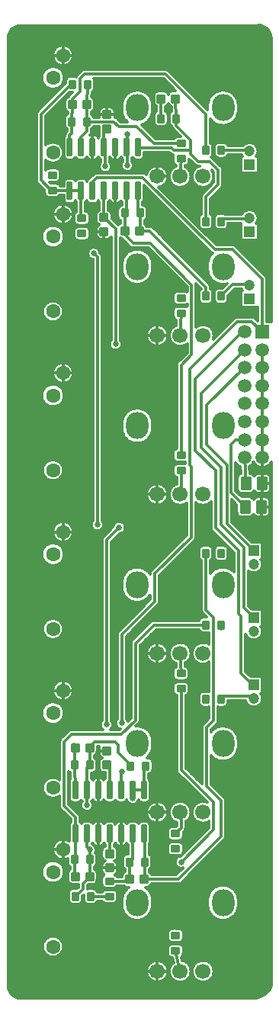
<source format=gbr>
G04 DipTrace 4.0.0.5*
G04 2 - Bottom.gbr*
%MOIN*%
G04 #@! TF.FileFunction,Copper,L2,Bot*
G04 #@! TF.Part,Single*
%AMOUTLINE0*
4,1,28,
0.013976,-0.030906,
-0.013976,-0.030906,
-0.016524,-0.03057,
-0.018898,-0.029587,
-0.020936,-0.028023,
-0.0225,-0.025984,
-0.023484,-0.02361,
-0.023819,-0.021063,
-0.023819,0.021063,
-0.023484,0.02361,
-0.0225,0.025984,
-0.020936,0.028023,
-0.018898,0.029587,
-0.016524,0.03057,
-0.013976,0.030906,
0.013976,0.030906,
0.016524,0.03057,
0.018898,0.029587,
0.020936,0.028023,
0.0225,0.025984,
0.023484,0.02361,
0.023819,0.021063,
0.023819,-0.021063,
0.023484,-0.02361,
0.0225,-0.025984,
0.020936,-0.028023,
0.018898,-0.029587,
0.016524,-0.03057,
0.013976,-0.030906,
0*%
%AMOUTLINE3*
4,1,28,
-0.013976,0.030906,
0.013976,0.030906,
0.016524,0.03057,
0.018898,0.029587,
0.020936,0.028023,
0.0225,0.025984,
0.023484,0.02361,
0.023819,0.021063,
0.023819,-0.021063,
0.023484,-0.02361,
0.0225,-0.025984,
0.020936,-0.028023,
0.018898,-0.029587,
0.016524,-0.03057,
0.013976,-0.030906,
-0.013976,-0.030906,
-0.016524,-0.03057,
-0.018898,-0.029587,
-0.020936,-0.028023,
-0.0225,-0.025984,
-0.023484,-0.02361,
-0.023819,-0.021063,
-0.023819,0.021063,
-0.023484,0.02361,
-0.0225,0.025984,
-0.020936,0.028023,
-0.018898,0.029587,
-0.016524,0.03057,
-0.013976,0.030906,
0*%
%AMOUTLINE6*
4,1,28,
-0.009646,0.021063,
0.009646,0.021063,
0.012091,0.020741,
0.01437,0.019797,
0.016327,0.018295,
0.017829,0.016339,
0.018773,0.01406,
0.019094,0.011614,
0.019094,-0.011614,
0.018773,-0.01406,
0.017829,-0.016339,
0.016327,-0.018295,
0.01437,-0.019797,
0.012091,-0.020741,
0.009646,-0.021063,
-0.009646,-0.021063,
-0.012091,-0.020741,
-0.01437,-0.019797,
-0.016327,-0.018295,
-0.017829,-0.016339,
-0.018773,-0.01406,
-0.019094,-0.011614,
-0.019094,0.011614,
-0.018773,0.01406,
-0.017829,0.016339,
-0.016327,0.018295,
-0.01437,0.019797,
-0.012091,0.020741,
-0.009646,0.021063,
0*%
%AMOUTLINE9*
4,1,28,
0.009646,-0.021063,
-0.009646,-0.021063,
-0.012091,-0.020741,
-0.01437,-0.019797,
-0.016327,-0.018295,
-0.017829,-0.016339,
-0.018773,-0.01406,
-0.019094,-0.011614,
-0.019094,0.011614,
-0.018773,0.01406,
-0.017829,0.016339,
-0.016327,0.018295,
-0.01437,0.019797,
-0.012091,0.020741,
-0.009646,0.021063,
0.009646,0.021063,
0.012091,0.020741,
0.01437,0.019797,
0.016327,0.018295,
0.017829,0.016339,
0.018773,0.01406,
0.019094,0.011614,
0.019094,-0.011614,
0.018773,-0.01406,
0.017829,-0.016339,
0.016327,-0.018295,
0.01437,-0.019797,
0.012091,-0.020741,
0.009646,-0.021063,
0*%
%AMOUTLINE12*
4,1,28,
0.021063,0.009646,
0.021063,-0.009646,
0.020741,-0.012091,
0.019797,-0.01437,
0.018295,-0.016327,
0.016339,-0.017829,
0.01406,-0.018773,
0.011614,-0.019094,
-0.011614,-0.019094,
-0.01406,-0.018773,
-0.016339,-0.017829,
-0.018295,-0.016327,
-0.019797,-0.01437,
-0.020741,-0.012091,
-0.021063,-0.009646,
-0.021063,0.009646,
-0.020741,0.012091,
-0.019797,0.01437,
-0.018295,0.016327,
-0.016339,0.017829,
-0.01406,0.018773,
-0.011614,0.019094,
0.011614,0.019094,
0.01406,0.018773,
0.016339,0.017829,
0.018295,0.016327,
0.019797,0.01437,
0.020741,0.012091,
0.021063,0.009646,
0*%
%AMOUTLINE15*
4,1,28,
-0.021063,-0.009646,
-0.021063,0.009646,
-0.020741,0.012091,
-0.019797,0.01437,
-0.018295,0.016327,
-0.016339,0.017829,
-0.01406,0.018773,
-0.011614,0.019094,
0.011614,0.019094,
0.01406,0.018773,
0.016339,0.017829,
0.018295,0.016327,
0.019797,0.01437,
0.020741,0.012091,
0.021063,0.009646,
0.021063,-0.009646,
0.020741,-0.012091,
0.019797,-0.01437,
0.018295,-0.016327,
0.016339,-0.017829,
0.01406,-0.018773,
0.011614,-0.019094,
-0.011614,-0.019094,
-0.01406,-0.018773,
-0.016339,-0.017829,
-0.018295,-0.016327,
-0.019797,-0.01437,
-0.020741,-0.012091,
-0.021063,-0.009646,
0*%
%AMOUTLINE18*
4,1,28,
0.008465,-0.021063,
-0.008465,-0.021063,
-0.010604,-0.020781,
-0.012598,-0.019955,
-0.014311,-0.018641,
-0.015625,-0.016929,
-0.016451,-0.014935,
-0.016732,-0.012795,
-0.016732,0.012795,
-0.016451,0.014935,
-0.015625,0.016929,
-0.014311,0.018641,
-0.012598,0.019955,
-0.010604,0.020781,
-0.008465,0.021063,
0.008465,0.021063,
0.010604,0.020781,
0.012598,0.019955,
0.014311,0.018641,
0.015625,0.016929,
0.016451,0.014935,
0.016732,0.012795,
0.016732,-0.012795,
0.016451,-0.014935,
0.015625,-0.016929,
0.014311,-0.018641,
0.012598,-0.019955,
0.010604,-0.020781,
0.008465,-0.021063,
0*%
%AMOUTLINE21*
4,1,28,
-0.008465,0.021063,
0.008465,0.021063,
0.010604,0.020781,
0.012598,0.019955,
0.014311,0.018641,
0.015625,0.016929,
0.016451,0.014935,
0.016732,0.012795,
0.016732,-0.012795,
0.016451,-0.014935,
0.015625,-0.016929,
0.014311,-0.018641,
0.012598,-0.019955,
0.010604,-0.020781,
0.008465,-0.021063,
-0.008465,-0.021063,
-0.010604,-0.020781,
-0.012598,-0.019955,
-0.014311,-0.018641,
-0.015625,-0.016929,
-0.016451,-0.014935,
-0.016732,-0.012795,
-0.016732,0.012795,
-0.016451,0.014935,
-0.015625,0.016929,
-0.014311,0.018641,
-0.012598,0.019955,
-0.010604,0.020781,
-0.008465,0.021063,
0*%
%AMOUTLINE24*
4,1,28,
0.021063,0.008465,
0.021063,-0.008465,
0.020781,-0.010604,
0.019955,-0.012598,
0.018641,-0.014311,
0.016929,-0.015625,
0.014935,-0.016451,
0.012795,-0.016732,
-0.012795,-0.016732,
-0.014935,-0.016451,
-0.016929,-0.015625,
-0.018641,-0.014311,
-0.019955,-0.012598,
-0.020781,-0.010604,
-0.021063,-0.008465,
-0.021063,0.008465,
-0.020781,0.010604,
-0.019955,0.012598,
-0.018641,0.014311,
-0.016929,0.015625,
-0.014935,0.016451,
-0.012795,0.016732,
0.012795,0.016732,
0.014935,0.016451,
0.016929,0.015625,
0.018641,0.014311,
0.019955,0.012598,
0.020781,0.010604,
0.021063,0.008465,
0*%
%AMOUTLINE27*
4,1,28,
-0.021063,-0.008465,
-0.021063,0.008465,
-0.020781,0.010604,
-0.019955,0.012598,
-0.018641,0.014311,
-0.016929,0.015625,
-0.014935,0.016451,
-0.012795,0.016732,
0.012795,0.016732,
0.014935,0.016451,
0.016929,0.015625,
0.018641,0.014311,
0.019955,0.012598,
0.020781,0.010604,
0.021063,0.008465,
0.021063,-0.008465,
0.020781,-0.010604,
0.019955,-0.012598,
0.018641,-0.014311,
0.016929,-0.015625,
0.014935,-0.016451,
0.012795,-0.016732,
-0.012795,-0.016732,
-0.014935,-0.016451,
-0.016929,-0.015625,
-0.018641,-0.014311,
-0.019955,-0.012598,
-0.020781,-0.010604,
-0.021063,-0.008465,
0*%
%AMOUTLINE30*
4,1,28,
0.006102,-0.041142,
-0.006102,-0.041142,
-0.007733,-0.040927,
-0.009252,-0.040298,
-0.010557,-0.039297,
-0.011558,-0.037992,
-0.012187,-0.036473,
-0.012402,-0.034843,
-0.012402,0.034843,
-0.012187,0.036473,
-0.011558,0.037992,
-0.010557,0.039297,
-0.009252,0.040298,
-0.007733,0.040927,
-0.006102,0.041142,
0.006102,0.041142,
0.007733,0.040927,
0.009252,0.040298,
0.010557,0.039297,
0.011558,0.037992,
0.012187,0.036473,
0.012402,0.034843,
0.012402,-0.034843,
0.012187,-0.036473,
0.011558,-0.037992,
0.010557,-0.039297,
0.009252,-0.040298,
0.007733,-0.040927,
0.006102,-0.041142,
0*%
%AMOUTLINE33*
4,1,28,
-0.006102,0.041142,
0.006102,0.041142,
0.007733,0.040927,
0.009252,0.040298,
0.010557,0.039297,
0.011558,0.037992,
0.012187,0.036473,
0.012402,0.034843,
0.012402,-0.034843,
0.012187,-0.036473,
0.011558,-0.037992,
0.010557,-0.039297,
0.009252,-0.040298,
0.007733,-0.040927,
0.006102,-0.041142,
-0.006102,-0.041142,
-0.007733,-0.040927,
-0.009252,-0.040298,
-0.010557,-0.039297,
-0.011558,-0.037992,
-0.012187,-0.036473,
-0.012402,-0.034843,
-0.012402,0.034843,
-0.012187,0.036473,
-0.011558,0.037992,
-0.010557,0.039297,
-0.009252,0.040298,
-0.007733,0.040927,
-0.006102,0.041142,
0*%
G04 #@! TA.AperFunction,CopperBalancing*
%ADD15C,0.011811*%
G04 #@! TA.AperFunction,Conductor*
%ADD18C,0.007874*%
G04 #@! TA.AperFunction,ComponentPad*
%ADD19C,0.047244*%
%ADD20R,0.047244X0.047244*%
%ADD21R,0.059055X0.059055*%
%ADD22C,0.059055*%
%ADD23C,0.062992*%
%ADD24C,0.066929*%
%ADD25O,0.098425X0.11811*%
G04 #@! TA.AperFunction,ViaPad*
%ADD26C,0.025591*%
%ADD46OUTLINE0*%
%ADD49OUTLINE3*%
%ADD52OUTLINE6*%
%ADD55OUTLINE9*%
%ADD58OUTLINE12*%
%ADD61OUTLINE15*%
%ADD64OUTLINE18*%
%ADD67OUTLINE21*%
%ADD70OUTLINE24*%
%ADD73OUTLINE27*%
%ADD76OUTLINE30*%
%ADD79OUTLINE33*%
%FSLAX26Y26*%
G04*
G70*
G90*
G75*
G01*
G04 Bottom*
%LPD*%
X1445190Y2774418D2*
D15*
X1451952Y2662304D1*
X856249Y1043749D2*
Y1131249D1*
X843749Y4212253D2*
X831249Y4199753D1*
Y4131249D1*
X856249Y1131249D2*
D3*
X1449060Y2663493D2*
X1450249Y2662304D1*
X1451952D1*
X837044Y4047586D2*
Y4125454D1*
X831249Y4131249D1*
X802913Y2481309D2*
Y3651473D1*
X786935Y3667451D1*
X1445190Y2853158D2*
X1407529D1*
X1387844Y2833473D1*
Y2620844D1*
X1449161Y2559526D1*
X831249Y3940698D2*
Y3825245D1*
X882166Y3270735D2*
Y3774328D1*
X831249Y3825245D1*
X843938Y1425985D2*
X843752Y1426172D1*
Y1430757D1*
X897720Y2470151D2*
X842325Y2414756D1*
Y1607351D1*
X856249Y1321800D2*
Y1413674D1*
X843938Y1425985D1*
X1497830Y3400501D2*
D18*
X1292372D1*
X1290895Y3401979D1*
X1523930Y3246859D2*
D15*
Y3168119D1*
Y3089379D1*
Y3010639D1*
Y2931899D1*
Y2853158D1*
Y2774418D1*
X1168749Y2718749D2*
Y2614261D1*
X1164043D1*
X943749Y1006249D2*
Y931249D1*
X856246Y922784D2*
X922784D1*
X931249Y931249D1*
X943749D1*
X1168749Y1764714D2*
Y1410088D1*
X1311287Y1267550D1*
Y1148787D1*
X1168749Y1006249D1*
X943749D2*
D3*
X956249Y1131249D2*
Y1018749D1*
X943749Y1006249D1*
X1010284D2*
Y934792D1*
X1006741Y931249D1*
X1010284Y1014714D2*
Y1006249D1*
X1006741Y931249D2*
X1156249D1*
X1343749Y1118749D1*
Y1274458D1*
X1279283Y1338924D1*
Y1594244D1*
X1311287Y1626248D1*
Y2074636D1*
X1277214Y2108710D1*
Y2356249D1*
X1010284Y1006249D2*
Y1127214D1*
X1006249Y1131249D1*
X922165Y3844185D2*
Y3766762D1*
X931249Y3940698D2*
Y3844185D1*
X922165D1*
X734760Y3754319D2*
Y3751871D1*
X921387Y3761878D2*
Y3766762D1*
X922165D1*
X1168749Y2785284D2*
Y3179472D1*
X1214714Y3225437D1*
Y3529477D1*
X1033258Y3710933D1*
X958712D1*
X922165Y3747480D1*
Y3766762D1*
X988700Y3844185D2*
Y3766762D1*
X985157D1*
X981249Y3940698D2*
Y3861367D1*
X988700Y3853916D1*
Y3844185D1*
X1277214Y3481249D2*
Y3520387D1*
X1030838Y3766762D1*
X985157D1*
X1168749Y4081249D2*
X1164043Y4004025D1*
X1168749Y1831249D2*
X1164043Y1919379D1*
X1081249Y4256249D2*
Y4343749D1*
Y4256249D2*
Y4256668D1*
X932426Y4187673D2*
Y4132426D1*
X931249Y4131249D1*
X613113Y4010910D2*
X606875D1*
X606249Y4010284D1*
X931249Y4131249D2*
X932325Y4130173D1*
Y4052651D1*
X1169934Y3476235D2*
X1168749Y3475050D1*
Y3472784D1*
X1147784Y4256249D2*
X1144241Y4343749D1*
X1277214Y3806249D2*
Y3915009D1*
X1331249Y3969044D1*
Y4031249D1*
X1293749Y4068749D1*
X1243749D1*
X1210678Y4101820D1*
Y4163434D1*
X1147784Y4226328D1*
Y4256249D1*
X981249Y4131249D2*
X982824Y4129674D1*
X1126328D1*
X1137844Y4118158D1*
X1210678D1*
Y4163434D1*
X1143749Y1131249D2*
X1168749Y1156249D1*
Y1224497D1*
X1164043D1*
X768749Y1431249D2*
Y1506249D1*
X947981Y1427015D2*
X951563D1*
X891900Y1486678D1*
Y1520349D1*
X878425Y1533824D1*
X789665D1*
X768749Y1512908D1*
Y1506249D1*
Y1431249D2*
X756249Y1418749D1*
Y1321800D1*
X1143749Y685284D2*
X1138494Y690539D1*
X756249Y1255744D2*
Y1321800D1*
X702214Y1431249D2*
Y1501846D1*
X705800Y1505433D1*
Y1506206D1*
X705757Y1506249D1*
X706249Y1321800D2*
X702214Y1431249D1*
X1277214Y1718749D2*
D3*
X700445Y1515796D2*
X705757Y1510484D1*
Y1506249D1*
X768749Y1018749D2*
Y943749D1*
X756249Y1131249D2*
Y1073762D1*
X768749Y1061262D1*
Y1018749D1*
X706249Y856248D2*
X738237Y888236D1*
Y913237D1*
X768749Y943749D1*
X1143749Y1064714D2*
Y1061262D1*
X702214Y1018749D2*
Y947292D1*
X705757Y943749D1*
X706249Y1131249D2*
Y1022784D1*
X702214Y1018749D1*
X1277214Y2043749D2*
X1051312D1*
X968603Y1961040D1*
Y1627107D1*
X907888Y1566392D1*
X690441D1*
X657438Y1533389D1*
Y1251109D1*
X706249Y1202298D1*
Y1131249D1*
X756249Y4243749D2*
Y4318749D1*
X760284Y4406249D2*
X756249Y4318749D1*
X731249Y4131249D2*
Y4176131D1*
X756249Y4201131D1*
Y4243749D1*
X1168749Y4147784D2*
X1049162D1*
X974458Y4222489D1*
X895718D1*
X874458Y4243749D1*
X756249D1*
X689714D2*
X693257Y4318749D1*
X681249Y4131249D2*
Y4185186D1*
X689714Y4193651D1*
Y4243749D1*
X1277214Y4118749D2*
Y4274064D1*
X1100110Y4451168D1*
X746805D1*
X727019Y4431382D1*
Y4377019D1*
X693257Y4343257D1*
Y4318749D1*
X1143749Y618749D2*
X1164043Y529615D1*
X1168749Y3406249D2*
X1164043Y3309143D1*
X1343749Y4118749D2*
X1467156D1*
Y4114533D1*
X1343749Y3806249D2*
X1356249Y3818749D1*
X1467157D1*
Y3821424D1*
X606249Y3943749D2*
X600664D1*
X556456Y3987956D1*
Y4276929D1*
X685777Y4406249D1*
X693749D1*
X681249Y3940698D2*
X609300D1*
X606249Y3943749D1*
X731249Y3940698D2*
X681249D1*
X731249D2*
Y3824365D1*
X734760Y3820854D1*
X772784Y856250D2*
X856249Y856249D1*
X1006249Y1321800D2*
X956249D1*
X1006249D2*
Y1418750D1*
X1014517Y1427018D1*
X772784Y856250D2*
Y858039D1*
X956127Y1285796D2*
Y1321678D1*
X956249Y1321800D1*
X781249Y3940698D2*
Y3980363D1*
X800934Y4000048D1*
X1000048D1*
X1315009Y3685088D1*
X1393749D1*
X1523930Y3554907D1*
Y3325599D1*
X1521683D1*
X1477773Y3369510D1*
X1413514D1*
X1206452Y3162449D1*
Y2742615D1*
X1212164Y2736904D1*
Y2427026D1*
X1053172Y2268034D1*
Y2146004D1*
X909072Y2001904D1*
Y1615044D1*
X908431Y1403204D2*
X906249Y1401022D1*
Y1321800D1*
X1445190Y3168119D2*
X1281249Y3004178D1*
Y2831249D1*
X1368749Y2743749D1*
Y2484384D1*
X1485746Y2367387D1*
X1445190Y3325599D2*
X1438099D1*
X1231249Y3118749D1*
Y2806249D1*
X1318749Y2718749D1*
Y2468749D1*
X1418749Y2368749D1*
Y2093749D1*
X1431249Y2081249D1*
Y1831249D1*
X1481332Y1781166D1*
X1485746D1*
X1445190Y3246859D2*
X1446859D1*
X1256249Y3056249D1*
Y2818749D1*
X1343749Y2731249D1*
Y2481249D1*
X1443749Y2381249D1*
Y2118749D1*
X1485746Y2076752D1*
Y2074277D1*
X1343749Y3481249D2*
X1393749Y3531249D1*
X1467156D1*
Y3528312D1*
X1343749Y2356249D2*
X1347170Y2352829D1*
X1343749Y2043749D2*
Y2031249D1*
Y1718749D2*
X1356249Y1731249D1*
X1481249D1*
Y1722111D1*
X1485746D1*
D26*
X856249Y1131249D3*
X1168749Y1006249D3*
X943749D3*
X734760Y3751871D3*
X921387Y3761878D3*
X1081249Y4256668D3*
X1138494Y690539D3*
X756249Y1255744D3*
X1277214Y1718749D3*
X1143749Y1061262D3*
X768749D3*
X772784Y858039D3*
X1347170Y2352829D3*
X1343749Y2031249D3*
X882166Y3270735D3*
X932426Y4187673D3*
X613113Y4010910D3*
X1169934Y3476235D3*
X932325Y4052651D3*
X956127Y1285796D3*
X1449060Y2663493D3*
X843938Y1425985D3*
X842325Y1607351D3*
X897720Y2470151D3*
X908431Y1403204D3*
X909072Y1615044D3*
X700445Y1515796D3*
X837044Y4047586D3*
X786935Y3667451D3*
X802913Y2481309D3*
X1170102Y2262046D3*
X1290895Y3401979D3*
X1497830Y3400501D3*
X879803Y3864379D3*
X853368Y4359048D3*
X435363Y4652468D2*
D15*
X1540019D1*
X423691Y4640788D2*
X1551265D1*
X417197Y4629109D2*
X1557483D1*
X413863Y4617429D2*
X1560826D1*
X412687Y4605749D2*
X1562281D1*
X412652Y4594069D2*
X1562350D1*
X412652Y4582389D2*
X1562350D1*
X412652Y4570710D2*
X624515D1*
X679231D2*
X1562350D1*
X412652Y4559030D2*
X613039D1*
X690719D2*
X1562350D1*
X412652Y4547350D2*
X607353D1*
X696405D2*
X1562350D1*
X412652Y4535670D2*
X605241D1*
X698517D2*
X1562350D1*
X412652Y4523991D2*
X606187D1*
X697571D2*
X1562350D1*
X412652Y4512311D2*
X610409D1*
X693349D2*
X1562350D1*
X412652Y4500631D2*
X619198D1*
X684560D2*
X1562350D1*
X412652Y4488951D2*
X641286D1*
X662472D2*
X1562350D1*
X412652Y4477271D2*
X580800D1*
X635447D2*
X1562350D1*
X412652Y4465592D2*
X567859D1*
X648388D2*
X731887D1*
X1115027D2*
X1562350D1*
X412652Y4453912D2*
X561135D1*
X655124D2*
X720191D1*
X1126723D2*
X1562350D1*
X412652Y4442232D2*
X557985D1*
X658273D2*
X709130D1*
X1138396D2*
X1562350D1*
X412652Y4430552D2*
X557720D1*
X658527D2*
X665023D1*
X789014D2*
X1091374D1*
X1150080D2*
X1562350D1*
X412652Y4418872D2*
X560304D1*
X792208D2*
X1103046D1*
X1161765D2*
X1562350D1*
X412652Y4407193D2*
X566256D1*
X649992D2*
X657365D1*
X792208D2*
X1114731D1*
X1173437D2*
X1562350D1*
X412652Y4395513D2*
X577582D1*
X638677D2*
X645691D1*
X792208D2*
X1126414D1*
X1185120D2*
X1562350D1*
X412652Y4383833D2*
X634008D1*
X790029D2*
X1138086D1*
X1196794D2*
X1562350D1*
X412652Y4372153D2*
X622324D1*
X779832D2*
X941971D1*
X1011081D2*
X1054026D1*
X1108464D2*
X1117026D1*
X1208477D2*
X1316971D1*
X1386081D2*
X1562350D1*
X412652Y4360473D2*
X610651D1*
X669358D2*
X681124D1*
X779302D2*
X926976D1*
X1026064D2*
X1047521D1*
X1220162D2*
X1301976D1*
X1401064D2*
X1562350D1*
X412652Y4348794D2*
X598967D1*
X657673D2*
X667907D1*
X781597D2*
X917968D1*
X1035073D2*
X1046955D1*
X1231834D2*
X1292968D1*
X1410073D2*
X1562350D1*
X412652Y4337114D2*
X587283D1*
X646001D2*
X659959D1*
X789544D2*
X912328D1*
X1040712D2*
X1046955D1*
X1243519D2*
X1287328D1*
X1415712D2*
X1562350D1*
X412652Y4325434D2*
X575610D1*
X634317D2*
X658968D1*
X790536D2*
X909179D1*
X1255203D2*
X1284179D1*
X1418862D2*
X1562350D1*
X412652Y4313754D2*
X563926D1*
X622632D2*
X658968D1*
X790536D2*
X908176D1*
X1044865D2*
X1055837D1*
X1106665D2*
X1118825D1*
X1266875D2*
X1283176D1*
X1419865D2*
X1562350D1*
X412652Y4302074D2*
X552253D1*
X610960D2*
X659521D1*
X789994D2*
X814979D1*
X872521D2*
X908176D1*
X1044865D2*
X1060151D1*
X1102351D2*
X1124811D1*
X1419865D2*
X1562350D1*
X412652Y4290395D2*
X540592D1*
X599275D2*
X665992D1*
X783523D2*
X808140D1*
X879349D2*
X908279D1*
X1044761D2*
X1060151D1*
X1102351D2*
X1125284D1*
X1419761D2*
X1562350D1*
X412652Y4278715D2*
X535437D1*
X587592D2*
X670236D1*
X777353D2*
X807493D1*
X880006D2*
X909987D1*
X1043065D2*
X1051523D1*
X1110968D2*
X1118064D1*
X1418065D2*
X1562350D1*
X412652Y4267035D2*
X535355D1*
X577557D2*
X660409D1*
X785554D2*
X807493D1*
X880006D2*
X913908D1*
X1039144D2*
X1049320D1*
X1414144D2*
X1562350D1*
X412652Y4255355D2*
X535355D1*
X577557D2*
X657779D1*
X892210D2*
X920540D1*
X1032512D2*
X1049320D1*
X1407512D2*
X1562350D1*
X412652Y4243676D2*
X535355D1*
X577557D2*
X657779D1*
X903883D2*
X931071D1*
X1021981D2*
X1049320D1*
X1298317D2*
X1306071D1*
X1396981D2*
X1562350D1*
X412652Y4231996D2*
X535355D1*
X577557D2*
X657779D1*
X1003077D2*
X1052492D1*
X1110010D2*
X1119033D1*
X1298317D2*
X1324964D1*
X1378077D2*
X1562350D1*
X412652Y4220316D2*
X535355D1*
X577557D2*
X660491D1*
X785472D2*
X807493D1*
X1005984D2*
X1127614D1*
X1298317D2*
X1562350D1*
X412652Y4208636D2*
X535355D1*
X577557D2*
X668610D1*
X777353D2*
X807493D1*
X1017668D2*
X1136126D1*
X1298317D2*
X1562350D1*
X412652Y4196956D2*
X535355D1*
X577557D2*
X663997D1*
X776914D2*
X808174D1*
X1029340D2*
X1147799D1*
X1298317D2*
X1562350D1*
X412652Y4185277D2*
X535355D1*
X577557D2*
X660144D1*
X795219D2*
X810147D1*
X1041025D2*
X1159483D1*
X1298317D2*
X1562350D1*
X412652Y4173597D2*
X535355D1*
X577557D2*
X655092D1*
X1052708D2*
X1140786D1*
X1298317D2*
X1562350D1*
X412652Y4161917D2*
X535355D1*
X577557D2*
X653651D1*
X1298317D2*
X1562350D1*
X412652Y4150237D2*
X535355D1*
X577557D2*
X588736D1*
X627512D2*
X653651D1*
X1298987D2*
X1321976D1*
X1365527D2*
X1454067D1*
X1480246D2*
X1562350D1*
X412652Y4138557D2*
X535355D1*
X643509D2*
X653651D1*
X1497305D2*
X1562350D1*
X412652Y4126878D2*
X535355D1*
X1503892D2*
X1562350D1*
X412652Y4115198D2*
X535355D1*
X1505968D2*
X1562350D1*
X412652Y4103518D2*
X535355D1*
X1008844D2*
X1123151D1*
X1504330D2*
X1562350D1*
X412652Y4091838D2*
X535355D1*
X1008325D2*
X1132585D1*
X1304097D2*
X1316855D1*
X1370637D2*
X1428333D1*
X1505980D2*
X1562350D1*
X412652Y4080158D2*
X535355D1*
X644893D2*
X661770D1*
X700731D2*
X711771D1*
X750732D2*
X761771D1*
X800732D2*
X811773D1*
X900723D2*
X911220D1*
X953422D2*
X961775D1*
X1000724D2*
X1132493D1*
X1311698D2*
X1428333D1*
X1505980D2*
X1562350D1*
X412652Y4068479D2*
X535355D1*
X577557D2*
X585321D1*
X630926D2*
X815937D1*
X858149D2*
X909502D1*
X955152D2*
X1132908D1*
X1204590D2*
X1214662D1*
X1323370D2*
X1428333D1*
X1505980D2*
X1562350D1*
X412652Y4056799D2*
X535355D1*
X577557D2*
X810689D1*
X863409D2*
X904657D1*
X959997D2*
X1139252D1*
X1198246D2*
X1226346D1*
X1335055D2*
X1428333D1*
X1505980D2*
X1562350D1*
X412652Y4045119D2*
X535355D1*
X577557D2*
X809166D1*
X864920D2*
X905408D1*
X959235D2*
X1039077D1*
X1089006D2*
X1139078D1*
X1189008D2*
X1239080D1*
X1346727D2*
X1428333D1*
X1505980D2*
X1562350D1*
X412652Y4033439D2*
X535355D1*
X636981D2*
X813088D1*
X860998D2*
X912443D1*
X952211D2*
X1025594D1*
X1102491D2*
X1125595D1*
X1202492D2*
X1225585D1*
X1352228D2*
X1428333D1*
X1505980D2*
X1562350D1*
X412652Y4021760D2*
X535355D1*
X642309D2*
X828670D1*
X845428D2*
X1018824D1*
X1109273D2*
X1118813D1*
X1209262D2*
X1218815D1*
X1352355D2*
X1428333D1*
X1505980D2*
X1562350D1*
X412652Y4010080D2*
X535355D1*
X642506D2*
X781611D1*
X1352355D2*
X1562350D1*
X412652Y3998400D2*
X535355D1*
X642241D2*
X769926D1*
X1352355D2*
X1562350D1*
X412652Y3986720D2*
X535391D1*
X636613D2*
X657006D1*
X1109434D2*
X1118652D1*
X1209435D2*
X1218641D1*
X1352355D2*
X1562350D1*
X412652Y3975040D2*
X540107D1*
X598723D2*
X653651D1*
X1102836D2*
X1125249D1*
X1202826D2*
X1225250D1*
X1352355D2*
X1562350D1*
X412652Y3963361D2*
X551699D1*
X639518D2*
X653651D1*
X1089733D2*
X1138353D1*
X1189735D2*
X1238354D1*
X1289736D2*
X1296210D1*
X1351525D2*
X1562350D1*
X412652Y3951681D2*
X563372D1*
X1008844D2*
X1019065D1*
X1077773D2*
X1284536D1*
X1343244D2*
X1562350D1*
X412652Y3940001D2*
X569993D1*
X1008844D2*
X1030739D1*
X1089445D2*
X1272853D1*
X1331559D2*
X1562350D1*
X412652Y3928321D2*
X571101D1*
X1008844D2*
X1042422D1*
X1101130D2*
X1261215D1*
X1319875D2*
X1562350D1*
X412652Y3916641D2*
X580063D1*
X632437D2*
X653651D1*
X1008844D2*
X1054106D1*
X1112813D2*
X1256174D1*
X1308203D2*
X1562350D1*
X412652Y3904962D2*
X653673D1*
X1008832D2*
X1065779D1*
X1124485D2*
X1256116D1*
X1298317D2*
X1562350D1*
X412652Y3893282D2*
X658010D1*
X1004484D2*
X1077463D1*
X1136170D2*
X1256116D1*
X1298317D2*
X1562350D1*
X412652Y3881602D2*
X634203D1*
X669542D2*
X710145D1*
X752346D2*
X810147D1*
X852347D2*
X910148D1*
X1002350D2*
X1089136D1*
X1147854D2*
X1256116D1*
X1298317D2*
X1562350D1*
X412652Y3869922D2*
X617134D1*
X686624D2*
X710145D1*
X752346D2*
X810147D1*
X852347D2*
X894380D1*
X1016491D2*
X1100820D1*
X1159527D2*
X1256116D1*
X1298317D2*
X1562350D1*
X412652Y3858242D2*
X609371D1*
X694387D2*
X710145D1*
X752346D2*
X810147D1*
X852347D2*
X890274D1*
X1020597D2*
X1112504D1*
X1171211D2*
X1256116D1*
X1298317D2*
X1458173D1*
X1476140D2*
X1562350D1*
X412652Y3846563D2*
X605783D1*
X697963D2*
X706673D1*
X762854D2*
X798093D1*
X864401D2*
X890240D1*
X1020632D2*
X1124177D1*
X1182883D2*
X1256116D1*
X1298317D2*
X1437964D1*
X1496349D2*
X1562350D1*
X412652Y3834883D2*
X605391D1*
X770316D2*
X794991D1*
X867504D2*
X890240D1*
X1020632D2*
X1135861D1*
X1194568D2*
X1251895D1*
X1302539D2*
X1318424D1*
X1503488D2*
X1562350D1*
X412652Y3823203D2*
X608078D1*
X771021D2*
X794991D1*
X867504D2*
X891798D1*
X1019075D2*
X1147544D1*
X1206252D2*
X1245678D1*
X1505933D2*
X1562350D1*
X412652Y3811523D2*
X614550D1*
X689197D2*
X698518D1*
X770997D2*
X795347D1*
X874320D2*
X901059D1*
X1009802D2*
X1159218D1*
X1217925D2*
X1245286D1*
X1504653D2*
X1562350D1*
X412652Y3799844D2*
X627813D1*
X675943D2*
X702371D1*
X767156D2*
X801069D1*
X886005D2*
X901059D1*
X1009802D2*
X1170901D1*
X1229609D2*
X1245286D1*
X1505980D2*
X1562350D1*
X412652Y3788164D2*
X592081D1*
X624166D2*
X801542D1*
X1017309D2*
X1182575D1*
X1375043D2*
X1428333D1*
X1505980D2*
X1562350D1*
X412652Y3776484D2*
X572508D1*
X643752D2*
X703212D1*
X766315D2*
X795441D1*
X1050471D2*
X1194258D1*
X1301305D2*
X1319658D1*
X1367834D2*
X1428333D1*
X1505980D2*
X1562350D1*
X412652Y3764804D2*
X563603D1*
X652656D2*
X698588D1*
X770928D2*
X794991D1*
X1062155D2*
X1205943D1*
X1264649D2*
X1428333D1*
X1505980D2*
X1562350D1*
X412652Y3753124D2*
X559001D1*
X657246D2*
X698496D1*
X771021D2*
X794991D1*
X1073828D2*
X1217615D1*
X1276323D2*
X1428333D1*
X1505980D2*
X1562350D1*
X412652Y3741445D2*
X557501D1*
X658758D2*
X698945D1*
X770582D2*
X797816D1*
X1085512D2*
X1229299D1*
X1288006D2*
X1428333D1*
X1505980D2*
X1562350D1*
X412652Y3729765D2*
X558794D1*
X657466D2*
X705370D1*
X764157D2*
X813088D1*
X849407D2*
X861059D1*
X903271D2*
X910529D1*
X1097185D2*
X1240972D1*
X1299690D2*
X1428333D1*
X1505980D2*
X1562350D1*
X412652Y3718085D2*
X563130D1*
X653130D2*
X861059D1*
X903271D2*
X922202D1*
X1108868D2*
X1252656D1*
X1311363D2*
X1562350D1*
X412652Y3706405D2*
X571619D1*
X644640D2*
X861059D1*
X903271D2*
X933886D1*
X1120552D2*
X1264341D1*
X1323047D2*
X1562350D1*
X412652Y3694725D2*
X589521D1*
X626739D2*
X861059D1*
X903271D2*
X945950D1*
X1132225D2*
X1276013D1*
X1413464D2*
X1562350D1*
X412652Y3683046D2*
X763941D1*
X809925D2*
X861059D1*
X903271D2*
X955155D1*
X997887D2*
X1031787D1*
X1143909D2*
X1287697D1*
X1425148D2*
X1562350D1*
X412652Y3671366D2*
X759235D1*
X814643D2*
X861059D1*
X903271D2*
X933298D1*
X1019744D2*
X1043472D1*
X1155593D2*
X1299382D1*
X1436820D2*
X1562350D1*
X412652Y3659686D2*
X760088D1*
X822244D2*
X861059D1*
X903271D2*
X921913D1*
X1031128D2*
X1055156D1*
X1167266D2*
X1296913D1*
X1448505D2*
X1562350D1*
X412652Y3648006D2*
X767296D1*
X824019D2*
X861059D1*
X903271D2*
X914773D1*
X1038279D2*
X1066829D1*
X1178950D2*
X1289773D1*
X1460189D2*
X1562350D1*
X412652Y3636326D2*
X781807D1*
X824019D2*
X861059D1*
X903271D2*
X910459D1*
X1042593D2*
X1078513D1*
X1190623D2*
X1285459D1*
X1471862D2*
X1562350D1*
X412652Y3624647D2*
X781807D1*
X824019D2*
X861059D1*
X1044635D2*
X1090185D1*
X1202307D2*
X1283418D1*
X1483546D2*
X1562350D1*
X412652Y3612967D2*
X781807D1*
X824019D2*
X861059D1*
X1044865D2*
X1101870D1*
X1213992D2*
X1283176D1*
X1495229D2*
X1562350D1*
X412652Y3601287D2*
X781807D1*
X824019D2*
X861059D1*
X1044865D2*
X1113554D1*
X1225664D2*
X1283176D1*
X1506903D2*
X1562350D1*
X412652Y3589607D2*
X781807D1*
X824019D2*
X861059D1*
X1044161D2*
X1125227D1*
X1237347D2*
X1283879D1*
X1518586D2*
X1562350D1*
X412652Y3577928D2*
X781807D1*
X824019D2*
X861059D1*
X903271D2*
X911670D1*
X1041382D2*
X1136910D1*
X1249033D2*
X1286670D1*
X1530260D2*
X1562350D1*
X412652Y3566248D2*
X781807D1*
X824019D2*
X861059D1*
X903271D2*
X916872D1*
X1036179D2*
X1148594D1*
X1260704D2*
X1291872D1*
X1541493D2*
X1562350D1*
X412652Y3554568D2*
X781807D1*
X824019D2*
X861059D1*
X903271D2*
X925235D1*
X1027805D2*
X1160267D1*
X1272389D2*
X1300235D1*
X1545034D2*
X1562350D1*
X412652Y3542888D2*
X781807D1*
X824019D2*
X861059D1*
X903271D2*
X938891D1*
X1014161D2*
X1171951D1*
X1284061D2*
X1313891D1*
X1545034D2*
X1562350D1*
X412652Y3531208D2*
X781807D1*
X824019D2*
X861059D1*
X903271D2*
X1183624D1*
X1295123D2*
X1364353D1*
X1545034D2*
X1562350D1*
X412652Y3519529D2*
X781807D1*
X824019D2*
X861059D1*
X903271D2*
X1193613D1*
X1235813D2*
X1248723D1*
X1298317D2*
X1352669D1*
X1545034D2*
X1562350D1*
X412652Y3507849D2*
X781807D1*
X824019D2*
X861059D1*
X903271D2*
X1193613D1*
X1235813D2*
X1250072D1*
X1304350D2*
X1316614D1*
X1399703D2*
X1434389D1*
X1545034D2*
X1562350D1*
X412652Y3496169D2*
X781807D1*
X824019D2*
X861059D1*
X903271D2*
X1138225D1*
X1235813D2*
X1245389D1*
X1388019D2*
X1428333D1*
X1545034D2*
X1562350D1*
X412652Y3484489D2*
X781807D1*
X824019D2*
X861059D1*
X903271D2*
X1132724D1*
X1235813D2*
X1245286D1*
X1376346D2*
X1428333D1*
X1545034D2*
X1562350D1*
X412652Y3472809D2*
X781807D1*
X824019D2*
X861059D1*
X903271D2*
X1132493D1*
X1235813D2*
X1245286D1*
X1375678D2*
X1428333D1*
X1545034D2*
X1562350D1*
X412652Y3461130D2*
X781807D1*
X824019D2*
X861059D1*
X903271D2*
X1132724D1*
X1235813D2*
X1246519D1*
X1374443D2*
X1428333D1*
X1545034D2*
X1562350D1*
X412652Y3449450D2*
X578124D1*
X638135D2*
X781807D1*
X824019D2*
X861059D1*
X903271D2*
X1138179D1*
X1235813D2*
X1255931D1*
X1298491D2*
X1322472D1*
X1365031D2*
X1428333D1*
X1545034D2*
X1562350D1*
X412652Y3437770D2*
X567997D1*
X648262D2*
X781807D1*
X824019D2*
X861059D1*
X903271D2*
X1193613D1*
X1235813D2*
X1428333D1*
X1545034D2*
X1562350D1*
X412652Y3426090D2*
X563004D1*
X653244D2*
X781807D1*
X824019D2*
X861059D1*
X903271D2*
X1135607D1*
X1235813D2*
X1502833D1*
X1545034D2*
X1562350D1*
X412652Y3414410D2*
X561434D1*
X654825D2*
X781807D1*
X824019D2*
X861059D1*
X903271D2*
X1132493D1*
X1235813D2*
X1502833D1*
X1545034D2*
X1562350D1*
X412652Y3402731D2*
X562910D1*
X653349D2*
X781807D1*
X824019D2*
X861059D1*
X903271D2*
X1132493D1*
X1235813D2*
X1502833D1*
X1545034D2*
X1562350D1*
X412652Y3391051D2*
X567778D1*
X648481D2*
X781807D1*
X824019D2*
X861059D1*
X903271D2*
X1133531D1*
X1235813D2*
X1502833D1*
X1545034D2*
X1562350D1*
X412652Y3379371D2*
X577686D1*
X638573D2*
X781807D1*
X824019D2*
X861059D1*
X903271D2*
X1142228D1*
X1235813D2*
X1394019D1*
X1545034D2*
X1562350D1*
X412652Y3367691D2*
X781807D1*
X824019D2*
X861059D1*
X903271D2*
X1145757D1*
X1235813D2*
X1382346D1*
X412652Y3356012D2*
X781807D1*
X824019D2*
X861059D1*
X903271D2*
X1055271D1*
X1072824D2*
X1145193D1*
X1235813D2*
X1255263D1*
X1272816D2*
X1370662D1*
X412652Y3344332D2*
X781807D1*
X824019D2*
X861059D1*
X903271D2*
X1030980D1*
X1097103D2*
X1130981D1*
X1297095D2*
X1358979D1*
X412652Y3332652D2*
X781807D1*
X824019D2*
X861059D1*
X903271D2*
X1021614D1*
X1106481D2*
X1121605D1*
X1306472D2*
X1347305D1*
X412652Y3320972D2*
X781807D1*
X824019D2*
X861059D1*
X903271D2*
X1016874D1*
X1311202D2*
X1335622D1*
X412652Y3309292D2*
X781807D1*
X824019D2*
X861059D1*
X903271D2*
X1015386D1*
X1312700D2*
X1323938D1*
X412652Y3297613D2*
X781807D1*
X824019D2*
X861059D1*
X903271D2*
X1016804D1*
X412652Y3285933D2*
X781807D1*
X824019D2*
X858901D1*
X905439D2*
X1021442D1*
X1106643D2*
X1121443D1*
X412652Y3274253D2*
X781807D1*
X824019D2*
X854403D1*
X909926D2*
X1030657D1*
X1097426D2*
X1130658D1*
X412652Y3262573D2*
X781807D1*
X824019D2*
X855441D1*
X908888D2*
X1053610D1*
X1074473D2*
X1153613D1*
X1174475D2*
X1193613D1*
X412652Y3250893D2*
X781807D1*
X824019D2*
X862950D1*
X901380D2*
X1193613D1*
X412652Y3239214D2*
X781807D1*
X824019D2*
X1193613D1*
X412652Y3227534D2*
X781807D1*
X824019D2*
X1187454D1*
X412652Y3215854D2*
X781807D1*
X824019D2*
X1175781D1*
X412652Y3204174D2*
X781807D1*
X824019D2*
X1164097D1*
X412652Y3192494D2*
X781807D1*
X824019D2*
X1152493D1*
X412652Y3180815D2*
X622762D1*
X680996D2*
X781807D1*
X824019D2*
X1147695D1*
X412652Y3169135D2*
X612185D1*
X691573D2*
X781807D1*
X824019D2*
X1147649D1*
X412652Y3157455D2*
X606949D1*
X696798D2*
X781807D1*
X824019D2*
X1147649D1*
X412652Y3145775D2*
X605195D1*
X698563D2*
X781807D1*
X824019D2*
X1147649D1*
X412652Y3134095D2*
X606476D1*
X697270D2*
X781807D1*
X824019D2*
X1147649D1*
X412652Y3122416D2*
X611113D1*
X692634D2*
X781807D1*
X824019D2*
X1147649D1*
X412652Y3110736D2*
X620605D1*
X683141D2*
X781807D1*
X824019D2*
X1147649D1*
X412652Y3099056D2*
X781807D1*
X824019D2*
X1147649D1*
X412652Y3087376D2*
X578828D1*
X637431D2*
X781807D1*
X824019D2*
X1147649D1*
X412652Y3075697D2*
X566889D1*
X649368D2*
X781807D1*
X824019D2*
X1147649D1*
X412652Y3064017D2*
X560627D1*
X655632D2*
X781807D1*
X824019D2*
X1147649D1*
X412652Y3052337D2*
X557824D1*
X658435D2*
X781807D1*
X824019D2*
X1147649D1*
X412652Y3040657D2*
X557870D1*
X658388D2*
X781807D1*
X824019D2*
X1147649D1*
X412652Y3028977D2*
X560788D1*
X655471D2*
X781807D1*
X824019D2*
X1147649D1*
X412652Y3017298D2*
X567190D1*
X649069D2*
X781807D1*
X824019D2*
X1147649D1*
X412652Y3005618D2*
X579428D1*
X636820D2*
X781807D1*
X824019D2*
X1147649D1*
X412652Y2993938D2*
X781807D1*
X824019D2*
X1147649D1*
X412652Y2982258D2*
X781807D1*
X824019D2*
X941740D1*
X1011312D2*
X1147649D1*
X412652Y2970578D2*
X781807D1*
X824019D2*
X926850D1*
X1026191D2*
X1147649D1*
X412652Y2958899D2*
X781807D1*
X824019D2*
X917887D1*
X1035153D2*
X1147649D1*
X412652Y2947219D2*
X781807D1*
X824019D2*
X912282D1*
X1040770D2*
X1147649D1*
X412652Y2935539D2*
X781807D1*
X824019D2*
X909156D1*
X1043884D2*
X1147649D1*
X412652Y2923859D2*
X781807D1*
X824019D2*
X908176D1*
X1044865D2*
X1147649D1*
X412652Y2912179D2*
X781807D1*
X824019D2*
X908176D1*
X1044865D2*
X1147649D1*
X412652Y2900500D2*
X781807D1*
X824019D2*
X908291D1*
X1044750D2*
X1147649D1*
X412652Y2888820D2*
X781807D1*
X824019D2*
X910010D1*
X1043031D2*
X1147649D1*
X412652Y2877140D2*
X781807D1*
X824019D2*
X913966D1*
X1039086D2*
X1147649D1*
X412652Y2865460D2*
X781807D1*
X824019D2*
X920632D1*
X1032420D2*
X1147649D1*
X412652Y2853781D2*
X781807D1*
X824019D2*
X931221D1*
X1021832D2*
X1147649D1*
X412652Y2842101D2*
X781807D1*
X824019D2*
X950287D1*
X1002754D2*
X1147649D1*
X412652Y2830421D2*
X781807D1*
X824019D2*
X1147649D1*
X412652Y2818741D2*
X781807D1*
X824019D2*
X1147649D1*
X412652Y2807061D2*
X781807D1*
X824019D2*
X1136899D1*
X412652Y2795382D2*
X781807D1*
X824019D2*
X1132551D1*
X412652Y2783702D2*
X781807D1*
X824019D2*
X1132493D1*
X412652Y2772022D2*
X781807D1*
X824019D2*
X1133012D1*
X412652Y2760342D2*
X586014D1*
X630245D2*
X781807D1*
X824019D2*
X1139771D1*
X412652Y2748662D2*
X571653D1*
X644605D2*
X781807D1*
X824019D2*
X1148733D1*
X1481481D2*
X1487643D1*
X412652Y2736983D2*
X564745D1*
X651502D2*
X781807D1*
X824019D2*
X1134742D1*
X1408942D2*
X1421770D1*
X1468609D2*
X1500514D1*
X1547353D2*
X1562350D1*
X412652Y2725303D2*
X561757D1*
X654501D2*
X781807D1*
X824019D2*
X1132493D1*
X1408942D2*
X1427018D1*
X1469290D2*
X1562350D1*
X412652Y2713623D2*
X561872D1*
X654387D2*
X781807D1*
X824019D2*
X1132493D1*
X1408942D2*
X1427723D1*
X1469993D2*
X1562350D1*
X412652Y2701943D2*
X565137D1*
X651110D2*
X781807D1*
X824019D2*
X1134107D1*
X1408942D2*
X1421828D1*
X1482081D2*
X1492694D1*
X1552947D2*
X1562350D1*
X412652Y2690263D2*
X572438D1*
X643821D2*
X781807D1*
X824019D2*
X1144984D1*
X412652Y2678584D2*
X587929D1*
X628330D2*
X781807D1*
X824019D2*
X1147649D1*
X412652Y2666904D2*
X781807D1*
X824019D2*
X1147649D1*
X412652Y2655224D2*
X781807D1*
X824019D2*
X1038858D1*
X1089237D2*
X1138849D1*
X412652Y2643544D2*
X781807D1*
X824019D2*
X1025491D1*
X1102594D2*
X1125492D1*
X412652Y2631865D2*
X781807D1*
X824019D2*
X1018766D1*
X1109319D2*
X1118767D1*
X1408942D2*
X1414862D1*
X412652Y2620185D2*
X781807D1*
X824019D2*
X1015756D1*
X1417858D2*
X1425577D1*
X1478332D2*
X1496443D1*
X1549198D2*
X1562350D1*
X412652Y2608505D2*
X781807D1*
X824019D2*
X1015732D1*
X1429531D2*
X1562350D1*
X412652Y2596825D2*
X781807D1*
X824019D2*
X1018697D1*
X1109388D2*
X1118698D1*
X1552670D2*
X1562350D1*
X412652Y2585145D2*
X781807D1*
X824019D2*
X1025351D1*
X1102732D2*
X1125353D1*
X412652Y2573466D2*
X781807D1*
X824019D2*
X1038569D1*
X1089514D2*
X1138572D1*
X1289517D2*
X1297651D1*
X1389853D2*
X1405865D1*
X412652Y2561786D2*
X781807D1*
X824019D2*
X1191064D1*
X1233265D2*
X1297651D1*
X1389853D2*
X1410144D1*
X412652Y2550106D2*
X781807D1*
X824019D2*
X1191064D1*
X1233265D2*
X1297651D1*
X1389853D2*
X1410144D1*
X412652Y2538426D2*
X781807D1*
X824019D2*
X1191064D1*
X1233265D2*
X1297651D1*
X1389853D2*
X1410144D1*
X412652Y2526746D2*
X781807D1*
X824019D2*
X1191064D1*
X1233265D2*
X1297651D1*
X1389853D2*
X1413224D1*
X1555968D2*
X1562350D1*
X412652Y2515067D2*
X781807D1*
X824019D2*
X1191064D1*
X1233265D2*
X1297651D1*
X1389853D2*
X1429325D1*
X1468989D2*
X1500191D1*
X1539855D2*
X1562350D1*
X412652Y2503387D2*
X781807D1*
X824019D2*
X1191064D1*
X1233265D2*
X1297651D1*
X1389853D2*
X1562350D1*
X412652Y2491707D2*
X631194D1*
X672564D2*
X777021D1*
X828807D2*
X880597D1*
X914840D2*
X1191064D1*
X1233265D2*
X1297651D1*
X1390775D2*
X1562350D1*
X412652Y2480027D2*
X615992D1*
X687766D2*
X774955D1*
X830871D2*
X871613D1*
X923825D2*
X1191064D1*
X1233265D2*
X1297651D1*
X1402460D2*
X1562350D1*
X412652Y2468347D2*
X608794D1*
X694963D2*
X778266D1*
X827561D2*
X866560D1*
X925648D2*
X1191064D1*
X1233265D2*
X1297651D1*
X1414144D2*
X1562350D1*
X412652Y2456668D2*
X605588D1*
X698158D2*
X791173D1*
X814655D2*
X854888D1*
X922072D2*
X1191064D1*
X1233265D2*
X1301723D1*
X1425817D2*
X1562350D1*
X412652Y2444988D2*
X605530D1*
X698228D2*
X843203D1*
X908162D2*
X1191064D1*
X1233265D2*
X1313153D1*
X1437501D2*
X1562350D1*
X412652Y2433308D2*
X608586D1*
X695160D2*
X831519D1*
X890227D2*
X1189092D1*
X1233265D2*
X1324837D1*
X1449173D2*
X1562350D1*
X412652Y2421628D2*
X615588D1*
X688170D2*
X822442D1*
X878554D2*
X1177407D1*
X1232527D2*
X1336510D1*
X1460858D2*
X1562350D1*
X412652Y2409949D2*
X630202D1*
X673544D2*
X821219D1*
X866870D2*
X1165735D1*
X1224441D2*
X1348194D1*
X1472542D2*
X1562350D1*
X412652Y2398269D2*
X588459D1*
X627800D2*
X821219D1*
X863433D2*
X1154051D1*
X1212757D2*
X1359878D1*
X1524561D2*
X1562350D1*
X412652Y2386589D2*
X571215D1*
X645043D2*
X821219D1*
X863433D2*
X1142378D1*
X1201085D2*
X1253833D1*
X1300602D2*
X1320362D1*
X1524561D2*
X1562350D1*
X412652Y2374909D2*
X562910D1*
X653337D2*
X821219D1*
X863433D2*
X1130694D1*
X1189400D2*
X1246071D1*
X1374893D2*
X1383235D1*
X1524561D2*
X1562350D1*
X412652Y2363229D2*
X558700D1*
X657559D2*
X821219D1*
X863433D2*
X1119009D1*
X1177716D2*
X1245286D1*
X1375678D2*
X1394920D1*
X1524561D2*
X1562350D1*
X412652Y2351550D2*
X557501D1*
X658746D2*
X821219D1*
X863433D2*
X1107337D1*
X1166043D2*
X1245286D1*
X1375678D2*
X1397641D1*
X1524561D2*
X1562350D1*
X412652Y2339870D2*
X559116D1*
X657143D2*
X821219D1*
X863433D2*
X1095652D1*
X1154359D2*
X1245575D1*
X1375389D2*
X1397641D1*
X1524561D2*
X1562350D1*
X412652Y2328190D2*
X563833D1*
X652425D2*
X821219D1*
X863433D2*
X1083968D1*
X1142687D2*
X1251329D1*
X1303093D2*
X1317871D1*
X1369634D2*
X1397641D1*
X1518897D2*
X1562350D1*
X412652Y2316510D2*
X572934D1*
X643313D2*
X821219D1*
X863433D2*
X1072296D1*
X1131002D2*
X1256116D1*
X1298317D2*
X1397641D1*
X1523661D2*
X1562350D1*
X412652Y2304830D2*
X593464D1*
X622783D2*
X821219D1*
X863433D2*
X1060611D1*
X1119319D2*
X1256116D1*
X1298317D2*
X1397641D1*
X1524400D2*
X1562350D1*
X412652Y2293151D2*
X821219D1*
X863433D2*
X954740D1*
X998302D2*
X1048939D1*
X1107645D2*
X1256116D1*
X1298317D2*
X1329740D1*
X1373302D2*
X1397641D1*
X1521366D2*
X1562350D1*
X412652Y2281471D2*
X821219D1*
X863433D2*
X933136D1*
X1019905D2*
X1037278D1*
X1095962D2*
X1256116D1*
X1298317D2*
X1308136D1*
X1513292D2*
X1562350D1*
X412652Y2269791D2*
X821219D1*
X863433D2*
X921809D1*
X1084278D2*
X1256116D1*
X1464849D2*
X1562350D1*
X412652Y2258111D2*
X821219D1*
X863433D2*
X914704D1*
X1074278D2*
X1256116D1*
X1464849D2*
X1562350D1*
X412652Y2246431D2*
X821219D1*
X863433D2*
X910425D1*
X1074278D2*
X1256116D1*
X1464849D2*
X1562350D1*
X412652Y2234752D2*
X821219D1*
X863433D2*
X908407D1*
X1074278D2*
X1256116D1*
X1464849D2*
X1562350D1*
X412652Y2223072D2*
X821219D1*
X863433D2*
X908176D1*
X1074278D2*
X1256116D1*
X1464849D2*
X1562350D1*
X412652Y2211392D2*
X821219D1*
X863433D2*
X908176D1*
X1074278D2*
X1256116D1*
X1464849D2*
X1562350D1*
X412652Y2199712D2*
X821219D1*
X863433D2*
X908903D1*
X1074278D2*
X1256116D1*
X1464849D2*
X1562350D1*
X412652Y2188033D2*
X821219D1*
X863433D2*
X911716D1*
X1074278D2*
X1256116D1*
X1464849D2*
X1562350D1*
X412652Y2176353D2*
X821219D1*
X863433D2*
X916942D1*
X1074278D2*
X1256116D1*
X1464849D2*
X1562350D1*
X412652Y2164673D2*
X821219D1*
X863433D2*
X925362D1*
X1074278D2*
X1256116D1*
X1464849D2*
X1562350D1*
X412652Y2152993D2*
X821219D1*
X863433D2*
X939088D1*
X1013954D2*
X1030807D1*
X1074278D2*
X1256116D1*
X1464849D2*
X1562350D1*
X412652Y2141313D2*
X821219D1*
X863433D2*
X1019123D1*
X1073712D2*
X1256116D1*
X1464849D2*
X1562350D1*
X412652Y2129634D2*
X821219D1*
X863433D2*
X1007451D1*
X1066157D2*
X1256116D1*
X1464849D2*
X1562350D1*
X412652Y2117954D2*
X821219D1*
X863433D2*
X995766D1*
X1054473D2*
X1256116D1*
X1473903D2*
X1562350D1*
X412652Y2106274D2*
X821219D1*
X863433D2*
X984082D1*
X1042800D2*
X1256254D1*
X1524561D2*
X1562350D1*
X412652Y2094594D2*
X821219D1*
X863433D2*
X972409D1*
X1031116D2*
X1261976D1*
X1524561D2*
X1562350D1*
X412652Y2082914D2*
X821219D1*
X863433D2*
X960725D1*
X1019433D2*
X1273660D1*
X1524561D2*
X1562350D1*
X412652Y2071235D2*
X821219D1*
X863433D2*
X949054D1*
X1007760D2*
X1250811D1*
X1524561D2*
X1562350D1*
X412652Y2059555D2*
X576602D1*
X639657D2*
X821219D1*
X863433D2*
X937368D1*
X996076D2*
X1038005D1*
X1524561D2*
X1562350D1*
X412652Y2047875D2*
X567236D1*
X649012D2*
X821219D1*
X863433D2*
X925685D1*
X984391D2*
X1026078D1*
X1524561D2*
X1562350D1*
X412652Y2036195D2*
X562679D1*
X653578D2*
X821219D1*
X863433D2*
X914012D1*
X972719D2*
X1014405D1*
X1518182D2*
X1562350D1*
X412652Y2024515D2*
X561446D1*
X654802D2*
X821219D1*
X863433D2*
X902328D1*
X961035D2*
X1002721D1*
X1523396D2*
X1562350D1*
X412652Y2012836D2*
X563269D1*
X652979D2*
X821219D1*
X863433D2*
X891232D1*
X949362D2*
X991048D1*
X1049756D2*
X1254594D1*
X1524492D2*
X1562350D1*
X412652Y2001156D2*
X568575D1*
X647673D2*
X821219D1*
X863433D2*
X887968D1*
X937678D2*
X979365D1*
X1038072D2*
X1290189D1*
X1521840D2*
X1562350D1*
X412652Y1989476D2*
X579312D1*
X636947D2*
X821219D1*
X863433D2*
X887968D1*
X930169D2*
X967681D1*
X1026399D2*
X1290189D1*
X1514388D2*
X1562350D1*
X412652Y1977796D2*
X821219D1*
X863433D2*
X887968D1*
X930169D2*
X956008D1*
X1014715D2*
X1290189D1*
X1452357D2*
X1480572D1*
X1490916D2*
X1562350D1*
X412652Y1966116D2*
X821219D1*
X863433D2*
X887968D1*
X930169D2*
X948153D1*
X1003031D2*
X1054498D1*
X1073585D2*
X1154500D1*
X1173586D2*
X1254501D1*
X1273589D2*
X1290189D1*
X1452357D2*
X1562350D1*
X412652Y1954437D2*
X821219D1*
X863433D2*
X887968D1*
X930169D2*
X947496D1*
X991358D2*
X1030842D1*
X1097242D2*
X1130844D1*
X1197244D2*
X1230845D1*
X1452357D2*
X1562350D1*
X412652Y1942757D2*
X821219D1*
X863433D2*
X887968D1*
X930169D2*
X947496D1*
X989708D2*
X1021534D1*
X1106550D2*
X1121535D1*
X1206552D2*
X1221536D1*
X1452357D2*
X1562350D1*
X412652Y1931077D2*
X821219D1*
X863433D2*
X887968D1*
X930169D2*
X947496D1*
X989708D2*
X1016851D1*
X1452357D2*
X1562350D1*
X412652Y1919397D2*
X821219D1*
X863433D2*
X887968D1*
X930169D2*
X947496D1*
X989708D2*
X1015386D1*
X1452357D2*
X1562350D1*
X412652Y1907718D2*
X821219D1*
X863433D2*
X887968D1*
X930169D2*
X947496D1*
X989708D2*
X1016840D1*
X1452357D2*
X1562350D1*
X412652Y1896038D2*
X821219D1*
X863433D2*
X887968D1*
X930169D2*
X947496D1*
X989708D2*
X1021510D1*
X1106573D2*
X1121513D1*
X1206575D2*
X1221514D1*
X1452357D2*
X1562350D1*
X412652Y1884358D2*
X821219D1*
X863433D2*
X887968D1*
X930169D2*
X947496D1*
X989708D2*
X1030796D1*
X1097288D2*
X1130798D1*
X1197290D2*
X1230799D1*
X1452357D2*
X1562350D1*
X412652Y1872678D2*
X821219D1*
X863433D2*
X887968D1*
X930169D2*
X947496D1*
X989708D2*
X1054291D1*
X1073792D2*
X1145412D1*
X1187670D2*
X1254294D1*
X1273796D2*
X1290189D1*
X1452357D2*
X1562350D1*
X412652Y1860998D2*
X821219D1*
X863433D2*
X887968D1*
X930169D2*
X947496D1*
X989708D2*
X1146034D1*
X1189320D2*
X1290189D1*
X1452357D2*
X1562350D1*
X412652Y1849319D2*
X821219D1*
X863433D2*
X887968D1*
X930169D2*
X947496D1*
X989708D2*
X1134661D1*
X1202837D2*
X1290189D1*
X1452357D2*
X1562350D1*
X412652Y1837639D2*
X821219D1*
X863433D2*
X887968D1*
X930169D2*
X947496D1*
X989708D2*
X1132493D1*
X1205006D2*
X1290189D1*
X1454214D2*
X1562350D1*
X412652Y1825959D2*
X821219D1*
X863433D2*
X887968D1*
X930169D2*
X947496D1*
X989708D2*
X1132493D1*
X1205006D2*
X1290189D1*
X1465899D2*
X1562350D1*
X412652Y1814279D2*
X821219D1*
X863433D2*
X887968D1*
X930169D2*
X947496D1*
X989708D2*
X1134177D1*
X1203323D2*
X1290189D1*
X1524561D2*
X1562350D1*
X412652Y1802599D2*
X821219D1*
X863433D2*
X887968D1*
X930169D2*
X947496D1*
X989708D2*
X1145330D1*
X1192169D2*
X1290189D1*
X1524561D2*
X1562350D1*
X412652Y1790920D2*
X621158D1*
X682588D2*
X821219D1*
X863433D2*
X887968D1*
X930169D2*
X947496D1*
X989708D2*
X1141294D1*
X1196206D2*
X1290189D1*
X1524561D2*
X1562350D1*
X412652Y1779240D2*
X611389D1*
X692357D2*
X821219D1*
X863433D2*
X887968D1*
X930169D2*
X947496D1*
X989708D2*
X1133334D1*
X1204164D2*
X1290189D1*
X1524561D2*
X1562350D1*
X412652Y1767560D2*
X606602D1*
X697155D2*
X821219D1*
X863433D2*
X887968D1*
X930169D2*
X947496D1*
X989708D2*
X1132493D1*
X1205006D2*
X1290189D1*
X1524561D2*
X1562350D1*
X412652Y1755880D2*
X605183D1*
X698563D2*
X821219D1*
X863433D2*
X887968D1*
X930169D2*
X947496D1*
X989708D2*
X1132493D1*
X1205006D2*
X1290189D1*
X1524561D2*
X1562350D1*
X412652Y1744200D2*
X606821D1*
X696935D2*
X821219D1*
X863433D2*
X887968D1*
X930169D2*
X947496D1*
X989708D2*
X1136022D1*
X1201476D2*
X1249231D1*
X1524561D2*
X1562350D1*
X412652Y1732521D2*
X611886D1*
X691872D2*
X821219D1*
X863433D2*
X887968D1*
X930169D2*
X947496D1*
X989708D2*
X1147649D1*
X1189850D2*
X1245309D1*
X1523097D2*
X1562350D1*
X412652Y1720841D2*
X622151D1*
X681595D2*
X821219D1*
X863433D2*
X887968D1*
X930169D2*
X947496D1*
X989708D2*
X1147649D1*
X1189850D2*
X1245286D1*
X1524550D2*
X1562350D1*
X412652Y1709161D2*
X821219D1*
X863433D2*
X887968D1*
X930169D2*
X947496D1*
X989708D2*
X1147649D1*
X1189850D2*
X1245286D1*
X1375678D2*
X1449221D1*
X1522266D2*
X1562350D1*
X412652Y1697481D2*
X577029D1*
X639231D2*
X821219D1*
X863433D2*
X887968D1*
X930169D2*
X947496D1*
X989708D2*
X1147649D1*
X1189850D2*
X1246958D1*
X1374005D2*
X1456107D1*
X1515392D2*
X1562350D1*
X412652Y1685802D2*
X565979D1*
X650281D2*
X821219D1*
X863433D2*
X887968D1*
X930169D2*
X947496D1*
X989708D2*
X1147649D1*
X1189850D2*
X1258054D1*
X1362909D2*
X1474655D1*
X1496833D2*
X1562350D1*
X412652Y1674122D2*
X560165D1*
X656093D2*
X821219D1*
X863433D2*
X887968D1*
X930169D2*
X947496D1*
X989708D2*
X1147649D1*
X1189850D2*
X1290189D1*
X1332389D2*
X1562350D1*
X412652Y1662442D2*
X557686D1*
X658561D2*
X821219D1*
X863433D2*
X887968D1*
X930169D2*
X947496D1*
X989708D2*
X1147649D1*
X1189850D2*
X1290189D1*
X1332389D2*
X1562350D1*
X412652Y1650762D2*
X558043D1*
X658204D2*
X821219D1*
X863433D2*
X887968D1*
X930169D2*
X947496D1*
X989708D2*
X1147649D1*
X1189850D2*
X1290189D1*
X1332389D2*
X1562350D1*
X412652Y1639082D2*
X561308D1*
X654951D2*
X821219D1*
X863433D2*
X887968D1*
X930169D2*
X947496D1*
X989708D2*
X1147649D1*
X1189850D2*
X1290189D1*
X1332389D2*
X1562350D1*
X412652Y1627403D2*
X568182D1*
X648065D2*
X821219D1*
X863433D2*
X884093D1*
X989708D2*
X1147649D1*
X1189850D2*
X1283084D1*
X1332389D2*
X1562350D1*
X412652Y1615723D2*
X581481D1*
X634778D2*
X815672D1*
X868980D2*
X881093D1*
X986134D2*
X1147649D1*
X1189850D2*
X1271410D1*
X1329379D2*
X1562350D1*
X412652Y1604043D2*
X814540D1*
X870110D2*
X883446D1*
X974899D2*
X1147649D1*
X1189850D2*
X1260753D1*
X1318433D2*
X1562350D1*
X412652Y1592363D2*
X818913D1*
X865739D2*
X893597D1*
X1011531D2*
X1147649D1*
X1189850D2*
X1258181D1*
X1306761D2*
X1316509D1*
X1386531D2*
X1562350D1*
X412652Y1580683D2*
X675380D1*
X1026319D2*
X1147649D1*
X1189850D2*
X1258181D1*
X1401319D2*
X1562350D1*
X412652Y1569004D2*
X663697D1*
X1035235D2*
X1147649D1*
X1189850D2*
X1258181D1*
X1410235D2*
X1562350D1*
X412652Y1557324D2*
X652025D1*
X1040817D2*
X1147649D1*
X1189850D2*
X1258181D1*
X1415817D2*
X1562350D1*
X412652Y1545644D2*
X640547D1*
X1043908D2*
X1147649D1*
X1189850D2*
X1258181D1*
X1418908D2*
X1562350D1*
X412652Y1533964D2*
X636349D1*
X1044865D2*
X1147649D1*
X1189850D2*
X1258181D1*
X1419865D2*
X1562350D1*
X412652Y1522284D2*
X636337D1*
X1044865D2*
X1147649D1*
X1189850D2*
X1258181D1*
X1419865D2*
X1562350D1*
X412652Y1510605D2*
X636337D1*
X1044750D2*
X1147649D1*
X1189850D2*
X1258181D1*
X1419750D2*
X1562350D1*
X412652Y1498925D2*
X636337D1*
X1042997D2*
X1147649D1*
X1189850D2*
X1258181D1*
X1417997D2*
X1562350D1*
X412652Y1487245D2*
X636337D1*
X1039017D2*
X1147649D1*
X1189850D2*
X1258181D1*
X1414017D2*
X1562350D1*
X412652Y1475565D2*
X636337D1*
X793246D2*
X809097D1*
X1032328D2*
X1147649D1*
X1189850D2*
X1258181D1*
X1407328D2*
X1562350D1*
X412652Y1463886D2*
X636337D1*
X789855D2*
X819039D1*
X1021681D2*
X1147649D1*
X1189850D2*
X1258181D1*
X1300383D2*
X1306371D1*
X1396681D2*
X1562350D1*
X412652Y1452206D2*
X636337D1*
X799130D2*
X810677D1*
X1042685D2*
X1147649D1*
X1189850D2*
X1258181D1*
X1300383D2*
X1325622D1*
X1377431D2*
X1562350D1*
X412652Y1440526D2*
X636337D1*
X800674D2*
X807493D1*
X1046434D2*
X1147649D1*
X1189850D2*
X1258181D1*
X1300383D2*
X1562350D1*
X412652Y1428846D2*
X636337D1*
X800674D2*
X807493D1*
X1046446D2*
X1147649D1*
X1189850D2*
X1258181D1*
X1300383D2*
X1562350D1*
X412652Y1417166D2*
X636337D1*
X800640D2*
X807828D1*
X1046446D2*
X1147649D1*
X1191026D2*
X1258181D1*
X1300383D2*
X1562350D1*
X412652Y1405487D2*
X636337D1*
X796522D2*
X813445D1*
X1044657D2*
X1148191D1*
X1202699D2*
X1258181D1*
X1300383D2*
X1562350D1*
X412652Y1393807D2*
X636337D1*
X777353D2*
X835141D1*
X1033089D2*
X1155677D1*
X1214383D2*
X1258181D1*
X1300383D2*
X1562350D1*
X412652Y1382127D2*
X636337D1*
X777353D2*
X835141D1*
X1027357D2*
X1167361D1*
X1226068D2*
X1258181D1*
X1300383D2*
X1562350D1*
X412652Y1370447D2*
X583673D1*
X1028441D2*
X1179034D1*
X1237740D2*
X1258181D1*
X1300383D2*
X1562350D1*
X412652Y1358767D2*
X570627D1*
X1033735D2*
X1190718D1*
X1249425D2*
X1258181D1*
X1300383D2*
X1562350D1*
X412652Y1347088D2*
X564249D1*
X1033850D2*
X1202389D1*
X1300475D2*
X1562350D1*
X412652Y1335408D2*
X561619D1*
X1033850D2*
X1214075D1*
X1312158D2*
X1562350D1*
X412652Y1323728D2*
X562080D1*
X1033850D2*
X1225758D1*
X1323832D2*
X1562350D1*
X412652Y1312048D2*
X565725D1*
X1033850D2*
X1237431D1*
X1335515D2*
X1562350D1*
X412652Y1300368D2*
X573592D1*
X1033850D2*
X1249115D1*
X1347189D2*
X1562350D1*
X412652Y1288689D2*
X591065D1*
X625193D2*
X636337D1*
X1033850D2*
X1260799D1*
X1358872D2*
X1562350D1*
X412652Y1277009D2*
X636337D1*
X1031244D2*
X1272472D1*
X1364686D2*
X1562350D1*
X412652Y1265329D2*
X636337D1*
X678539D2*
X730030D1*
X782473D2*
X937623D1*
X974622D2*
X1038627D1*
X1089456D2*
X1138630D1*
X1189458D2*
X1238631D1*
X1364847D2*
X1562350D1*
X412652Y1253649D2*
X636337D1*
X684248D2*
X728334D1*
X784157D2*
X1025387D1*
X1102698D2*
X1125388D1*
X1202699D2*
X1225389D1*
X1364847D2*
X1562350D1*
X412652Y1241970D2*
X638552D1*
X695933D2*
X732072D1*
X780431D2*
X1018708D1*
X1109376D2*
X1118710D1*
X1209378D2*
X1218711D1*
X1364847D2*
X1562350D1*
X412652Y1230290D2*
X648899D1*
X707616D2*
X746651D1*
X765853D2*
X1015732D1*
X1364847D2*
X1562350D1*
X412652Y1218610D2*
X660582D1*
X719290D2*
X1015744D1*
X1364847D2*
X1562350D1*
X412652Y1206930D2*
X672266D1*
X726809D2*
X1018754D1*
X1109330D2*
X1118756D1*
X1209332D2*
X1218745D1*
X1364847D2*
X1562350D1*
X412652Y1195250D2*
X683939D1*
X727351D2*
X1025455D1*
X1102628D2*
X1125456D1*
X1202630D2*
X1225459D1*
X1364847D2*
X1562350D1*
X412652Y1183571D2*
X685151D1*
X727351D2*
X738611D1*
X773880D2*
X788613D1*
X823882D2*
X838613D1*
X873882D2*
X888614D1*
X923883D2*
X938614D1*
X973884D2*
X988615D1*
X1023884D2*
X1038788D1*
X1089295D2*
X1138791D1*
X1189850D2*
X1238792D1*
X1364847D2*
X1562350D1*
X412652Y1171891D2*
X679498D1*
X1033008D2*
X1147649D1*
X1189850D2*
X1290189D1*
X1364847D2*
X1562350D1*
X412652Y1160211D2*
X678645D1*
X1033850D2*
X1121027D1*
X1189850D2*
X1290189D1*
X1364847D2*
X1562350D1*
X412652Y1148531D2*
X678645D1*
X1033850D2*
X1109309D1*
X1188292D2*
X1281676D1*
X1364847D2*
X1562350D1*
X412652Y1136851D2*
X678645D1*
X1033850D2*
X1107487D1*
X1180012D2*
X1269992D1*
X1364847D2*
X1562350D1*
X412652Y1125172D2*
X678645D1*
X1033850D2*
X1107487D1*
X1180012D2*
X1258320D1*
X1364847D2*
X1562350D1*
X412652Y1113492D2*
X678645D1*
X1033850D2*
X1109517D1*
X1177981D2*
X1246635D1*
X1364144D2*
X1562350D1*
X412652Y1101812D2*
X628656D1*
X1033850D2*
X1122239D1*
X1165260D2*
X1234963D1*
X1356161D2*
X1562350D1*
X412652Y1090132D2*
X614930D1*
X1032858D2*
X1115319D1*
X1172191D2*
X1223278D1*
X1344489D2*
X1562350D1*
X412652Y1078452D2*
X608263D1*
X823039D2*
X835141D1*
X877354D2*
X889455D1*
X923040D2*
X935143D1*
X1031382D2*
X1108120D1*
X1179378D2*
X1211594D1*
X1332805D2*
X1562350D1*
X412652Y1066773D2*
X605438D1*
X796165D2*
X824172D1*
X888323D2*
X935143D1*
X1031382D2*
X1107487D1*
X1180012D2*
X1199922D1*
X1321132D2*
X1562350D1*
X412652Y1055093D2*
X605714D1*
X796026D2*
X820055D1*
X892452D2*
X935143D1*
X1031382D2*
X1107521D1*
X1179977D2*
X1188237D1*
X1309449D2*
X1562350D1*
X412652Y1043413D2*
X609152D1*
X797249D2*
X819985D1*
X892510D2*
X935143D1*
X1031382D2*
X1111559D1*
X1297763D2*
X1562350D1*
X412652Y1031733D2*
X616695D1*
X800674D2*
X820113D1*
X892383D2*
X915788D1*
X1038245D2*
X1159241D1*
X1286092D2*
X1562350D1*
X412652Y1020054D2*
X633015D1*
X800674D2*
X824656D1*
X887838D2*
X911844D1*
X1042189D2*
X1144581D1*
X1274408D2*
X1562350D1*
X412652Y1008374D2*
X585506D1*
X630741D2*
X670283D1*
X800674D2*
X828371D1*
X884136D2*
X911820D1*
X1042212D2*
X1140844D1*
X1262723D2*
X1562350D1*
X412652Y996694D2*
X570015D1*
X646242D2*
X672302D1*
X798668D2*
X820850D1*
X891645D2*
X911820D1*
X1042212D2*
X1142515D1*
X1251051D2*
X1562350D1*
X412652Y985014D2*
X562277D1*
X653983D2*
X681114D1*
X789855D2*
X819985D1*
X892510D2*
X913481D1*
X1040551D2*
X1151202D1*
X1239366D2*
X1562350D1*
X412652Y973334D2*
X558424D1*
X657834D2*
X679845D1*
X794665D2*
X819985D1*
X892510D2*
X922651D1*
X1031382D2*
X1168976D1*
X1227694D2*
X1562350D1*
X412652Y961655D2*
X557547D1*
X658711D2*
X672324D1*
X802186D2*
X821980D1*
X890514D2*
X918868D1*
X1031624D2*
X1157303D1*
X1216010D2*
X1562350D1*
X412652Y949975D2*
X559473D1*
X656786D2*
X671471D1*
X803039D2*
X830193D1*
X882302D2*
X910563D1*
X1204325D2*
X1562350D1*
X412652Y938295D2*
X564594D1*
X651664D2*
X671471D1*
X803039D2*
X821127D1*
X1192653D2*
X1562350D1*
X412652Y926615D2*
X574365D1*
X641895D2*
X672128D1*
X802382D2*
X819985D1*
X1180968D2*
X1562350D1*
X412652Y914935D2*
X599439D1*
X616808D2*
X678968D1*
X795542D2*
X819985D1*
X1168870D2*
X1562350D1*
X412652Y903256D2*
X717135D1*
X759336D2*
X822926D1*
X1034368D2*
X1329347D1*
X1373706D2*
X1562350D1*
X412652Y891576D2*
X712221D1*
X759336D2*
X932975D1*
X1020067D2*
X1307975D1*
X1395067D2*
X1562350D1*
X412652Y879896D2*
X677145D1*
X801897D2*
X825960D1*
X886535D2*
X921716D1*
X1031336D2*
X1296716D1*
X1406336D2*
X1562350D1*
X412652Y868216D2*
X674320D1*
X892233D2*
X914647D1*
X1038407D2*
X1289647D1*
X1413407D2*
X1562350D1*
X412652Y856536D2*
X674320D1*
X892510D2*
X910391D1*
X1042662D2*
X1285391D1*
X1417662D2*
X1562350D1*
X412652Y844857D2*
X674320D1*
X892313D2*
X908395D1*
X1044657D2*
X1283395D1*
X1419657D2*
X1562350D1*
X412652Y833177D2*
X676834D1*
X735668D2*
X743363D1*
X802197D2*
X825441D1*
X887055D2*
X908176D1*
X1044865D2*
X1283176D1*
X1419865D2*
X1562350D1*
X412652Y821497D2*
X692798D1*
X719704D2*
X759338D1*
X786223D2*
X908176D1*
X1044865D2*
X1283176D1*
X1419865D2*
X1562350D1*
X412652Y809817D2*
X908914D1*
X1044127D2*
X1283914D1*
X1419127D2*
X1562350D1*
X412652Y798137D2*
X911752D1*
X1041290D2*
X1286752D1*
X1416290D2*
X1562350D1*
X412652Y786458D2*
X917022D1*
X1036030D2*
X1292022D1*
X1411030D2*
X1562350D1*
X412652Y774778D2*
X925477D1*
X1027576D2*
X1300477D1*
X1402576D2*
X1562350D1*
X412652Y763098D2*
X939295D1*
X1013746D2*
X1314295D1*
X1388746D2*
X1562350D1*
X412652Y751418D2*
X1562350D1*
X412652Y739739D2*
X1562350D1*
X412652Y728059D2*
X1562350D1*
X412652Y716379D2*
X1130162D1*
X1146828D2*
X1562350D1*
X412652Y704699D2*
X1110370D1*
X1177128D2*
X1562350D1*
X412652Y693019D2*
X1107487D1*
X1180012D2*
X1562350D1*
X412652Y681340D2*
X596510D1*
X619749D2*
X1107487D1*
X1180012D2*
X1562350D1*
X412652Y669660D2*
X575206D1*
X641042D2*
X1108674D1*
X1178824D2*
X1562350D1*
X412652Y657980D2*
X566533D1*
X649715D2*
X1117867D1*
X1169631D2*
X1562350D1*
X412652Y646300D2*
X562392D1*
X653867D2*
X1118271D1*
X1169227D2*
X1562350D1*
X412652Y634620D2*
X561504D1*
X654756D2*
X1108756D1*
X1178742D2*
X1562350D1*
X412652Y622941D2*
X563672D1*
X652576D2*
X1107487D1*
X1180012D2*
X1562350D1*
X412652Y611261D2*
X569439D1*
X646820D2*
X1107487D1*
X1180012D2*
X1562350D1*
X412652Y599581D2*
X581101D1*
X635158D2*
X1110232D1*
X1177266D2*
X1562350D1*
X412652Y587901D2*
X1129160D1*
X1172387D2*
X1562350D1*
X412652Y576221D2*
X1053795D1*
X1074288D2*
X1131824D1*
X1175040D2*
X1253798D1*
X1274292D2*
X1562350D1*
X412652Y564542D2*
X1030703D1*
X1097392D2*
X1130694D1*
X1197393D2*
X1230695D1*
X1297383D2*
X1562350D1*
X412652Y552862D2*
X1021464D1*
X1106619D2*
X1121466D1*
X1206620D2*
X1221456D1*
X1306622D2*
X1562350D1*
X412652Y541182D2*
X1016816D1*
X1311270D2*
X1562350D1*
X412652Y529502D2*
X1015386D1*
X1312700D2*
X1562350D1*
X412652Y517823D2*
X1016874D1*
X1311214D2*
X1562350D1*
X412652Y506143D2*
X1021592D1*
X1106492D2*
X1121593D1*
X1206494D2*
X1221594D1*
X1306496D2*
X1562350D1*
X412652Y494463D2*
X1030946D1*
X1097139D2*
X1130947D1*
X1197140D2*
X1230949D1*
X1297141D2*
X1562350D1*
X412652Y482783D2*
X1055040D1*
X1073043D2*
X1155042D1*
X1173044D2*
X1255044D1*
X1273047D2*
X1562350D1*
X412652Y471103D2*
X1562119D1*
X413679Y459424D2*
X1558001D1*
X416471Y447744D2*
X1551484D1*
X422283Y436064D2*
X1542119D1*
X432918Y424384D2*
X1527966D1*
X458523Y412704D2*
X1497539D1*
X1056594Y4314099D2*
X1052572Y4318409D1*
X1049753Y4323581D1*
X1048312Y4329292D1*
X1048139Y4332135D1*
Y4355346D1*
X1048565Y4359816D1*
X1050400Y4365413D1*
X1053571Y4370378D1*
X1057878Y4374395D1*
X1063050Y4377214D1*
X1068761Y4378655D1*
X1071603Y4378828D1*
X1090876D1*
X1095347Y4378401D1*
X1100945Y4376567D1*
X1105908Y4373396D1*
X1109926Y4369089D1*
X1112746Y4363912D1*
X1114042Y4366682D1*
X1117508Y4371443D1*
X1122051Y4375193D1*
X1127384Y4377693D1*
X1133177Y4378784D1*
X1139418Y4378828D1*
X1144281D1*
X1091857Y4431248D1*
X787395Y4431246D1*
X788396Y4429560D1*
X790464Y4424047D1*
X791033Y4419044D1*
X791029Y4393023D1*
X790137Y4387203D1*
X787754Y4381819D1*
X784043Y4377248D1*
X779260Y4373805D1*
X778572Y4370366D1*
X777664Y4350658D1*
X780908Y4348396D1*
X784926Y4344089D1*
X787745Y4338917D1*
X789186Y4333207D1*
X789359Y4330363D1*
Y4307152D1*
X788933Y4302682D1*
X787098Y4297085D1*
X783928Y4292122D1*
X779615Y4288101D1*
X776170Y4286039D1*
Y4275657D1*
X776349Y4275550D1*
X780920Y4271838D1*
X784362Y4267054D1*
X785823Y4263670D1*
X808752D1*
X808714Y4264177D1*
X808670Y4265631D1*
X808677Y4285434D1*
X808804Y4287397D1*
X809097Y4289344D1*
X809551Y4291258D1*
X810164Y4293128D1*
X810931Y4294941D1*
X811849Y4296682D1*
X812908Y4298341D1*
X814102Y4299904D1*
X815424Y4301363D1*
X816863Y4302706D1*
X818409Y4303922D1*
X820052Y4305005D1*
X821781Y4305947D1*
X823581Y4306741D1*
X825442Y4307380D1*
X827350Y4307862D1*
X829292Y4308182D1*
X831253Y4308338D1*
X834071Y4308355D1*
X855907Y4308349D1*
X857870Y4308221D1*
X859816Y4307929D1*
X861731Y4307475D1*
X863601Y4306862D1*
X865413Y4306094D1*
X867155Y4305177D1*
X868813Y4304118D1*
X870376Y4302924D1*
X871836Y4301602D1*
X873178Y4300162D1*
X874395Y4298616D1*
X875477Y4296973D1*
X876420Y4295245D1*
X877214Y4293445D1*
X877853Y4291584D1*
X878334Y4289676D1*
X878655Y4287733D1*
X878811Y4285773D1*
X878828Y4282962D1*
X878821Y4265054D1*
X879989Y4262887D1*
X885090Y4260594D1*
X888555Y4257825D1*
X903966Y4242410D1*
X933816Y4242412D1*
X932476Y4243477D1*
X928194Y4247540D1*
X924284Y4251966D1*
X920779Y4256715D1*
X917704Y4261756D1*
X915084Y4267046D1*
X912938Y4272546D1*
X911284Y4278212D1*
X910134Y4284002D1*
X909496Y4289871D1*
X909358Y4294182D1*
Y4313867D1*
X909618Y4319765D1*
X910393Y4325618D1*
X911681Y4331379D1*
X913470Y4337005D1*
X915745Y4342452D1*
X918489Y4347679D1*
X921683Y4352645D1*
X925300Y4357311D1*
X929312Y4361641D1*
X933690Y4365602D1*
X938399Y4369164D1*
X943401Y4372298D1*
X948660Y4374980D1*
X954134Y4377191D1*
X959782Y4378913D1*
X965557Y4380131D1*
X971418Y4380838D1*
X977320Y4381027D1*
X983214Y4380698D1*
X989056Y4379853D1*
X994803Y4378497D1*
X1000407Y4376643D1*
X1005828Y4374303D1*
X1011021Y4371496D1*
X1015949Y4368244D1*
X1020571Y4364572D1*
X1024853Y4360509D1*
X1028762Y4356084D1*
X1032267Y4351334D1*
X1035342Y4346294D1*
X1037963Y4341004D1*
X1040109Y4335504D1*
X1041762Y4329837D1*
X1042913Y4324047D1*
X1043551Y4318178D1*
X1043689Y4313867D1*
Y4294182D1*
X1043429Y4288284D1*
X1042653Y4282431D1*
X1041366Y4276670D1*
X1039577Y4271044D1*
X1037302Y4265597D1*
X1034557Y4260370D1*
X1031363Y4255404D1*
X1027746Y4250739D1*
X1023735Y4246408D1*
X1019357Y4242447D1*
X1014648Y4238886D1*
X1009645Y4235752D1*
X1004387Y4233069D1*
X998913Y4230858D1*
X995345Y4229770D1*
X1057416Y4167704D1*
X1136845Y4167706D1*
X1136949Y4167884D1*
X1140660Y4172455D1*
X1145438Y4175896D1*
X1150951Y4177964D1*
X1155954Y4178533D1*
X1167409D1*
X1133710Y4212231D1*
X1131446Y4214931D1*
X1128922Y4219922D1*
X1127685Y4224449D1*
X1123114Y4228160D1*
X1119673Y4232939D1*
X1117605Y4238451D1*
X1117036Y4243454D1*
X1117040Y4269475D1*
X1117931Y4275295D1*
X1120315Y4280679D1*
X1124030Y4285254D1*
X1126588Y4287332D1*
X1125652Y4310439D1*
X1124546Y4310931D1*
X1119582Y4314102D1*
X1115564Y4318409D1*
X1112744Y4323586D1*
X1111449Y4320816D1*
X1107983Y4316055D1*
X1103434Y4312303D1*
X1101170Y4308753D1*
Y4288158D1*
X1101349Y4288050D1*
X1105920Y4284338D1*
X1109361Y4279560D1*
X1111429Y4274047D1*
X1111997Y4269044D1*
Y4243454D1*
X1111219Y4237616D1*
X1108939Y4232189D1*
X1105317Y4227546D1*
X1100606Y4224014D1*
X1095128Y4221838D1*
X1089685Y4221170D1*
X1072354Y4221174D1*
X1066534Y4222065D1*
X1061149Y4224449D1*
X1056578Y4228160D1*
X1053137Y4232938D1*
X1051069Y4238451D1*
X1050501Y4243454D1*
X1050505Y4269475D1*
X1051396Y4275295D1*
X1053779Y4280679D1*
X1057494Y4285254D1*
X1061328Y4288160D1*
Y4311044D1*
X1056594Y4314099D1*
X657224Y4429407D2*
X656182Y4423640D1*
X654466Y4418039D1*
X652099Y4412679D1*
X649116Y4407637D1*
X645556Y4402984D1*
X641472Y4398783D1*
X636920Y4395095D1*
X631963Y4391972D1*
X626672Y4389458D1*
X621119Y4387586D1*
X615386Y4386384D1*
X609550Y4385870D1*
X603693Y4386048D1*
X597899Y4386918D1*
X592249Y4388467D1*
X586821Y4390674D1*
X581694Y4393508D1*
X576937Y4396926D1*
X572616Y4400886D1*
X568796Y4405326D1*
X565527Y4410189D1*
X562857Y4415404D1*
X560821Y4420897D1*
X559450Y4426593D1*
X558762Y4432412D1*
X558767Y4438270D1*
X559466Y4444088D1*
X560846Y4449781D1*
X562892Y4455271D1*
X565572Y4460481D1*
X568849Y4465337D1*
X572677Y4469773D1*
X577004Y4473723D1*
X581766Y4477135D1*
X586900Y4479959D1*
X592332Y4482156D1*
X597984Y4483695D1*
X603779Y4484555D1*
X609636Y4484723D1*
X615471Y4484198D1*
X621203Y4482987D1*
X626752Y4481105D1*
X632039Y4478581D1*
X636989Y4475449D1*
X641536Y4471753D1*
X645614Y4467546D1*
X649164Y4462886D1*
X652139Y4457838D1*
X654496Y4452475D1*
X656203Y4446870D1*
X657233Y4441103D1*
X657576Y4435298D1*
X657224Y4429407D1*
X697346Y4531510D2*
X697218Y4529543D1*
X697005Y4527582D1*
X696707Y4525634D1*
X696325Y4523699D1*
X695859Y4521782D1*
X695312Y4519888D1*
X694682Y4518019D1*
X693972Y4516179D1*
X693183Y4514372D1*
X692317Y4512601D1*
X691375Y4510868D1*
X690358Y4509178D1*
X689269Y4507534D1*
X688110Y4505939D1*
X686883Y4504395D1*
X685590Y4502907D1*
X684235Y4501475D1*
X682817Y4500102D1*
X681342Y4498794D1*
X679812Y4497550D1*
X678231Y4496374D1*
X676598Y4495266D1*
X674920Y4494232D1*
X673198Y4493270D1*
X671435Y4492384D1*
X669637Y4491576D1*
X667805Y4490846D1*
X665943Y4490195D1*
X664056Y4489627D1*
X662144Y4489140D1*
X660214Y4488737D1*
X658269Y4488418D1*
X656311Y4488183D1*
X654344Y4488034D1*
X652372Y4487970D1*
X650401Y4487991D1*
X648431Y4488097D1*
X646470Y4488290D1*
X644517Y4488565D1*
X642578Y4488926D1*
X640657Y4489371D1*
X638757Y4489899D1*
X636882Y4490508D1*
X635034Y4491198D1*
X633219Y4491967D1*
X631438Y4492815D1*
X629695Y4493739D1*
X627994Y4494736D1*
X626338Y4495807D1*
X624731Y4496949D1*
X623174Y4498158D1*
X621670Y4499435D1*
X620224Y4500775D1*
X618837Y4502178D1*
X617513Y4503639D1*
X616252Y4505155D1*
X615059Y4506724D1*
X613934Y4508345D1*
X612882Y4510012D1*
X611901Y4511723D1*
X610996Y4513475D1*
X610168Y4515265D1*
X609418Y4517089D1*
X608748Y4518943D1*
X608158Y4520825D1*
X607652Y4522731D1*
X607228Y4524657D1*
X606888Y4526599D1*
X606632Y4528555D1*
X606460Y4530519D1*
X606375Y4532489D1*
Y4534462D1*
X606460Y4536431D1*
X606631Y4538396D1*
X606887Y4540351D1*
X607227Y4542294D1*
X607651Y4544219D1*
X608157Y4546126D1*
X608746Y4548008D1*
X609416Y4549862D1*
X610165Y4551686D1*
X610993Y4553476D1*
X611897Y4555228D1*
X612878Y4556939D1*
X613930Y4558607D1*
X615055Y4560227D1*
X616248Y4561796D1*
X617508Y4563313D1*
X618833Y4564774D1*
X620219Y4566177D1*
X621665Y4567517D1*
X623168Y4568794D1*
X624725Y4570005D1*
X626333Y4571147D1*
X627988Y4572218D1*
X629689Y4573216D1*
X631431Y4574140D1*
X633212Y4574987D1*
X635027Y4575757D1*
X636875Y4576447D1*
X638750Y4577056D1*
X640651Y4577584D1*
X642571Y4578029D1*
X644510Y4578391D1*
X646462Y4578668D1*
X648425Y4578859D1*
X650393Y4578967D1*
X652366Y4578988D1*
X654337Y4578924D1*
X656303Y4578775D1*
X658261Y4578540D1*
X660207Y4578221D1*
X662137Y4577819D1*
X664048Y4577333D1*
X665937Y4576763D1*
X667799Y4576114D1*
X669631Y4575384D1*
X671429Y4574576D1*
X673191Y4573690D1*
X674913Y4572729D1*
X676592Y4571695D1*
X678224Y4570588D1*
X679807Y4569412D1*
X681337Y4568169D1*
X682812Y4566859D1*
X684229Y4565488D1*
X685585Y4564056D1*
X686879Y4562568D1*
X688106Y4561025D1*
X689265Y4559429D1*
X690354Y4557784D1*
X691371Y4556095D1*
X692313Y4554363D1*
X693181Y4552592D1*
X693970Y4550784D1*
X694679Y4548945D1*
X695309Y4547076D1*
X695858Y4545182D1*
X696324Y4543266D1*
X696706Y4541332D1*
X697004Y4539382D1*
X697218Y4537422D1*
X697345Y4535454D1*
X697388Y4533479D1*
X697346Y4531510D1*
X653256Y3408341D2*
X652102Y3402500D1*
X650194Y3396861D1*
X647568Y3391518D1*
X644266Y3386565D1*
X640345Y3382085D1*
X635874Y3378155D1*
X630928Y3374841D1*
X625592Y3372202D1*
X619956Y3370282D1*
X614119Y3369114D1*
X608179Y3368718D1*
X602239Y3369101D1*
X596397Y3370254D1*
X590758Y3372162D1*
X585416Y3374788D1*
X580463Y3378090D1*
X575983Y3382012D1*
X572052Y3386483D1*
X568739Y3391429D1*
X566099Y3396765D1*
X564179Y3402400D1*
X563012Y3408237D1*
X562615Y3414177D1*
X562998Y3420118D1*
X564152Y3425959D1*
X566060Y3431598D1*
X568686Y3436941D1*
X571988Y3441893D1*
X575909Y3446374D1*
X580380Y3450304D1*
X585326Y3453618D1*
X590662Y3456257D1*
X596298Y3458177D1*
X602135Y3459345D1*
X608075Y3459741D1*
X614015Y3459358D1*
X619857Y3458204D1*
X625496Y3456296D1*
X630838Y3453670D1*
X635791Y3450368D1*
X640271Y3446447D1*
X644202Y3441976D1*
X647515Y3437030D1*
X650155Y3431694D1*
X652075Y3426059D1*
X653242Y3420221D1*
X653639Y3414229D1*
X653256Y3408341D1*
X657224Y3735110D2*
X656182Y3729344D1*
X654466Y3723742D1*
X652099Y3718383D1*
X649116Y3713341D1*
X645556Y3708687D1*
X641472Y3704487D1*
X636920Y3700799D1*
X631963Y3697676D1*
X626672Y3695161D1*
X621119Y3693290D1*
X615386Y3692088D1*
X609550Y3691573D1*
X603693Y3691752D1*
X597899Y3692622D1*
X592249Y3694170D1*
X586821Y3696378D1*
X581694Y3699211D1*
X576937Y3702630D1*
X572616Y3706589D1*
X568796Y3711030D1*
X565527Y3715892D1*
X562857Y3721107D1*
X560821Y3726601D1*
X559450Y3732296D1*
X558762Y3738115D1*
X558767Y3743973D1*
X559466Y3749791D1*
X560846Y3755484D1*
X562892Y3760975D1*
X565572Y3766185D1*
X568849Y3771040D1*
X572677Y3775476D1*
X577004Y3779426D1*
X581766Y3782838D1*
X586900Y3785662D1*
X592332Y3787859D1*
X597984Y3789399D1*
X603779Y3790258D1*
X609636Y3790426D1*
X615471Y3789901D1*
X621203Y3788690D1*
X626752Y3786808D1*
X632039Y3784284D1*
X636989Y3781152D1*
X641536Y3777456D1*
X645614Y3773249D1*
X649164Y3768589D1*
X652139Y3763542D1*
X654496Y3758178D1*
X656203Y3752573D1*
X657233Y3746807D1*
X657576Y3741001D1*
X657224Y3735110D1*
X697346Y3837214D2*
X697218Y3835246D1*
X697005Y3833286D1*
X696707Y3831337D1*
X696325Y3829403D1*
X695859Y3827485D1*
X695312Y3825592D1*
X694682Y3823723D1*
X693972Y3821883D1*
X693183Y3820076D1*
X692317Y3818304D1*
X691375Y3816572D1*
X690358Y3814882D1*
X689269Y3813237D1*
X688110Y3811643D1*
X686883Y3810098D1*
X685590Y3808610D1*
X684235Y3807178D1*
X682817Y3805805D1*
X681342Y3804497D1*
X679812Y3803253D1*
X678231Y3802077D1*
X676598Y3800970D1*
X674920Y3799935D1*
X673198Y3798973D1*
X671435Y3798088D1*
X669637Y3797279D1*
X667805Y3796550D1*
X665943Y3795899D1*
X664056Y3795330D1*
X662144Y3794844D1*
X660214Y3794441D1*
X658269Y3794122D1*
X656311Y3793887D1*
X654344Y3793737D1*
X652372Y3793673D1*
X650401Y3793694D1*
X648431Y3793800D1*
X646470Y3793993D1*
X644517Y3794269D1*
X642578Y3794630D1*
X640657Y3795074D1*
X638757Y3795602D1*
X636882Y3796211D1*
X635034Y3796901D1*
X633219Y3797670D1*
X631438Y3798518D1*
X629695Y3799442D1*
X627994Y3800439D1*
X626338Y3801510D1*
X624731Y3802652D1*
X623174Y3803862D1*
X621670Y3805139D1*
X620224Y3806479D1*
X618837Y3807882D1*
X617513Y3809342D1*
X616252Y3810858D1*
X615059Y3812428D1*
X613934Y3814048D1*
X612882Y3815715D1*
X611901Y3817426D1*
X610996Y3819178D1*
X610168Y3820968D1*
X609418Y3822792D1*
X608748Y3824647D1*
X608158Y3826529D1*
X607652Y3828434D1*
X607228Y3830361D1*
X606888Y3832303D1*
X606632Y3834258D1*
X606460Y3836223D1*
X606375Y3838193D1*
Y3840165D1*
X606460Y3842135D1*
X606631Y3844099D1*
X606887Y3846055D1*
X607227Y3847997D1*
X607651Y3849922D1*
X608157Y3851829D1*
X608746Y3853711D1*
X609416Y3855565D1*
X610165Y3857389D1*
X610993Y3859179D1*
X611897Y3860931D1*
X612878Y3862643D1*
X613930Y3864311D1*
X615055Y3865930D1*
X616248Y3867500D1*
X617508Y3869017D1*
X618833Y3870477D1*
X620219Y3871880D1*
X621665Y3873220D1*
X623168Y3874497D1*
X624725Y3875708D1*
X626333Y3876850D1*
X627988Y3877921D1*
X629689Y3878920D1*
X631431Y3879844D1*
X633212Y3880690D1*
X635027Y3881460D1*
X636875Y3882151D1*
X638750Y3882760D1*
X640651Y3883287D1*
X642571Y3883732D1*
X644510Y3884094D1*
X646462Y3884371D1*
X648425Y3884563D1*
X650393Y3884670D1*
X652366Y3884691D1*
X654337Y3884627D1*
X656303Y3884479D1*
X658261Y3884244D1*
X660207Y3883925D1*
X662137Y3883522D1*
X664048Y3883036D1*
X665937Y3882467D1*
X667799Y3881817D1*
X669631Y3881088D1*
X671429Y3880279D1*
X673191Y3879393D1*
X674913Y3878433D1*
X676592Y3877399D1*
X678224Y3876291D1*
X679807Y3875115D1*
X681337Y3873872D1*
X682812Y3872563D1*
X684229Y3871191D1*
X685585Y3869760D1*
X686879Y3868271D1*
X688106Y3866728D1*
X689265Y3865132D1*
X690354Y3863488D1*
X691371Y3861799D1*
X692313Y3860067D1*
X693181Y3858295D1*
X693970Y3856488D1*
X694679Y3854648D1*
X695309Y3852779D1*
X695858Y3850886D1*
X696324Y3848970D1*
X696706Y3847035D1*
X697004Y3845085D1*
X697218Y3843126D1*
X697345Y3841157D1*
X697388Y3839182D1*
X697346Y3837214D1*
X653256Y2714043D2*
X652102Y2708202D1*
X650194Y2702563D1*
X647568Y2697220D1*
X644266Y2692267D1*
X640345Y2687787D1*
X635874Y2683857D1*
X630928Y2680543D1*
X625592Y2677904D1*
X619956Y2675984D1*
X614119Y2674816D1*
X608179Y2674420D1*
X602239Y2674803D1*
X596397Y2675956D1*
X590758Y2677865D1*
X585416Y2680491D1*
X580463Y2683792D1*
X575983Y2687714D1*
X572052Y2692185D1*
X568739Y2697131D1*
X566099Y2702467D1*
X564179Y2708102D1*
X563012Y2713939D1*
X562615Y2719879D1*
X562998Y2725820D1*
X564152Y2731661D1*
X566060Y2737300D1*
X568686Y2742643D1*
X571988Y2747595D1*
X575909Y2752076D1*
X580380Y2756006D1*
X585326Y2759320D1*
X590662Y2761959D1*
X596298Y2763879D1*
X602135Y2765047D1*
X608075Y2765443D1*
X614015Y2765060D1*
X619857Y2763907D1*
X625496Y2761998D1*
X630838Y2759372D1*
X635791Y2756071D1*
X640271Y2752149D1*
X644202Y2747678D1*
X647515Y2742732D1*
X650155Y2737396D1*
X652075Y2731761D1*
X653242Y2725924D1*
X653639Y2719931D1*
X653256Y2714043D1*
X657224Y3040812D2*
X656182Y3035046D1*
X654466Y3029445D1*
X652099Y3024085D1*
X649116Y3019043D1*
X645556Y3014389D1*
X641472Y3010189D1*
X636920Y3006501D1*
X631963Y3003378D1*
X626672Y3000863D1*
X621119Y2998992D1*
X615386Y2997790D1*
X609550Y2997275D1*
X603693Y2997454D1*
X597899Y2998324D1*
X592249Y2999872D1*
X586821Y3002080D1*
X581694Y3004913D1*
X576937Y3008332D1*
X572616Y3012291D1*
X568796Y3016732D1*
X565527Y3021594D1*
X562857Y3026809D1*
X560821Y3032303D1*
X559450Y3037998D1*
X558762Y3043817D1*
X558767Y3049676D1*
X559466Y3055493D1*
X560846Y3061186D1*
X562892Y3066677D1*
X565572Y3071887D1*
X568849Y3076742D1*
X572677Y3081178D1*
X577004Y3085128D1*
X581766Y3088540D1*
X586900Y3091365D1*
X592332Y3093561D1*
X597984Y3095101D1*
X603779Y3095960D1*
X609636Y3096128D1*
X615471Y3095603D1*
X621203Y3094392D1*
X626752Y3092510D1*
X632039Y3089987D1*
X636989Y3086854D1*
X641536Y3083158D1*
X645614Y3078951D1*
X649164Y3074291D1*
X652139Y3069244D1*
X654496Y3063880D1*
X656203Y3058275D1*
X657233Y3052509D1*
X657576Y3046703D1*
X657224Y3040812D1*
X697346Y3142916D2*
X697218Y3140949D1*
X697005Y3138988D1*
X696707Y3137039D1*
X696325Y3135105D1*
X695859Y3133187D1*
X695312Y3131294D1*
X694682Y3129425D1*
X693972Y3127585D1*
X693183Y3125778D1*
X692317Y3124006D1*
X691375Y3122274D1*
X690358Y3120584D1*
X689269Y3118939D1*
X688110Y3117345D1*
X686883Y3115800D1*
X685590Y3114312D1*
X684235Y3112880D1*
X682817Y3111508D1*
X681342Y3110199D1*
X679812Y3108955D1*
X678231Y3107779D1*
X676598Y3106672D1*
X674920Y3105637D1*
X673198Y3104676D1*
X671435Y3103790D1*
X669637Y3102981D1*
X667805Y3102252D1*
X665943Y3101601D1*
X664056Y3101033D1*
X662144Y3100546D1*
X660214Y3100143D1*
X658269Y3099824D1*
X656311Y3099589D1*
X654344Y3099439D1*
X652372Y3099375D1*
X650401Y3099396D1*
X648431Y3099502D1*
X646470Y3099695D1*
X644517Y3099971D1*
X642578Y3100332D1*
X640657Y3100777D1*
X638757Y3101304D1*
X636882Y3101913D1*
X635034Y3102603D1*
X633219Y3103372D1*
X631438Y3104220D1*
X629695Y3105144D1*
X627994Y3106141D1*
X626338Y3107212D1*
X624731Y3108354D1*
X623174Y3109564D1*
X621670Y3110841D1*
X620224Y3112181D1*
X618837Y3113584D1*
X617513Y3115044D1*
X616252Y3116560D1*
X615059Y3118130D1*
X613934Y3119750D1*
X612882Y3121417D1*
X611901Y3123128D1*
X610996Y3124880D1*
X610168Y3126670D1*
X609418Y3128494D1*
X608748Y3130349D1*
X608158Y3132231D1*
X607652Y3134136D1*
X607228Y3136063D1*
X606888Y3138005D1*
X606632Y3139960D1*
X606460Y3141925D1*
X606375Y3143895D1*
Y3145867D1*
X606460Y3147837D1*
X606631Y3149802D1*
X606887Y3151757D1*
X607227Y3153699D1*
X607651Y3155624D1*
X608157Y3157531D1*
X608746Y3159413D1*
X609416Y3161267D1*
X610165Y3163092D1*
X610993Y3164882D1*
X611897Y3166634D1*
X612878Y3168345D1*
X613930Y3170013D1*
X615055Y3171632D1*
X616248Y3173202D1*
X617508Y3174719D1*
X618833Y3176179D1*
X620219Y3177582D1*
X621665Y3178922D1*
X623168Y3180199D1*
X624725Y3181410D1*
X626333Y3182552D1*
X627988Y3183623D1*
X629689Y3184622D1*
X631431Y3185546D1*
X633212Y3186392D1*
X635027Y3187162D1*
X636875Y3187853D1*
X638750Y3188462D1*
X640651Y3188989D1*
X642571Y3189434D1*
X644510Y3189796D1*
X646462Y3190073D1*
X648425Y3190265D1*
X650393Y3190372D1*
X652366Y3190393D1*
X654337Y3190329D1*
X656303Y3190181D1*
X658261Y3189946D1*
X660207Y3189627D1*
X662137Y3189224D1*
X664048Y3188739D1*
X665937Y3188169D1*
X667799Y3187519D1*
X669631Y3186790D1*
X671429Y3185981D1*
X673191Y3185095D1*
X674913Y3184135D1*
X676592Y3183101D1*
X678224Y3181993D1*
X679807Y3180817D1*
X681337Y3179574D1*
X682812Y3178265D1*
X684229Y3176893D1*
X685585Y3175462D1*
X686879Y3173973D1*
X688106Y3172430D1*
X689265Y3170834D1*
X690354Y3169190D1*
X691371Y3167501D1*
X692313Y3165769D1*
X693181Y3163997D1*
X693970Y3162190D1*
X694679Y3160350D1*
X695309Y3158481D1*
X695858Y3156588D1*
X696324Y3154672D1*
X696706Y3152737D1*
X697004Y3150787D1*
X697218Y3148828D1*
X697345Y3146859D1*
X697388Y3144884D1*
X697346Y3142916D1*
X653256Y2019746D2*
X652102Y2013905D1*
X650194Y2008266D1*
X647568Y2002924D1*
X644266Y1997971D1*
X640345Y1993491D1*
X635874Y1989560D1*
X630928Y1986246D1*
X625592Y1983607D1*
X619956Y1981687D1*
X614119Y1980519D1*
X608179Y1980123D1*
X602239Y1980506D1*
X596397Y1981660D1*
X590758Y1983568D1*
X585416Y1986194D1*
X580463Y1989496D1*
X575983Y1993417D1*
X572052Y1997888D1*
X568739Y2002834D1*
X566099Y2008170D1*
X564179Y2013805D1*
X563012Y2019643D1*
X562615Y2025582D1*
X562998Y2031523D1*
X564152Y2037365D1*
X566060Y2043004D1*
X568686Y2048346D1*
X571988Y2053299D1*
X575909Y2057779D1*
X580380Y2061710D1*
X585326Y2065023D1*
X590662Y2067662D1*
X596298Y2069582D1*
X602135Y2070750D1*
X608075Y2071147D1*
X614015Y2070763D1*
X619857Y2069610D1*
X625496Y2067702D1*
X630838Y2065076D1*
X635791Y2061774D1*
X640271Y2057853D1*
X644202Y2053382D1*
X647515Y2048435D1*
X650155Y2043099D1*
X652075Y2037464D1*
X653242Y2031627D1*
X653639Y2025635D1*
X653256Y2019746D1*
X657224Y2346515D2*
X656182Y2340749D1*
X654466Y2335148D1*
X652099Y2329788D1*
X649116Y2324746D1*
X645556Y2320093D1*
X641472Y2315892D1*
X636920Y2312204D1*
X631963Y2309081D1*
X626672Y2306567D1*
X621119Y2304695D1*
X615386Y2303493D1*
X609550Y2302979D1*
X603693Y2303157D1*
X597899Y2304027D1*
X592249Y2305576D1*
X586821Y2307783D1*
X581694Y2310616D1*
X576937Y2314035D1*
X572616Y2317994D1*
X568796Y2322435D1*
X565527Y2327298D1*
X562857Y2332513D1*
X560821Y2338006D1*
X559450Y2343702D1*
X558762Y2349521D1*
X558767Y2355379D1*
X559466Y2361197D1*
X560846Y2366889D1*
X562892Y2372380D1*
X565572Y2377590D1*
X568849Y2382446D1*
X572677Y2386882D1*
X577004Y2390832D1*
X581766Y2394244D1*
X586900Y2397068D1*
X592332Y2399265D1*
X597984Y2400804D1*
X603779Y2401664D1*
X609636Y2401832D1*
X615471Y2401307D1*
X621203Y2400095D1*
X626752Y2398214D1*
X632039Y2395690D1*
X636989Y2392557D1*
X641536Y2388862D1*
X645614Y2384655D1*
X649164Y2379994D1*
X652139Y2374947D1*
X654496Y2369584D1*
X656203Y2363979D1*
X657233Y2358212D1*
X657576Y2352407D1*
X657224Y2346515D1*
X697346Y2448619D2*
X697218Y2446652D1*
X697005Y2444691D1*
X696707Y2442742D1*
X696325Y2440808D1*
X695859Y2438891D1*
X695312Y2436997D1*
X694682Y2435128D1*
X693972Y2433288D1*
X693183Y2431481D1*
X692317Y2429710D1*
X691375Y2427977D1*
X690358Y2426287D1*
X689269Y2424643D1*
X688110Y2423048D1*
X686883Y2421504D1*
X685590Y2420015D1*
X684235Y2418584D1*
X682817Y2417211D1*
X681342Y2415903D1*
X679812Y2414658D1*
X678231Y2413483D1*
X676598Y2412375D1*
X674920Y2411341D1*
X673198Y2410379D1*
X671435Y2409493D1*
X669637Y2408685D1*
X667805Y2407955D1*
X665943Y2407304D1*
X664056Y2406736D1*
X662144Y2406249D1*
X660214Y2405846D1*
X658269Y2405527D1*
X656311Y2405292D1*
X654344Y2405143D1*
X652372Y2405078D1*
X650401Y2405099D1*
X648431Y2405206D1*
X646470Y2405399D1*
X644517Y2405674D1*
X642578Y2406035D1*
X640657Y2406480D1*
X638757Y2407008D1*
X636882Y2407616D1*
X635034Y2408307D1*
X633219Y2409076D1*
X631438Y2409924D1*
X629695Y2410847D1*
X627994Y2411845D1*
X626338Y2412916D1*
X624731Y2414057D1*
X623174Y2415267D1*
X621670Y2416544D1*
X620224Y2417884D1*
X618837Y2419287D1*
X617513Y2420748D1*
X616252Y2422263D1*
X615059Y2423833D1*
X613934Y2425454D1*
X612882Y2427120D1*
X611901Y2428832D1*
X610996Y2430584D1*
X610168Y2432374D1*
X609418Y2434198D1*
X608748Y2436052D1*
X608158Y2437934D1*
X607652Y2439840D1*
X607228Y2441766D1*
X606888Y2443708D1*
X606632Y2445664D1*
X606460Y2447628D1*
X606375Y2449598D1*
Y2451571D1*
X606460Y2453540D1*
X606631Y2455505D1*
X606887Y2457460D1*
X607227Y2459403D1*
X607651Y2461328D1*
X608157Y2463235D1*
X608746Y2465116D1*
X609416Y2466971D1*
X610165Y2468795D1*
X610993Y2470585D1*
X611897Y2472337D1*
X612878Y2474048D1*
X613930Y2475716D1*
X615055Y2477336D1*
X616248Y2478905D1*
X617508Y2480422D1*
X618833Y2481883D1*
X620219Y2483286D1*
X621665Y2484626D1*
X623168Y2485903D1*
X624725Y2487114D1*
X626333Y2488256D1*
X627988Y2489326D1*
X629689Y2490325D1*
X631431Y2491249D1*
X633212Y2492095D1*
X635027Y2492866D1*
X636875Y2493556D1*
X638750Y2494165D1*
X640651Y2494693D1*
X642571Y2495137D1*
X644510Y2495500D1*
X646462Y2495777D1*
X648425Y2495968D1*
X650393Y2496076D1*
X652366Y2496097D1*
X654337Y2496033D1*
X656303Y2495884D1*
X658261Y2495649D1*
X660207Y2495330D1*
X662137Y2494928D1*
X664048Y2494442D1*
X665937Y2493872D1*
X667799Y2493223D1*
X669631Y2492493D1*
X671429Y2491685D1*
X673191Y2490799D1*
X674913Y2489838D1*
X676592Y2488804D1*
X678224Y2487697D1*
X679807Y2486521D1*
X681337Y2485278D1*
X682812Y2483968D1*
X684229Y2482597D1*
X685585Y2481165D1*
X686879Y2479677D1*
X688106Y2478134D1*
X689265Y2476538D1*
X690354Y2474893D1*
X691371Y2473204D1*
X692313Y2471472D1*
X693181Y2469700D1*
X693970Y2467893D1*
X694679Y2466054D1*
X695309Y2464185D1*
X695858Y2462291D1*
X696324Y2460375D1*
X696706Y2458441D1*
X697004Y2456491D1*
X697218Y2454531D1*
X697345Y2452563D1*
X697388Y2450588D1*
X697346Y2448619D1*
X657224Y1652219D2*
X656182Y1646452D1*
X654466Y1640851D1*
X652099Y1635492D1*
X649116Y1630450D1*
X645556Y1625796D1*
X641472Y1621595D1*
X636920Y1617908D1*
X631963Y1614784D1*
X626672Y1612270D1*
X621119Y1610399D1*
X615386Y1609197D1*
X609550Y1608682D1*
X603693Y1608861D1*
X597899Y1609731D1*
X592249Y1611279D1*
X586821Y1613487D1*
X581694Y1616320D1*
X576937Y1619739D1*
X572616Y1623698D1*
X568796Y1628139D1*
X565527Y1633001D1*
X562857Y1638216D1*
X560821Y1643710D1*
X559450Y1649405D1*
X558762Y1655224D1*
X558767Y1661082D1*
X559466Y1666900D1*
X560846Y1672593D1*
X562892Y1678084D1*
X565572Y1683294D1*
X568849Y1688149D1*
X572677Y1692585D1*
X577004Y1696535D1*
X581766Y1699947D1*
X586900Y1702771D1*
X592332Y1704968D1*
X597984Y1706508D1*
X603779Y1707367D1*
X609636Y1707535D1*
X615471Y1707010D1*
X621203Y1705799D1*
X626752Y1703917D1*
X632039Y1701393D1*
X636989Y1698261D1*
X641536Y1694565D1*
X645614Y1690358D1*
X649164Y1685698D1*
X652139Y1680651D1*
X654496Y1675287D1*
X656203Y1669682D1*
X657233Y1663916D1*
X657576Y1658110D1*
X657224Y1652219D1*
X697346Y1754323D2*
X697218Y1752355D1*
X697005Y1750395D1*
X696707Y1748446D1*
X696325Y1746512D1*
X695859Y1744594D1*
X695312Y1742700D1*
X694682Y1740832D1*
X693972Y1738992D1*
X693183Y1737185D1*
X692317Y1735413D1*
X691375Y1733681D1*
X690358Y1731991D1*
X689269Y1730346D1*
X688110Y1728752D1*
X686883Y1727207D1*
X685590Y1725719D1*
X684235Y1724287D1*
X682817Y1722914D1*
X681342Y1721606D1*
X679812Y1720362D1*
X678231Y1719186D1*
X676598Y1718078D1*
X674920Y1717044D1*
X673198Y1716082D1*
X671435Y1715197D1*
X669637Y1714388D1*
X667805Y1713658D1*
X665943Y1713008D1*
X664056Y1712439D1*
X662144Y1711952D1*
X660214Y1711550D1*
X658269Y1711231D1*
X656311Y1710996D1*
X654344Y1710846D1*
X652372Y1710782D1*
X650401Y1710803D1*
X648431Y1710909D1*
X646470Y1711102D1*
X644517Y1711378D1*
X642578Y1711739D1*
X640657Y1712183D1*
X638757Y1712711D1*
X636882Y1713320D1*
X635034Y1714010D1*
X633219Y1714779D1*
X631438Y1715627D1*
X629695Y1716551D1*
X627994Y1717548D1*
X626338Y1718619D1*
X624731Y1719761D1*
X623174Y1720971D1*
X621670Y1722248D1*
X620224Y1723588D1*
X618837Y1724991D1*
X617513Y1726451D1*
X616252Y1727967D1*
X615059Y1729536D1*
X613934Y1731157D1*
X612882Y1732824D1*
X611901Y1734535D1*
X610996Y1736287D1*
X610168Y1738077D1*
X609418Y1739901D1*
X608748Y1741756D1*
X608158Y1743637D1*
X607652Y1745543D1*
X607228Y1747470D1*
X606888Y1749412D1*
X606632Y1751367D1*
X606460Y1753332D1*
X606375Y1755302D1*
Y1757274D1*
X606460Y1759244D1*
X606631Y1761208D1*
X606887Y1763164D1*
X607227Y1765106D1*
X607651Y1767031D1*
X608157Y1768938D1*
X608746Y1770820D1*
X609416Y1772674D1*
X610165Y1774498D1*
X610993Y1776288D1*
X611897Y1778040D1*
X612878Y1779752D1*
X613930Y1781420D1*
X615055Y1783039D1*
X616248Y1784609D1*
X617508Y1786126D1*
X618833Y1787586D1*
X620219Y1788989D1*
X621665Y1790329D1*
X623168Y1791606D1*
X624725Y1792817D1*
X626333Y1793959D1*
X627988Y1795030D1*
X629689Y1796029D1*
X631431Y1796952D1*
X633212Y1797799D1*
X635027Y1798569D1*
X636875Y1799260D1*
X638750Y1799868D1*
X640651Y1800396D1*
X642571Y1800841D1*
X644510Y1801203D1*
X646462Y1801480D1*
X648425Y1801672D1*
X650393Y1801779D1*
X652366Y1801800D1*
X654337Y1801736D1*
X656303Y1801588D1*
X658261Y1801353D1*
X660207Y1801034D1*
X662137Y1800631D1*
X664048Y1800145D1*
X665937Y1799576D1*
X667799Y1798926D1*
X669631Y1798197D1*
X671429Y1797388D1*
X673191Y1796502D1*
X674913Y1795542D1*
X676592Y1794508D1*
X678224Y1793400D1*
X679807Y1792224D1*
X681337Y1790981D1*
X682812Y1789672D1*
X684229Y1788300D1*
X685585Y1786868D1*
X686879Y1785380D1*
X688106Y1783837D1*
X689265Y1782241D1*
X690354Y1780597D1*
X691371Y1778908D1*
X692313Y1777176D1*
X693181Y1775404D1*
X693970Y1773597D1*
X694679Y1771757D1*
X695309Y1769888D1*
X695858Y1767994D1*
X696324Y1766078D1*
X696706Y1764144D1*
X697004Y1762194D1*
X697218Y1760235D1*
X697345Y1758266D1*
X697388Y1756291D1*
X697346Y1754323D1*
X653256Y631152D2*
X652102Y625311D1*
X650194Y619672D1*
X647568Y614329D1*
X644266Y609376D1*
X640345Y604896D1*
X635874Y600966D1*
X630928Y597652D1*
X625592Y595013D1*
X619956Y593093D1*
X614119Y591925D1*
X608179Y591529D1*
X602239Y591912D1*
X596397Y593065D1*
X590758Y594973D1*
X585416Y597599D1*
X580463Y600901D1*
X575983Y604823D1*
X572052Y609294D1*
X568739Y614240D1*
X566099Y619576D1*
X564179Y625211D1*
X563012Y631048D1*
X562615Y636988D1*
X562998Y642929D1*
X564152Y648770D1*
X566060Y654409D1*
X568686Y659752D1*
X571988Y664704D1*
X575909Y669185D1*
X580380Y673115D1*
X585326Y676429D1*
X590662Y679068D1*
X596298Y680988D1*
X602135Y682156D1*
X608075Y682552D1*
X614015Y682169D1*
X619857Y681015D1*
X625496Y679107D1*
X630838Y676481D1*
X635791Y673179D1*
X640271Y669258D1*
X644202Y664787D1*
X647515Y659841D1*
X650155Y654505D1*
X652075Y648870D1*
X653242Y643033D1*
X653639Y637040D1*
X653256Y631152D1*
X657224Y957921D2*
X656182Y952155D1*
X654466Y946554D1*
X652099Y941194D1*
X649116Y936152D1*
X645556Y931498D1*
X641472Y927298D1*
X636920Y923610D1*
X631963Y920487D1*
X626672Y917972D1*
X621119Y916101D1*
X615386Y914899D1*
X609550Y914384D1*
X603693Y914563D1*
X597899Y915433D1*
X592249Y916981D1*
X586821Y919189D1*
X581694Y922022D1*
X576937Y925441D1*
X572616Y929400D1*
X568796Y933841D1*
X565527Y938703D1*
X562857Y943918D1*
X560821Y949412D1*
X559450Y955107D1*
X558762Y960926D1*
X558767Y966784D1*
X559466Y972602D1*
X560846Y978295D1*
X562892Y983786D1*
X565572Y988996D1*
X568849Y993851D1*
X572677Y998287D1*
X577004Y1002237D1*
X581766Y1005649D1*
X586900Y1008473D1*
X592332Y1010670D1*
X597984Y1012210D1*
X603779Y1013069D1*
X609636Y1013237D1*
X615471Y1012712D1*
X621203Y1011501D1*
X626752Y1009619D1*
X632039Y1007095D1*
X636989Y1003963D1*
X641536Y1000267D1*
X645614Y996060D1*
X649164Y991400D1*
X652139Y986353D1*
X654496Y980989D1*
X656203Y975384D1*
X657233Y969618D1*
X657576Y963812D1*
X657224Y957921D1*
X1302605Y4031720D2*
X1303683Y4030158D1*
X1304321Y4029165D1*
X1304934Y4028156D1*
X1305522Y4027131D1*
X1306084Y4026092D1*
X1306619Y4025039D1*
X1307130Y4023973D1*
X1307613Y4022896D1*
X1308068Y4021807D1*
X1308497Y4020706D1*
X1308897Y4019595D1*
X1309271Y4018475D1*
X1309616Y4017345D1*
X1309934Y4016207D1*
X1310223Y4015063D1*
X1310483Y4013910D1*
X1310715Y4012752D1*
X1310917Y4011589D1*
X1311090Y4010421D1*
X1311235Y4009248D1*
X1311328Y4008305D1*
Y4023001D1*
X1302618Y4031707D1*
X1111483Y3307174D2*
X1111361Y3305216D1*
X1111158Y3303263D1*
X1110875Y3301323D1*
X1110512Y3299393D1*
X1110069Y3297481D1*
X1109548Y3295589D1*
X1108949Y3293720D1*
X1108273Y3291878D1*
X1107522Y3290065D1*
X1106697Y3288284D1*
X1105798Y3286539D1*
X1104828Y3284833D1*
X1103788Y3283169D1*
X1102681Y3281548D1*
X1101508Y3279975D1*
X1100271Y3278452D1*
X1098971Y3276981D1*
X1097613Y3275565D1*
X1096197Y3274207D1*
X1094725Y3272908D1*
X1093202Y3271670D1*
X1091628Y3270497D1*
X1090008Y3269391D1*
X1088342Y3268351D1*
X1086636Y3267383D1*
X1084891Y3266484D1*
X1083110Y3265660D1*
X1081298Y3264908D1*
X1079454Y3264233D1*
X1077585Y3263635D1*
X1075693Y3263114D1*
X1073781Y3262672D1*
X1071853Y3262309D1*
X1069910Y3262026D1*
X1067958Y3261824D1*
X1066000Y3261703D1*
X1064038Y3261662D1*
X1062075Y3261703D1*
X1060116Y3261825D1*
X1058164Y3262027D1*
X1056223Y3262311D1*
X1054294Y3262674D1*
X1052382Y3263116D1*
X1050489Y3263637D1*
X1048620Y3264237D1*
X1046778Y3264913D1*
X1044966Y3265664D1*
X1043185Y3266489D1*
X1041439Y3267388D1*
X1039733Y3268358D1*
X1038069Y3269397D1*
X1036449Y3270505D1*
X1034875Y3271678D1*
X1033353Y3272914D1*
X1031882Y3274215D1*
X1030466Y3275573D1*
X1029107Y3276989D1*
X1027808Y3278460D1*
X1026571Y3279984D1*
X1025397Y3281557D1*
X1024291Y3283178D1*
X1023252Y3284844D1*
X1022283Y3286550D1*
X1021384Y3288295D1*
X1020560Y3290076D1*
X1019808Y3291888D1*
X1019134Y3293732D1*
X1018535Y3295601D1*
X1018014Y3297493D1*
X1017572Y3299405D1*
X1017210Y3301333D1*
X1016926Y3303275D1*
X1016724Y3305228D1*
X1016603Y3307186D1*
X1016563Y3309148D1*
X1016603Y3311111D1*
X1016725Y3313069D1*
X1016928Y3315022D1*
X1017211Y3316963D1*
X1017575Y3318892D1*
X1018017Y3320804D1*
X1018538Y3322697D1*
X1019137Y3324565D1*
X1019813Y3326408D1*
X1020564Y3328220D1*
X1021389Y3330001D1*
X1022288Y3331746D1*
X1023258Y3333452D1*
X1024298Y3335116D1*
X1025405Y3336737D1*
X1026578Y3338311D1*
X1027815Y3339833D1*
X1029115Y3341304D1*
X1030473Y3342720D1*
X1031889Y3344078D1*
X1033361Y3345378D1*
X1034884Y3346615D1*
X1036458Y3347788D1*
X1038078Y3348895D1*
X1039744Y3349934D1*
X1041450Y3350903D1*
X1043195Y3351802D1*
X1044976Y3352626D1*
X1046788Y3353378D1*
X1048632Y3354052D1*
X1050501Y3354651D1*
X1052393Y3355172D1*
X1054305Y3355614D1*
X1056233Y3355976D1*
X1058176Y3356260D1*
X1060128Y3356462D1*
X1062086Y3356582D1*
X1064048Y3356623D1*
X1066012Y3356582D1*
X1067970Y3356460D1*
X1069922Y3356258D1*
X1071863Y3355975D1*
X1073792Y3355611D1*
X1075704Y3355169D1*
X1077597Y3354648D1*
X1079466Y3354048D1*
X1081308Y3353372D1*
X1083120Y3352622D1*
X1084901Y3351796D1*
X1086647Y3350897D1*
X1088353Y3349928D1*
X1090017Y3348888D1*
X1091637Y3347781D1*
X1093211Y3346607D1*
X1094733Y3345371D1*
X1096204Y3344071D1*
X1097620Y3342712D1*
X1098979Y3341296D1*
X1100278Y3339825D1*
X1101515Y3338302D1*
X1102689Y3336728D1*
X1103795Y3335107D1*
X1104834Y3333442D1*
X1105803Y3331736D1*
X1106702Y3329991D1*
X1107526Y3328210D1*
X1108278Y3326397D1*
X1108952Y3324554D1*
X1109551Y3322685D1*
X1110072Y3320792D1*
X1110514Y3318880D1*
X1110876Y3316952D1*
X1111160Y3315010D1*
X1111362Y3313057D1*
X1111483Y3311099D1*
X1111523Y3309143D1*
X1111483Y3307174D1*
X1043689Y3614064D2*
Y3599300D1*
X1043429Y3593403D1*
X1042653Y3587550D1*
X1041366Y3581788D1*
X1039577Y3576162D1*
X1037302Y3570715D1*
X1034557Y3565488D1*
X1031363Y3560522D1*
X1027746Y3555857D1*
X1023735Y3551526D1*
X1019357Y3547565D1*
X1014648Y3544004D1*
X1009645Y3540870D1*
X1004387Y3538187D1*
X998913Y3535976D1*
X993265Y3534254D1*
X987489Y3533036D1*
X981628Y3532329D1*
X975727Y3532140D1*
X969833Y3532470D1*
X963991Y3533315D1*
X958244Y3534670D1*
X952640Y3536525D1*
X947219Y3538865D1*
X942026Y3541672D1*
X937098Y3544924D1*
X932476Y3548595D1*
X928194Y3552658D1*
X924284Y3557082D1*
X920779Y3561833D1*
X917704Y3566872D1*
X915084Y3572164D1*
X912938Y3577664D1*
X911284Y3583330D1*
X910134Y3589120D1*
X909496Y3594989D1*
X909358Y3599300D1*
Y3618985D1*
X909618Y3624883D1*
X910393Y3630736D1*
X911681Y3636497D1*
X913470Y3642123D1*
X915745Y3647571D1*
X918489Y3652798D1*
X921683Y3657763D1*
X925300Y3662429D1*
X929312Y3666760D1*
X933690Y3670720D1*
X938399Y3674282D1*
X943401Y3677416D1*
X948660Y3680098D1*
X954134Y3682309D1*
X959782Y3684031D1*
X965557Y3685249D1*
X971418Y3685956D1*
X977320Y3686145D1*
X983214Y3685816D1*
X989056Y3684971D1*
X994803Y3683615D1*
X1000407Y3681761D1*
X1005828Y3679421D1*
X1011021Y3676614D1*
X1015949Y3673362D1*
X1020571Y3669690D1*
X1024853Y3665627D1*
X1028762Y3661203D1*
X1032267Y3656452D1*
X1035342Y3651413D1*
X1037963Y3646122D1*
X1040109Y3640622D1*
X1041762Y3634955D1*
X1042913Y3629165D1*
X1043551Y3623296D1*
X1043689Y3618985D1*
Y3614064D1*
X1111483Y2612292D2*
X1111361Y2610334D1*
X1111158Y2608382D1*
X1110875Y2606441D1*
X1110512Y2604512D1*
X1110069Y2602599D1*
X1109548Y2600707D1*
X1108949Y2598838D1*
X1108273Y2596996D1*
X1107522Y2595183D1*
X1106697Y2593403D1*
X1105798Y2591657D1*
X1104828Y2589951D1*
X1103788Y2588287D1*
X1102681Y2586666D1*
X1101508Y2585093D1*
X1100271Y2583571D1*
X1098971Y2582099D1*
X1097613Y2580683D1*
X1096197Y2579325D1*
X1094725Y2578026D1*
X1093202Y2576788D1*
X1091628Y2575615D1*
X1090008Y2574509D1*
X1088342Y2573470D1*
X1086636Y2572501D1*
X1084891Y2571602D1*
X1083110Y2570778D1*
X1081298Y2570026D1*
X1079454Y2569351D1*
X1077585Y2568753D1*
X1075693Y2568232D1*
X1073781Y2567790D1*
X1071853Y2567428D1*
X1069910Y2567144D1*
X1067958Y2566942D1*
X1066000Y2566821D1*
X1064038Y2566781D1*
X1062075Y2566821D1*
X1060116Y2566943D1*
X1058164Y2567145D1*
X1056223Y2567429D1*
X1054294Y2567792D1*
X1052382Y2568235D1*
X1050489Y2568756D1*
X1048620Y2569355D1*
X1046778Y2570031D1*
X1044966Y2570782D1*
X1043185Y2571607D1*
X1041439Y2572506D1*
X1039733Y2573476D1*
X1038069Y2574515D1*
X1036449Y2575623D1*
X1034875Y2576796D1*
X1033353Y2578033D1*
X1031882Y2579333D1*
X1030466Y2580691D1*
X1029107Y2582107D1*
X1027808Y2583578D1*
X1026571Y2585102D1*
X1025397Y2586676D1*
X1024291Y2588296D1*
X1023252Y2589962D1*
X1022283Y2591668D1*
X1021384Y2593413D1*
X1020560Y2595194D1*
X1019808Y2597006D1*
X1019134Y2598850D1*
X1018535Y2600719D1*
X1018014Y2602611D1*
X1017572Y2604523D1*
X1017210Y2606451D1*
X1016926Y2608393D1*
X1016724Y2610346D1*
X1016603Y2612304D1*
X1016563Y2614266D1*
X1016603Y2616229D1*
X1016725Y2618187D1*
X1016928Y2620140D1*
X1017211Y2622081D1*
X1017575Y2624010D1*
X1018017Y2625922D1*
X1018538Y2627815D1*
X1019137Y2629683D1*
X1019813Y2631526D1*
X1020564Y2633338D1*
X1021389Y2635119D1*
X1022288Y2636865D1*
X1023258Y2638571D1*
X1024298Y2640235D1*
X1025405Y2641855D1*
X1026578Y2643429D1*
X1027815Y2644951D1*
X1029115Y2646422D1*
X1030473Y2647838D1*
X1031889Y2649197D1*
X1033361Y2650496D1*
X1034884Y2651733D1*
X1036458Y2652907D1*
X1038078Y2654013D1*
X1039744Y2655052D1*
X1041450Y2656021D1*
X1043195Y2656920D1*
X1044976Y2657744D1*
X1046788Y2658496D1*
X1048632Y2659170D1*
X1050501Y2659769D1*
X1052393Y2660290D1*
X1054305Y2660732D1*
X1056233Y2661094D1*
X1058176Y2661378D1*
X1060128Y2661580D1*
X1062086Y2661700D1*
X1064048Y2661741D1*
X1066012Y2661700D1*
X1067970Y2661578D1*
X1069922Y2661376D1*
X1071863Y2661093D1*
X1073792Y2660729D1*
X1075704Y2660287D1*
X1077597Y2659766D1*
X1079466Y2659166D1*
X1081308Y2658491D1*
X1083120Y2657740D1*
X1084901Y2656914D1*
X1086647Y2656015D1*
X1088353Y2655046D1*
X1090017Y2654006D1*
X1091637Y2652899D1*
X1093211Y2651725D1*
X1094733Y2650489D1*
X1096204Y2649189D1*
X1097620Y2647830D1*
X1098979Y2646414D1*
X1100278Y2644943D1*
X1101515Y2643420D1*
X1102689Y2641846D1*
X1103795Y2640225D1*
X1104834Y2638560D1*
X1105803Y2636854D1*
X1106702Y2635109D1*
X1107526Y2633328D1*
X1108278Y2631515D1*
X1108952Y2629672D1*
X1109551Y2627803D1*
X1110072Y2625910D1*
X1110514Y2623998D1*
X1110876Y2622071D1*
X1111160Y2620128D1*
X1111362Y2618176D1*
X1111483Y2616218D1*
X1111523Y2614261D1*
X1111483Y2612292D1*
X1043689Y2919182D2*
Y2904418D1*
X1043429Y2898521D1*
X1042653Y2892668D1*
X1041366Y2886907D1*
X1039577Y2881281D1*
X1037302Y2875833D1*
X1034557Y2870606D1*
X1031365Y2865640D1*
X1027746Y2860975D1*
X1023735Y2856644D1*
X1019357Y2852683D1*
X1014648Y2849122D1*
X1009645Y2845988D1*
X1004387Y2843305D1*
X998913Y2841094D1*
X993266Y2839372D1*
X987489Y2838155D1*
X981628Y2837447D1*
X975727Y2837258D1*
X969833Y2837586D1*
X963991Y2838433D1*
X958244Y2839788D1*
X952640Y2841643D1*
X947219Y2843983D1*
X942026Y2846790D1*
X937098Y2850042D1*
X932476Y2853714D1*
X928194Y2857777D1*
X924284Y2862200D1*
X920779Y2866951D1*
X917704Y2871991D1*
X915084Y2877282D1*
X912938Y2882781D1*
X911284Y2888449D1*
X910134Y2894239D1*
X909496Y2900107D1*
X909358Y2904418D1*
Y2924103D1*
X909618Y2930001D1*
X910393Y2935854D1*
X911681Y2941615D1*
X913470Y2947241D1*
X915745Y2952689D1*
X918489Y2957916D1*
X921682Y2962882D1*
X925300Y2967547D1*
X929312Y2971878D1*
X933690Y2975838D1*
X938399Y2979400D1*
X943401Y2982534D1*
X948660Y2985216D1*
X954134Y2987428D1*
X959781Y2989149D1*
X965557Y2990367D1*
X971418Y2991074D1*
X977320Y2991263D1*
X983214Y2990935D1*
X989056Y2990089D1*
X994803Y2988733D1*
X1000407Y2986879D1*
X1005828Y2984539D1*
X1011021Y2981732D1*
X1015949Y2978480D1*
X1020571Y2974808D1*
X1024853Y2970745D1*
X1028762Y2966321D1*
X1032267Y2961571D1*
X1035342Y2956531D1*
X1037963Y2951240D1*
X1040109Y2945741D1*
X1041762Y2940073D1*
X1042913Y2934283D1*
X1043551Y2928414D1*
X1043689Y2924103D1*
Y2919182D1*
X1111483Y1917410D2*
X1111361Y1915452D1*
X1111158Y1913500D1*
X1110875Y1911559D1*
X1110512Y1909630D1*
X1110069Y1907718D1*
X1109548Y1905825D1*
X1108949Y1903956D1*
X1108273Y1902114D1*
X1107522Y1900302D1*
X1106697Y1898521D1*
X1105798Y1896775D1*
X1104828Y1895069D1*
X1103788Y1893405D1*
X1102681Y1891784D1*
X1101508Y1890211D1*
X1100271Y1888689D1*
X1098971Y1887218D1*
X1097613Y1885802D1*
X1096197Y1884443D1*
X1094725Y1883144D1*
X1093202Y1881907D1*
X1091628Y1880733D1*
X1090008Y1879627D1*
X1088342Y1878588D1*
X1086636Y1877619D1*
X1084891Y1876720D1*
X1083110Y1875896D1*
X1081298Y1875144D1*
X1079454Y1874470D1*
X1077585Y1873871D1*
X1075693Y1873350D1*
X1073781Y1872908D1*
X1071853Y1872546D1*
X1069910Y1872262D1*
X1067958Y1872060D1*
X1066000Y1871939D1*
X1064038Y1871899D1*
X1062075Y1871939D1*
X1060116Y1872061D1*
X1058164Y1872263D1*
X1056223Y1872547D1*
X1054294Y1872910D1*
X1052382Y1873353D1*
X1050489Y1873874D1*
X1048620Y1874473D1*
X1046778Y1875149D1*
X1044966Y1875900D1*
X1043185Y1876725D1*
X1041439Y1877624D1*
X1039733Y1878594D1*
X1038069Y1879634D1*
X1036449Y1880741D1*
X1034875Y1881914D1*
X1033353Y1883151D1*
X1031882Y1884451D1*
X1030466Y1885809D1*
X1029107Y1887225D1*
X1027808Y1888697D1*
X1026571Y1890220D1*
X1025397Y1891794D1*
X1024291Y1893414D1*
X1023252Y1895080D1*
X1022283Y1896786D1*
X1021384Y1898531D1*
X1020560Y1900312D1*
X1019808Y1902124D1*
X1019134Y1903968D1*
X1018535Y1905837D1*
X1018014Y1907729D1*
X1017572Y1909641D1*
X1017210Y1911569D1*
X1016926Y1913512D1*
X1016724Y1915464D1*
X1016603Y1917422D1*
X1016563Y1919384D1*
X1016603Y1921347D1*
X1016725Y1923305D1*
X1016928Y1925258D1*
X1017211Y1927199D1*
X1017575Y1929128D1*
X1018017Y1931040D1*
X1018538Y1932933D1*
X1019137Y1934802D1*
X1019813Y1936644D1*
X1020564Y1938456D1*
X1021389Y1940237D1*
X1022288Y1941983D1*
X1023258Y1943689D1*
X1024298Y1945353D1*
X1025405Y1946973D1*
X1026578Y1948547D1*
X1027815Y1950069D1*
X1029115Y1951540D1*
X1030473Y1952956D1*
X1031889Y1954315D1*
X1033361Y1955614D1*
X1034884Y1956851D1*
X1036458Y1958025D1*
X1038078Y1959131D1*
X1039744Y1960170D1*
X1041450Y1961139D1*
X1043195Y1962038D1*
X1044976Y1962862D1*
X1046788Y1963614D1*
X1048632Y1964288D1*
X1050501Y1964887D1*
X1052393Y1965408D1*
X1054305Y1965850D1*
X1056233Y1966212D1*
X1058176Y1966496D1*
X1060128Y1966698D1*
X1062086Y1966819D1*
X1064048Y1966859D1*
X1066012Y1966819D1*
X1067970Y1966697D1*
X1069922Y1966494D1*
X1071863Y1966211D1*
X1073792Y1965847D1*
X1075704Y1965405D1*
X1077597Y1964884D1*
X1079466Y1964284D1*
X1081308Y1963609D1*
X1083120Y1962858D1*
X1084901Y1962033D1*
X1086647Y1961134D1*
X1088353Y1960164D1*
X1090017Y1959124D1*
X1091637Y1958017D1*
X1093211Y1956844D1*
X1094733Y1955607D1*
X1096204Y1954307D1*
X1097620Y1952949D1*
X1098979Y1951533D1*
X1100278Y1950061D1*
X1101515Y1948538D1*
X1102689Y1946964D1*
X1103795Y1945344D1*
X1104834Y1943678D1*
X1105803Y1941972D1*
X1106702Y1940227D1*
X1107526Y1938446D1*
X1108278Y1936634D1*
X1108952Y1934790D1*
X1109551Y1932921D1*
X1110072Y1931029D1*
X1110514Y1929116D1*
X1110876Y1927189D1*
X1111160Y1925246D1*
X1111362Y1923294D1*
X1111483Y1921336D1*
X1111523Y1919379D1*
X1111483Y1917410D1*
Y1222529D2*
X1111361Y1220571D1*
X1111158Y1218618D1*
X1110875Y1216677D1*
X1110512Y1214748D1*
X1110069Y1212836D1*
X1109548Y1210943D1*
X1108949Y1209074D1*
X1108273Y1207232D1*
X1107522Y1205420D1*
X1106697Y1203639D1*
X1105798Y1201893D1*
X1104828Y1200187D1*
X1103788Y1198523D1*
X1102681Y1196903D1*
X1101508Y1195329D1*
X1100271Y1193807D1*
X1098971Y1192336D1*
X1097613Y1190920D1*
X1096197Y1189561D1*
X1094725Y1188262D1*
X1093202Y1187025D1*
X1091628Y1185851D1*
X1090008Y1184745D1*
X1088342Y1183706D1*
X1086636Y1182737D1*
X1084891Y1181838D1*
X1083110Y1181014D1*
X1081298Y1180262D1*
X1079454Y1179588D1*
X1077585Y1178989D1*
X1075693Y1178468D1*
X1073781Y1178026D1*
X1071853Y1177664D1*
X1069910Y1177380D1*
X1067958Y1177178D1*
X1066000Y1177057D1*
X1064038Y1177017D1*
X1062075Y1177057D1*
X1060116Y1177179D1*
X1058164Y1177382D1*
X1056223Y1177665D1*
X1054294Y1178029D1*
X1052382Y1178471D1*
X1050489Y1178992D1*
X1048620Y1179592D1*
X1046778Y1180267D1*
X1044966Y1181018D1*
X1043185Y1181844D1*
X1041439Y1182742D1*
X1039733Y1183712D1*
X1038069Y1184752D1*
X1036449Y1185859D1*
X1034875Y1187033D1*
X1033353Y1188269D1*
X1031882Y1189569D1*
X1030466Y1190928D1*
X1029107Y1192344D1*
X1027808Y1193815D1*
X1026571Y1195338D1*
X1025397Y1196912D1*
X1024291Y1198533D1*
X1023252Y1200198D1*
X1022283Y1201904D1*
X1021384Y1203649D1*
X1020560Y1205430D1*
X1019808Y1207242D1*
X1019134Y1209086D1*
X1018535Y1210955D1*
X1018014Y1212847D1*
X1017572Y1214760D1*
X1017210Y1216687D1*
X1016926Y1218630D1*
X1016724Y1220582D1*
X1016603Y1222540D1*
X1016563Y1224502D1*
X1016603Y1226466D1*
X1016725Y1228424D1*
X1016928Y1230376D1*
X1017211Y1232317D1*
X1017575Y1234246D1*
X1018017Y1236158D1*
X1018538Y1238051D1*
X1019137Y1239920D1*
X1019813Y1241762D1*
X1020564Y1243574D1*
X1021389Y1245355D1*
X1022288Y1247101D1*
X1023258Y1248807D1*
X1024298Y1250471D1*
X1025405Y1252092D1*
X1026578Y1253665D1*
X1027815Y1255187D1*
X1029115Y1256658D1*
X1030473Y1258074D1*
X1031889Y1259433D1*
X1033361Y1260732D1*
X1034884Y1261970D1*
X1036458Y1263143D1*
X1038078Y1264249D1*
X1039744Y1265288D1*
X1041450Y1266257D1*
X1043195Y1267156D1*
X1044976Y1267980D1*
X1046788Y1268732D1*
X1048632Y1269407D1*
X1050501Y1270005D1*
X1052393Y1270526D1*
X1054305Y1270968D1*
X1056233Y1271330D1*
X1058176Y1271614D1*
X1060128Y1271816D1*
X1062086Y1271937D1*
X1064048Y1271977D1*
X1066012Y1271937D1*
X1067970Y1271815D1*
X1069922Y1271613D1*
X1071863Y1271329D1*
X1073792Y1270966D1*
X1075704Y1270523D1*
X1077597Y1270002D1*
X1079466Y1269403D1*
X1081308Y1268727D1*
X1083120Y1267976D1*
X1084901Y1267151D1*
X1086647Y1266252D1*
X1088353Y1265282D1*
X1090017Y1264242D1*
X1091637Y1263135D1*
X1093211Y1261962D1*
X1094733Y1260725D1*
X1096204Y1259425D1*
X1097620Y1258067D1*
X1098979Y1256651D1*
X1100278Y1255179D1*
X1101515Y1253656D1*
X1102689Y1252082D1*
X1103795Y1250462D1*
X1104834Y1248796D1*
X1105803Y1247090D1*
X1106702Y1245345D1*
X1107526Y1243564D1*
X1108278Y1241752D1*
X1108952Y1239908D1*
X1109551Y1238039D1*
X1110072Y1236147D1*
X1110514Y1234235D1*
X1110876Y1232307D1*
X1111160Y1230365D1*
X1111362Y1228412D1*
X1111483Y1226454D1*
X1111523Y1224497D1*
X1111483Y1222529D1*
Y527647D2*
X1111361Y525689D1*
X1111158Y523736D1*
X1110875Y521795D1*
X1110512Y519866D1*
X1110069Y517954D1*
X1109548Y516061D1*
X1108949Y514193D1*
X1108273Y512350D1*
X1107522Y510538D1*
X1106697Y508757D1*
X1105798Y507012D1*
X1104828Y505305D1*
X1103788Y503641D1*
X1102681Y502021D1*
X1101508Y500447D1*
X1100271Y498925D1*
X1098971Y497454D1*
X1097613Y496038D1*
X1096197Y494679D1*
X1094725Y493380D1*
X1093202Y492143D1*
X1091628Y490970D1*
X1090008Y489863D1*
X1088342Y488824D1*
X1086636Y487855D1*
X1084891Y486956D1*
X1083110Y486132D1*
X1081298Y485380D1*
X1079454Y484706D1*
X1077585Y484107D1*
X1075693Y483586D1*
X1073781Y483144D1*
X1071853Y482782D1*
X1069910Y482498D1*
X1067958Y482296D1*
X1066000Y482176D1*
X1064038Y482135D1*
X1062075Y482176D1*
X1060116Y482298D1*
X1058164Y482500D1*
X1056223Y482783D1*
X1054294Y483147D1*
X1052382Y483589D1*
X1050489Y484110D1*
X1048620Y484710D1*
X1046778Y485386D1*
X1044966Y486136D1*
X1043185Y486962D1*
X1041439Y487861D1*
X1039733Y488830D1*
X1038069Y489870D1*
X1036449Y490977D1*
X1034875Y492151D1*
X1033353Y493387D1*
X1031882Y494687D1*
X1030466Y496046D1*
X1029107Y497462D1*
X1027808Y498933D1*
X1026571Y500456D1*
X1025397Y502030D1*
X1024291Y503651D1*
X1023252Y505316D1*
X1022283Y507022D1*
X1021384Y508767D1*
X1020560Y510548D1*
X1019808Y512361D1*
X1019134Y514204D1*
X1018535Y516073D1*
X1018014Y517966D1*
X1017572Y519878D1*
X1017210Y521805D1*
X1016926Y523748D1*
X1016724Y525700D1*
X1016603Y527658D1*
X1016563Y529620D1*
X1016603Y531584D1*
X1016725Y533542D1*
X1016928Y535494D1*
X1017211Y537435D1*
X1017575Y539365D1*
X1018017Y541277D1*
X1018538Y543169D1*
X1019137Y545038D1*
X1019813Y546880D1*
X1020564Y548693D1*
X1021389Y550473D1*
X1022288Y552219D1*
X1023258Y553925D1*
X1024298Y555589D1*
X1025405Y557210D1*
X1026578Y558783D1*
X1027815Y560305D1*
X1029115Y561777D1*
X1030473Y563193D1*
X1031889Y564551D1*
X1033361Y565850D1*
X1034884Y567088D1*
X1036458Y568261D1*
X1038078Y569367D1*
X1039744Y570407D1*
X1041450Y571375D1*
X1043195Y572274D1*
X1044976Y573098D1*
X1046788Y573850D1*
X1048632Y574525D1*
X1050501Y575123D1*
X1052393Y575644D1*
X1054305Y576086D1*
X1056233Y576449D1*
X1058176Y576732D1*
X1060128Y576934D1*
X1062086Y577055D1*
X1064048Y577095D1*
X1066012Y577055D1*
X1067970Y576933D1*
X1069922Y576731D1*
X1071863Y576447D1*
X1073792Y576084D1*
X1075704Y575641D1*
X1077597Y575120D1*
X1079466Y574521D1*
X1081308Y573845D1*
X1083120Y573094D1*
X1084901Y572269D1*
X1086647Y571370D1*
X1088353Y570400D1*
X1090017Y569361D1*
X1091637Y568253D1*
X1093211Y567080D1*
X1094733Y565844D1*
X1096204Y564543D1*
X1097620Y563185D1*
X1098979Y561769D1*
X1100278Y560298D1*
X1101515Y558774D1*
X1102689Y557200D1*
X1103795Y555580D1*
X1104834Y553914D1*
X1105803Y552208D1*
X1106702Y550463D1*
X1107526Y548682D1*
X1108278Y546870D1*
X1108952Y545026D1*
X1109551Y543157D1*
X1110072Y541265D1*
X1110514Y539353D1*
X1110876Y537425D1*
X1111160Y535483D1*
X1111362Y533530D1*
X1111483Y531572D1*
X1111523Y529615D1*
X1111483Y527647D1*
X1311157Y523725D2*
X1310076Y517980D1*
X1308296Y512412D1*
X1305847Y507103D1*
X1302763Y502136D1*
X1299094Y497586D1*
X1294892Y493522D1*
X1290223Y490005D1*
X1285157Y487088D1*
X1279770Y484816D1*
X1274145Y483223D1*
X1268368Y482332D1*
X1262525Y482158D1*
X1256704Y482706D1*
X1250996Y483963D1*
X1245484Y485912D1*
X1240254Y488525D1*
X1235386Y491758D1*
X1230950Y495568D1*
X1227017Y499892D1*
X1223645Y504668D1*
X1220886Y509821D1*
X1218781Y515275D1*
X1217361Y520946D1*
X1216649Y526748D1*
X1216656Y532594D1*
X1217382Y538395D1*
X1218815Y544063D1*
X1220933Y549512D1*
X1223704Y554658D1*
X1227088Y559425D1*
X1231030Y563741D1*
X1235475Y567539D1*
X1240351Y570762D1*
X1245588Y573362D1*
X1251103Y575298D1*
X1256815Y576542D1*
X1262636Y577074D1*
X1268480Y576888D1*
X1274256Y575984D1*
X1279876Y574378D1*
X1285257Y572093D1*
X1290316Y569164D1*
X1294977Y565636D1*
X1299169Y561561D1*
X1302829Y557002D1*
X1305900Y552029D1*
X1308337Y546715D1*
X1310103Y541141D1*
X1311170Y535395D1*
X1311523Y529615D1*
X1311157Y523725D1*
X1418689Y834536D2*
Y819773D1*
X1418429Y813875D1*
X1417653Y808022D1*
X1416366Y802261D1*
X1414577Y796635D1*
X1412302Y791187D1*
X1409557Y785960D1*
X1406363Y780994D1*
X1402746Y776329D1*
X1398735Y771998D1*
X1394357Y768038D1*
X1389648Y764476D1*
X1384645Y761342D1*
X1379387Y758660D1*
X1373913Y756449D1*
X1368265Y754727D1*
X1362489Y753509D1*
X1356628Y752802D1*
X1350727Y752613D1*
X1344833Y752942D1*
X1338991Y753787D1*
X1333244Y755143D1*
X1327640Y756997D1*
X1322219Y759337D1*
X1317026Y762144D1*
X1312098Y765396D1*
X1307476Y769068D1*
X1303194Y773131D1*
X1299284Y777556D1*
X1295779Y782305D1*
X1292704Y787345D1*
X1290084Y792636D1*
X1287938Y798136D1*
X1286284Y803803D1*
X1285134Y809593D1*
X1284496Y815462D1*
X1284358Y819773D1*
Y839458D1*
X1284618Y845355D1*
X1285393Y851208D1*
X1286681Y856970D1*
X1288470Y862595D1*
X1290745Y868043D1*
X1293489Y873270D1*
X1296683Y878236D1*
X1300300Y882901D1*
X1304312Y887232D1*
X1308690Y891193D1*
X1313399Y894754D1*
X1318401Y897888D1*
X1323660Y900571D1*
X1329134Y902782D1*
X1334782Y904504D1*
X1340557Y905721D1*
X1346418Y906429D1*
X1352320Y906618D1*
X1358214Y906288D1*
X1364056Y905443D1*
X1369803Y904088D1*
X1375407Y902233D1*
X1380828Y899893D1*
X1386021Y897086D1*
X1390949Y893834D1*
X1395571Y890162D1*
X1399853Y886099D1*
X1403762Y881674D1*
X1407267Y876925D1*
X1410342Y871886D1*
X1412963Y866594D1*
X1415109Y861094D1*
X1416762Y855428D1*
X1417913Y849637D1*
X1418551Y843769D1*
X1418689Y839458D1*
Y834536D1*
X1329870Y4153160D2*
X1324392Y4150984D1*
X1319681Y4147452D1*
X1316059Y4142809D1*
X1313779Y4137382D1*
X1313001Y4131544D1*
Y4105954D1*
X1313569Y4100951D1*
X1315637Y4095438D1*
X1319078Y4090660D1*
X1323649Y4086949D1*
X1329034Y4084565D1*
X1334861Y4083676D1*
X1352214Y4083670D1*
X1357216Y4084239D1*
X1362729Y4086307D1*
X1367508Y4089748D1*
X1371219Y4094319D1*
X1373326Y4098828D1*
X1433047Y4098830D1*
X1433623Y4097439D1*
X1436202Y4093115D1*
X1429518D1*
Y4017840D1*
X1504794D1*
Y4093115D1*
X1498040Y4093118D1*
X1500694Y4097451D1*
X1502954Y4102908D1*
X1504332Y4108651D1*
X1504794Y4114539D1*
X1504329Y4120428D1*
X1502950Y4126169D1*
X1500689Y4131626D1*
X1497602Y4136661D1*
X1493765Y4141151D1*
X1489274Y4144987D1*
X1484237Y4148071D1*
X1478781Y4150330D1*
X1473038Y4151708D1*
X1467149Y4152170D1*
X1461261Y4151706D1*
X1455519Y4150326D1*
X1450063Y4148065D1*
X1445027Y4144979D1*
X1440538Y4141141D1*
X1438429Y4138672D1*
X1373332Y4138670D1*
X1371861Y4142060D1*
X1368420Y4146838D1*
X1363849Y4150550D1*
X1358464Y4152933D1*
X1352637Y4153823D1*
X1335313Y4153828D1*
X1329870Y4153160D1*
Y3840660D2*
X1324392Y3838484D1*
X1319681Y3834952D1*
X1316059Y3830309D1*
X1313779Y3824882D1*
X1313001Y3819044D1*
Y3793454D1*
X1313569Y3788451D1*
X1315637Y3782938D1*
X1319078Y3778160D1*
X1323649Y3774449D1*
X1329034Y3772065D1*
X1334861Y3771176D1*
X1352214Y3771170D1*
X1357216Y3771739D1*
X1362729Y3773807D1*
X1367508Y3777248D1*
X1371219Y3781819D1*
X1373602Y3787203D1*
X1374492Y3793030D1*
X1374500Y3798828D1*
X1429517Y3798830D1*
Y3724731D1*
X1504792D1*
Y3800006D1*
X1498042Y3800009D1*
X1500697Y3804342D1*
X1502955Y3809799D1*
X1504333Y3815542D1*
X1504795Y3821430D1*
X1504330Y3827317D1*
X1502951Y3833060D1*
X1500690Y3838517D1*
X1497603Y3843551D1*
X1493767Y3848042D1*
X1489275Y3851876D1*
X1484239Y3854962D1*
X1478782Y3857221D1*
X1473039Y3858598D1*
X1467151Y3859061D1*
X1461263Y3858597D1*
X1455521Y3857216D1*
X1450064Y3854956D1*
X1445030Y3851868D1*
X1440539Y3848033D1*
X1436704Y3843540D1*
X1433719Y3838666D1*
X1397228Y3838670D1*
X1362769D1*
X1358464Y3840433D1*
X1352637Y3841323D1*
X1335313Y3841328D1*
X1329870Y3840660D1*
X769170Y3768198D2*
X766994Y3773677D1*
X763463Y3778388D1*
X758821Y3782010D1*
X753392Y3784290D1*
X747555Y3785067D1*
X721964D1*
X716962Y3784497D1*
X711449Y3782429D1*
X706670Y3778989D1*
X702959Y3774417D1*
X700576Y3769034D1*
X699686Y3763207D1*
X699682Y3745854D1*
X700250Y3740851D1*
X702319Y3735338D1*
X705758Y3730560D1*
X710330Y3726849D1*
X715715Y3724464D1*
X721540Y3723574D1*
X741158Y3723571D1*
X747556D1*
X752559Y3724140D1*
X758071Y3726208D1*
X762850Y3729648D1*
X766561Y3734220D1*
X768945Y3739603D1*
X769834Y3745430D1*
X769838Y3762754D1*
X769170Y3768198D1*
X1134338Y1817370D2*
X1136514Y1811892D1*
X1140046Y1807181D1*
X1144689Y1803559D1*
X1150116Y1801279D1*
X1155954Y1800501D1*
X1181544D1*
X1186547Y1801069D1*
X1192060Y1803137D1*
X1196838Y1806578D1*
X1200550Y1811149D1*
X1202933Y1816534D1*
X1203823Y1822361D1*
X1203828Y1839714D1*
X1203260Y1844716D1*
X1201191Y1850229D1*
X1197750Y1855008D1*
X1193179Y1858719D1*
X1187795Y1861102D1*
X1187094Y1861300D1*
X1186231Y1877470D1*
X1190223Y1879769D1*
X1194892Y1883286D1*
X1199094Y1887350D1*
X1202763Y1891900D1*
X1205847Y1896867D1*
X1208296Y1902176D1*
X1210076Y1907744D1*
X1211157Y1913489D1*
X1211523Y1919379D1*
X1211170Y1925158D1*
X1210103Y1930905D1*
X1208337Y1936479D1*
X1205900Y1941792D1*
X1202829Y1946766D1*
X1199169Y1951325D1*
X1194977Y1955400D1*
X1190316Y1958928D1*
X1185257Y1961857D1*
X1179876Y1964141D1*
X1174256Y1965748D1*
X1168480Y1966652D1*
X1162636Y1966838D1*
X1156815Y1966305D1*
X1151103Y1965061D1*
X1145588Y1963126D1*
X1140351Y1960526D1*
X1135475Y1957303D1*
X1131030Y1953505D1*
X1127088Y1949189D1*
X1123704Y1944422D1*
X1120933Y1939275D1*
X1118815Y1933826D1*
X1117382Y1928158D1*
X1116656Y1922358D1*
X1116649Y1916512D1*
X1117361Y1910710D1*
X1118781Y1905039D1*
X1120886Y1899585D1*
X1123645Y1894431D1*
X1127017Y1889656D1*
X1130950Y1885332D1*
X1135386Y1881522D1*
X1140254Y1878288D1*
X1145484Y1875676D1*
X1146447Y1875336D1*
X1146988Y1865181D1*
X1145438Y1859361D1*
X1140660Y1855920D1*
X1136949Y1851349D1*
X1134565Y1845964D1*
X1133676Y1840137D1*
X1133670Y1822813D1*
X1134338Y1817370D1*
X1203828Y1773149D2*
X1203824Y1755819D1*
X1202933Y1749998D1*
X1200550Y1744614D1*
X1196838Y1740043D1*
X1192055Y1736601D1*
X1188670Y1735140D1*
Y1418342D1*
X1259358Y1347651D1*
X1259362Y1575042D1*
Y1594228D1*
X1259670Y1597739D1*
X1261413Y1603047D1*
X1264560Y1607664D1*
X1265197Y1608330D1*
X1291368Y1634502D1*
X1291366Y1684404D1*
X1291093Y1684338D1*
X1285649Y1683670D1*
X1268319Y1683674D1*
X1262498Y1684565D1*
X1257114Y1686949D1*
X1252543Y1690660D1*
X1249102Y1695438D1*
X1247034Y1700951D1*
X1246466Y1705954D1*
X1246470Y1731975D1*
X1247361Y1737795D1*
X1249744Y1743179D1*
X1253455Y1747750D1*
X1258233Y1751191D1*
X1263746Y1753260D1*
X1268749Y1753828D1*
X1286114Y1753823D1*
X1291366Y1753089D1*
X1291367Y1880631D1*
X1290223Y1879769D1*
X1285157Y1876851D1*
X1279770Y1874580D1*
X1274145Y1872987D1*
X1268368Y1872095D1*
X1262525Y1871922D1*
X1256704Y1872470D1*
X1250996Y1873727D1*
X1245484Y1875676D1*
X1240254Y1878288D1*
X1235386Y1881522D1*
X1230950Y1885332D1*
X1227017Y1889656D1*
X1223645Y1894431D1*
X1220886Y1899585D1*
X1218781Y1905039D1*
X1217361Y1910710D1*
X1216649Y1916512D1*
X1216656Y1922358D1*
X1217382Y1928158D1*
X1218815Y1933826D1*
X1220933Y1939275D1*
X1223704Y1944422D1*
X1227088Y1949189D1*
X1231030Y1953505D1*
X1235475Y1957303D1*
X1240351Y1960526D1*
X1245588Y1963126D1*
X1251103Y1965061D1*
X1256815Y1966305D1*
X1262636Y1966838D1*
X1268480Y1966652D1*
X1274256Y1965748D1*
X1279876Y1964141D1*
X1285257Y1961857D1*
X1290316Y1958928D1*
X1291367Y1958132D1*
X1291366Y2009414D1*
X1291093Y2009338D1*
X1285649Y2008670D1*
X1268319Y2008674D1*
X1262498Y2009565D1*
X1257114Y2011949D1*
X1252543Y2015660D1*
X1249101Y2020445D1*
X1247641Y2023828D1*
X1059564D1*
X988525Y1952788D1*
Y1627124D1*
X988216Y1623613D1*
X986473Y1618304D1*
X983326Y1613687D1*
X982690Y1613021D1*
X970921Y1601250D1*
X971418Y1601311D1*
X977319Y1601501D1*
X983214Y1601172D1*
X989056Y1600325D1*
X994803Y1598970D1*
X1000407Y1597115D1*
X1005826Y1594775D1*
X1011021Y1591968D1*
X1015949Y1588718D1*
X1020571Y1585044D1*
X1024853Y1580981D1*
X1028762Y1576557D1*
X1032267Y1571807D1*
X1035342Y1566767D1*
X1037963Y1561477D1*
X1040109Y1555977D1*
X1041762Y1550309D1*
X1042913Y1544519D1*
X1043551Y1538651D1*
X1043689Y1534340D1*
Y1514655D1*
X1043429Y1508757D1*
X1042653Y1502904D1*
X1041366Y1497143D1*
X1039577Y1491517D1*
X1037302Y1486069D1*
X1034557Y1480842D1*
X1031365Y1475876D1*
X1027746Y1471211D1*
X1023735Y1466880D1*
X1019357Y1462920D1*
X1018267Y1462095D1*
X1023410Y1462093D1*
X1029231Y1461202D1*
X1034615Y1458819D1*
X1039187Y1455107D1*
X1042627Y1450329D1*
X1044695Y1444816D1*
X1045265Y1439813D1*
X1045261Y1413794D1*
X1044371Y1407972D1*
X1041987Y1402589D1*
X1038277Y1398017D1*
X1033497Y1394577D1*
X1027980Y1392508D1*
X1026170Y1389069D1*
Y1371531D1*
X1028721Y1368673D1*
X1031399Y1363706D1*
X1032607Y1358195D1*
X1032666Y1356643D1*
Y1286958D1*
X1031883Y1281370D1*
X1029593Y1276214D1*
X1025972Y1271886D1*
X1021302Y1268720D1*
X1015934Y1266962D1*
X1012321Y1266643D1*
X1000162D1*
X998097Y1266746D1*
X992616Y1268090D1*
X987718Y1270889D1*
X983774Y1274933D1*
X981748Y1278347D1*
X980420Y1274451D1*
X977413Y1269494D1*
X973410Y1265299D1*
X968599Y1262063D1*
X963207Y1259937D1*
X957483Y1259019D1*
X951694Y1259354D1*
X946114Y1260925D1*
X941001Y1263660D1*
X936595Y1267429D1*
X933105Y1272056D1*
X930689Y1277326D1*
X930556Y1277942D1*
X928420Y1274529D1*
X924382Y1270588D1*
X919414Y1267910D1*
X913904Y1266702D1*
X912351Y1266643D1*
X900162D1*
X898097Y1266746D1*
X892616Y1268090D1*
X887718Y1270888D1*
X883774Y1274933D1*
X879593Y1276214D1*
X875972Y1271886D1*
X871302Y1268720D1*
X865934Y1266962D1*
X862321Y1266643D1*
X850162D1*
X848097Y1266746D1*
X842616Y1268090D1*
X837718Y1270889D1*
X833774Y1274933D1*
X831160Y1279279D1*
X830328Y1277496D1*
X829329Y1275802D1*
X828169Y1274211D1*
X826862Y1272740D1*
X825418Y1271403D1*
X823853Y1270212D1*
X822178Y1269178D1*
X820412Y1268311D1*
X818571Y1267618D1*
X816670Y1267107D1*
X814729Y1266782D1*
X812765Y1266647D1*
X800162Y1266643D1*
X798594Y1266702D1*
X796641Y1266947D1*
X794723Y1267380D1*
X792854Y1267997D1*
X791054Y1268791D1*
X789338Y1269757D1*
X787725Y1270883D1*
X786228Y1272160D1*
X784862Y1273576D1*
X783639Y1275118D1*
X782571Y1276770D1*
X781666Y1278519D1*
X779589Y1276208D1*
X776857Y1272737D1*
X777652Y1271892D1*
X780623Y1266913D1*
X782454Y1261413D1*
X783060Y1255744D1*
X782412Y1249886D1*
X780542Y1244399D1*
X777535Y1239442D1*
X773533Y1235246D1*
X768721Y1232010D1*
X763329Y1229884D1*
X757605Y1228967D1*
X751816Y1229302D1*
X746236Y1230872D1*
X741123Y1233607D1*
X736718Y1237376D1*
X733227Y1242004D1*
X730811Y1247274D1*
X729585Y1252941D1*
X729606Y1258739D1*
X730872Y1264396D1*
X733325Y1269649D1*
X735670Y1272710D1*
X733774Y1274933D1*
X729593Y1276214D1*
X725972Y1271886D1*
X721302Y1268720D1*
X715934Y1266962D1*
X712321Y1266643D1*
X700162D1*
X698097Y1266746D1*
X692616Y1268090D1*
X687718Y1270889D1*
X683777Y1274928D1*
X681099Y1279895D1*
X679891Y1285405D1*
X679832Y1286958D1*
Y1356628D1*
X679935Y1358693D1*
X681279Y1364173D1*
X684082Y1369076D1*
X684399Y1373750D1*
X683480Y1398677D1*
X682114Y1399449D1*
X677539Y1403164D1*
X677359Y1397588D1*
Y1259355D1*
X720326Y1216393D1*
X722588Y1213694D1*
X725110Y1208708D1*
X726149Y1203219D1*
X726170Y1202298D1*
Y1180984D1*
X728724Y1178116D1*
X732905Y1176836D1*
X736526Y1181164D1*
X741197Y1184329D1*
X746564Y1186088D1*
X750177Y1186407D1*
X762336D1*
X764401Y1186303D1*
X769882Y1184959D1*
X774781Y1182160D1*
X778724Y1178116D1*
X781980Y1175185D1*
X782945Y1176900D1*
X784072Y1178513D1*
X785349Y1180010D1*
X786765Y1181376D1*
X788305Y1182599D1*
X789959Y1183668D1*
X791707Y1184571D1*
X793534Y1185300D1*
X795424Y1185850D1*
X797358Y1186215D1*
X799317Y1186389D1*
X800147Y1186407D1*
X812336D1*
X813904Y1186347D1*
X815855Y1186102D1*
X817775Y1185669D1*
X819644Y1185052D1*
X821445Y1184258D1*
X823160Y1183294D1*
X824773Y1182166D1*
X826270Y1180889D1*
X827636Y1179473D1*
X828859Y1177933D1*
X829928Y1176279D1*
X830832Y1174530D1*
X832905Y1176836D1*
X836526Y1181164D1*
X841197Y1184329D1*
X846564Y1186088D1*
X850177Y1186407D1*
X862336D1*
X864401Y1186303D1*
X869882Y1184959D1*
X874781Y1182160D1*
X878724Y1178116D1*
X881338Y1173770D1*
X882170Y1175554D1*
X883169Y1177248D1*
X884329Y1178838D1*
X885636Y1180309D1*
X887080Y1181647D1*
X888645Y1182837D1*
X890320Y1183871D1*
X892086Y1184739D1*
X893928Y1185431D1*
X895828Y1185942D1*
X897769Y1186267D1*
X899733Y1186403D1*
X912336Y1186407D1*
X913904Y1186347D1*
X915857Y1186102D1*
X917775Y1185669D1*
X919644Y1185052D1*
X921445Y1184258D1*
X923160Y1183292D1*
X924773Y1182166D1*
X926270Y1180889D1*
X927636Y1179473D1*
X928859Y1177931D1*
X929928Y1176279D1*
X930832Y1174530D1*
X932905Y1176836D1*
X936526Y1181164D1*
X941197Y1184329D1*
X946564Y1186088D1*
X950177Y1186407D1*
X962336D1*
X964401Y1186303D1*
X969882Y1184959D1*
X974781Y1182160D1*
X978724Y1178116D1*
X982905Y1176836D1*
X986526Y1181164D1*
X991197Y1184329D1*
X996564Y1186088D1*
X1000177Y1186407D1*
X1012336D1*
X1014401Y1186303D1*
X1019882Y1184959D1*
X1024781Y1182160D1*
X1028721Y1178122D1*
X1031399Y1173155D1*
X1032607Y1167644D1*
X1032666Y1166092D1*
Y1096421D1*
X1032563Y1094357D1*
X1031216Y1088871D1*
X1030206Y1085732D1*
Y1038160D1*
X1030384Y1038050D1*
X1034955Y1034338D1*
X1038396Y1029560D1*
X1040464Y1024047D1*
X1041033Y1019044D1*
X1041029Y993023D1*
X1040137Y987203D1*
X1037754Y981819D1*
X1034039Y977244D1*
X1030206Y974337D1*
Y961823D1*
X1031400Y960896D1*
X1035418Y956589D1*
X1038239Y951412D1*
X1042019Y951170D1*
X1148001D1*
X1177863Y981036D1*
X1175829Y980389D1*
X1170105Y979472D1*
X1164316Y979807D1*
X1158736Y981378D1*
X1153623Y984113D1*
X1149218Y987882D1*
X1145727Y992509D1*
X1143311Y997779D1*
X1142085Y1003446D1*
X1142106Y1009244D1*
X1143372Y1014901D1*
X1145825Y1020155D1*
X1149351Y1024757D1*
X1153783Y1028494D1*
X1158916Y1031191D1*
X1164506Y1032723D1*
X1167181Y1032858D1*
X1291368Y1157040D1*
X1291366Y1185666D1*
X1290223Y1184887D1*
X1285157Y1181970D1*
X1279770Y1179698D1*
X1274145Y1178105D1*
X1268368Y1177214D1*
X1262525Y1177040D1*
X1256704Y1177588D1*
X1250996Y1178845D1*
X1245484Y1180794D1*
X1240254Y1183407D1*
X1235386Y1186640D1*
X1230950Y1190450D1*
X1227017Y1194774D1*
X1223645Y1199550D1*
X1220886Y1204703D1*
X1218781Y1210157D1*
X1217361Y1215828D1*
X1216649Y1221630D1*
X1216656Y1227476D1*
X1217382Y1233277D1*
X1218815Y1238945D1*
X1220933Y1244393D1*
X1223704Y1249540D1*
X1227088Y1254307D1*
X1231030Y1258623D1*
X1235475Y1262421D1*
X1240351Y1265644D1*
X1245588Y1268244D1*
X1251103Y1270179D1*
X1256815Y1271424D1*
X1262636Y1271956D1*
X1268480Y1271770D1*
X1274256Y1270866D1*
X1279876Y1269260D1*
X1282530Y1268132D1*
X1154662Y1396001D1*
X1151305Y1400467D1*
X1149319Y1405695D1*
X1148828Y1410105D1*
Y1735132D1*
X1144319Y1737244D1*
X1139748Y1740955D1*
X1136307Y1745733D1*
X1134239Y1751246D1*
X1133670Y1756249D1*
X1133674Y1773609D1*
X1134565Y1779429D1*
X1136949Y1784813D1*
X1140660Y1789384D1*
X1145438Y1792825D1*
X1150951Y1794893D1*
X1155954Y1795462D1*
X1181544D1*
X1187382Y1794683D1*
X1192809Y1792404D1*
X1197452Y1788782D1*
X1200984Y1784071D1*
X1203160Y1778593D1*
X1203828Y1773149D1*
X888153Y942706D2*
X910634D1*
X911065Y947316D1*
X912900Y952913D1*
X916071Y957876D1*
X920383Y961897D1*
X923828Y963959D1*
Y974341D1*
X923649Y974449D1*
X919078Y978160D1*
X915637Y982938D1*
X913569Y988451D1*
X913001Y993454D1*
X913005Y1019475D1*
X913896Y1025295D1*
X916279Y1030679D1*
X919991Y1035250D1*
X924769Y1038691D1*
X930282Y1040760D1*
X935284Y1041328D1*
X936330D1*
X936328Y1081521D1*
X933774Y1084382D1*
X930518Y1087313D1*
X929552Y1085598D1*
X928426Y1083985D1*
X927149Y1082488D1*
X925733Y1081122D1*
X924191Y1079899D1*
X922539Y1078830D1*
X920791Y1077928D1*
X918964Y1077198D1*
X917075Y1076648D1*
X915140Y1076284D1*
X913181Y1076109D1*
X912351Y1076092D1*
X900162D1*
X898594Y1076151D1*
X896641Y1076396D1*
X894723Y1076829D1*
X892854Y1077446D1*
X891054Y1078240D1*
X889338Y1079206D1*
X887725Y1080332D1*
X886228Y1081609D1*
X884862Y1083025D1*
X883639Y1084567D1*
X882571Y1086219D1*
X881666Y1087968D1*
X881219Y1088876D1*
X878416Y1083973D1*
X876170Y1081518D1*
Y1075336D1*
X878967Y1074067D1*
X883763Y1070649D1*
X887560Y1066147D1*
X890115Y1060840D1*
X891267Y1055063D1*
X891326Y1053395D1*
X891328Y1034122D1*
X890901Y1029651D1*
X889067Y1024054D1*
X885896Y1019090D1*
X881589Y1015072D1*
X876412Y1012253D1*
X877420Y1011833D1*
X879182Y1010958D1*
X880865Y1009937D1*
X882455Y1008779D1*
X883943Y1007492D1*
X885319Y1006084D1*
X886572Y1004565D1*
X887693Y1002949D1*
X888674Y1001242D1*
X889509Y999460D1*
X890193Y997615D1*
X890718Y995719D1*
X891084Y993784D1*
X891284Y991825D1*
X891328Y990371D1*
X891323Y970569D1*
X891194Y968605D1*
X890903Y966658D1*
X890449Y964744D1*
X889836Y962874D1*
X889068Y961061D1*
X888151Y959320D1*
X887092Y957662D1*
X885897Y956098D1*
X884576Y954640D1*
X883136Y953298D1*
X881590Y952080D1*
X879946Y950996D1*
X880676Y950254D1*
X885252Y946539D1*
X888153Y942706D1*
X1329870Y2390660D2*
X1324392Y2388484D1*
X1319681Y2384952D1*
X1316059Y2380309D1*
X1313779Y2374882D1*
X1313001Y2369044D1*
Y2343454D1*
X1313569Y2338451D1*
X1315637Y2332938D1*
X1319078Y2328160D1*
X1323649Y2324449D1*
X1329034Y2322065D1*
X1334861Y2321176D1*
X1352214Y2321170D1*
X1357216Y2321739D1*
X1362729Y2323807D1*
X1367508Y2327248D1*
X1371219Y2331819D1*
X1373602Y2337203D1*
X1374492Y2343030D1*
X1374497Y2362647D1*
Y2369044D1*
X1373929Y2374047D1*
X1371861Y2379560D1*
X1368420Y2384338D1*
X1363849Y2388050D1*
X1358464Y2390433D1*
X1352637Y2391323D1*
X1335313Y2391328D1*
X1329870Y2390660D1*
X1156463Y1100501D2*
X1130523Y1100505D1*
X1124703Y1101395D1*
X1119319Y1103779D1*
X1114748Y1107489D1*
X1111307Y1112269D1*
X1109239Y1117782D1*
X1108670Y1122784D1*
X1108673Y1140143D1*
X1109564Y1145963D1*
X1111947Y1151347D1*
X1115658Y1155920D1*
X1120437Y1159359D1*
X1125950Y1161428D1*
X1130952Y1161997D1*
X1146319D1*
X1148832Y1164505D1*
X1148826Y1179611D1*
X1145484Y1180794D1*
X1140254Y1183407D1*
X1135386Y1186640D1*
X1130950Y1190450D1*
X1127017Y1194774D1*
X1123645Y1199550D1*
X1120886Y1204703D1*
X1118781Y1210157D1*
X1117361Y1215828D1*
X1116649Y1221630D1*
X1116656Y1227476D1*
X1117382Y1233277D1*
X1118815Y1238945D1*
X1120933Y1244393D1*
X1123704Y1249540D1*
X1127088Y1254307D1*
X1131030Y1258623D1*
X1135475Y1262421D1*
X1140351Y1265644D1*
X1145588Y1268244D1*
X1151103Y1270179D1*
X1156815Y1271424D1*
X1162636Y1271956D1*
X1168480Y1271770D1*
X1174256Y1270866D1*
X1179876Y1269260D1*
X1185257Y1266975D1*
X1190316Y1264046D1*
X1194977Y1260518D1*
X1199169Y1256443D1*
X1202829Y1251884D1*
X1205900Y1246910D1*
X1208337Y1241597D1*
X1210103Y1236023D1*
X1211170Y1230277D1*
X1211523Y1224497D1*
X1211157Y1218607D1*
X1210076Y1212862D1*
X1208296Y1207294D1*
X1205847Y1201985D1*
X1202763Y1197018D1*
X1199094Y1192468D1*
X1194892Y1188404D1*
X1190223Y1184887D1*
X1188674Y1183994D1*
X1188670Y1156249D1*
X1187887Y1150718D1*
X1185594Y1145616D1*
X1182825Y1142153D1*
X1178828Y1138156D1*
Y1122784D1*
X1178050Y1116949D1*
X1175770Y1111519D1*
X1172148Y1106876D1*
X1167437Y1103345D1*
X1161959Y1101170D1*
X1156463Y1100501D1*
X1178160Y1078593D2*
X1175984Y1084071D1*
X1172452Y1088783D1*
X1167811Y1092405D1*
X1162382Y1094683D1*
X1156544Y1095462D1*
X1130954D1*
X1125951Y1094892D1*
X1120439Y1092824D1*
X1115660Y1089384D1*
X1111949Y1084812D1*
X1109565Y1079429D1*
X1108676Y1073602D1*
X1108672Y1056249D1*
X1109240Y1051246D1*
X1111308Y1045733D1*
X1114748Y1040955D1*
X1119320Y1037244D1*
X1124704Y1034859D1*
X1130530Y1033970D1*
X1150148Y1033966D1*
X1156546D1*
X1161547Y1034535D1*
X1167060Y1036603D1*
X1171840Y1040043D1*
X1175550Y1044615D1*
X1177934Y1049998D1*
X1178824Y1055825D1*
X1178828Y1073149D1*
X1178160Y1078593D1*
Y632628D2*
X1175984Y638106D1*
X1172452Y642817D1*
X1167809Y646439D1*
X1162382Y648719D1*
X1156544Y649497D1*
X1130954D1*
X1125951Y648929D1*
X1120438Y646861D1*
X1115660Y643420D1*
X1111949Y638849D1*
X1109565Y633464D1*
X1108676Y627637D1*
X1108670Y610284D1*
X1109239Y605282D1*
X1111307Y599769D1*
X1114748Y594991D1*
X1119319Y591279D1*
X1124703Y588896D1*
X1130316Y588013D1*
X1135063Y567186D1*
X1131030Y563741D1*
X1127088Y559425D1*
X1123704Y554658D1*
X1120933Y549512D1*
X1118815Y544063D1*
X1117382Y538395D1*
X1116656Y532594D1*
X1116649Y526748D1*
X1117361Y520946D1*
X1118781Y515275D1*
X1120886Y509821D1*
X1123645Y504668D1*
X1127017Y499892D1*
X1130950Y495568D1*
X1135386Y491758D1*
X1140254Y488525D1*
X1145484Y485912D1*
X1150996Y483963D1*
X1156704Y482706D1*
X1162525Y482158D1*
X1168368Y482332D1*
X1174145Y483223D1*
X1179770Y484816D1*
X1185157Y487088D1*
X1190223Y490005D1*
X1194892Y493522D1*
X1199094Y497586D1*
X1202763Y502136D1*
X1205847Y507103D1*
X1208296Y512412D1*
X1210076Y517980D1*
X1211157Y523725D1*
X1211523Y529615D1*
X1211170Y535395D1*
X1210103Y541141D1*
X1208337Y546715D1*
X1205900Y552029D1*
X1202829Y557002D1*
X1199169Y561561D1*
X1194977Y565636D1*
X1190316Y569164D1*
X1185257Y572093D1*
X1179876Y574378D1*
X1174256Y575984D1*
X1173900Y576040D1*
X1170997Y588809D1*
X1171838Y594078D1*
X1175550Y598649D1*
X1177933Y604034D1*
X1178823Y609861D1*
X1178828Y627185D1*
X1178160Y632628D1*
X1109338Y671405D2*
X1111514Y665928D1*
X1115046Y661216D1*
X1119689Y657594D1*
X1125116Y655315D1*
X1130954Y654536D1*
X1156544D1*
X1161547Y655105D1*
X1167060Y657173D1*
X1171838Y660614D1*
X1175550Y665185D1*
X1177933Y670569D1*
X1178823Y676396D1*
X1178828Y693749D1*
X1178260Y698752D1*
X1176191Y704265D1*
X1172750Y709043D1*
X1168179Y712754D1*
X1162795Y715137D1*
X1156968Y716027D1*
X1146543Y716031D1*
X1145760Y716347D1*
X1140043Y717305D1*
X1134252Y717013D1*
X1130665Y716030D1*
X1125951Y715464D1*
X1120438Y713396D1*
X1115660Y709955D1*
X1111949Y705384D1*
X1109565Y700000D1*
X1108676Y694173D1*
X1108670Y676849D1*
X1109338Y671405D1*
X1301278Y2327542D2*
X1304904Y2332189D1*
X1307183Y2337616D1*
X1307962Y2343454D1*
Y2369044D1*
X1307393Y2374047D1*
X1305325Y2379560D1*
X1301884Y2384338D1*
X1297313Y2388050D1*
X1291929Y2390433D1*
X1286102Y2391323D1*
X1268749Y2391328D1*
X1263746Y2390760D1*
X1258233Y2388691D1*
X1253455Y2385250D1*
X1249744Y2380679D1*
X1247361Y2375295D1*
X1246471Y2369468D1*
X1246466Y2349851D1*
Y2343454D1*
X1247034Y2338451D1*
X1249102Y2332938D1*
X1252543Y2328160D1*
X1257119Y2324446D1*
X1257292Y2324336D1*
Y2108710D1*
X1257313Y2107788D1*
X1258353Y2102298D1*
X1260878Y2097308D1*
X1263139Y2094611D1*
X1278928Y2078828D1*
X1268749D1*
X1263746Y2078260D1*
X1258235Y2076191D1*
X1253455Y2072750D1*
X1249742Y2068174D1*
X1247635Y2063670D1*
X1051329D1*
X1046914Y2063179D1*
X1041691Y2061194D1*
X1037225Y2057836D1*
X954517Y1975127D1*
X953880Y1974460D1*
X950733Y1969844D1*
X948991Y1964530D1*
X948682Y1960964D1*
X948681Y1635358D1*
X934967Y1621643D1*
X933446Y1626214D1*
X930475Y1631193D1*
X928997Y1632763D1*
X928993Y1712578D1*
X928997Y1993656D1*
X1067258Y2131917D1*
X1067895Y2132584D1*
X1071042Y2137200D1*
X1072784Y2142514D1*
X1073093Y2146017D1*
X1073094Y2259783D1*
X1226250Y2412939D1*
X1226887Y2413606D1*
X1230034Y2418223D1*
X1231777Y2423536D1*
X1232085Y2427044D1*
X1232089Y2579235D1*
X1235386Y2576404D1*
X1240254Y2573170D1*
X1245484Y2570557D1*
X1250996Y2568609D1*
X1256704Y2567351D1*
X1262525Y2566804D1*
X1268368Y2566977D1*
X1274145Y2567868D1*
X1279770Y2569462D1*
X1285157Y2571733D1*
X1290223Y2574651D1*
X1294892Y2578168D1*
X1298826Y2581975D1*
X1298828Y2468766D1*
X1299319Y2464351D1*
X1301304Y2459128D1*
X1304662Y2454662D1*
X1398828Y2360504D1*
X1398829Y2276836D1*
X1395571Y2279926D1*
X1390949Y2283598D1*
X1386021Y2286850D1*
X1380826Y2289657D1*
X1375407Y2291997D1*
X1369803Y2293851D1*
X1364056Y2295207D1*
X1358214Y2296054D1*
X1352319Y2296383D1*
X1346418Y2296193D1*
X1340557Y2295485D1*
X1334781Y2294267D1*
X1329134Y2292546D1*
X1323660Y2290334D1*
X1318401Y2287652D1*
X1313399Y2284518D1*
X1308690Y2280956D1*
X1304312Y2276996D1*
X1300300Y2272665D1*
X1297139Y2268586D1*
X1297135Y2324340D1*
X1301278Y2327542D1*
X822834Y3651456D2*
X822838Y2499029D1*
X824316Y2497458D1*
X827287Y2492479D1*
X829118Y2486979D1*
X829724Y2481309D1*
X829076Y2475451D1*
X827206Y2469964D1*
X824199Y2465008D1*
X820197Y2460812D1*
X815386Y2457576D1*
X809993Y2455450D1*
X804269Y2454533D1*
X798480Y2454867D1*
X792900Y2456438D1*
X787787Y2459173D1*
X783382Y2462942D1*
X779891Y2467569D1*
X777475Y2472840D1*
X776249Y2478506D1*
X776270Y2484304D1*
X777536Y2489962D1*
X779989Y2495215D1*
X782996Y2499139D1*
X782992Y2806116D1*
X782994Y3640981D1*
X782502Y3641009D1*
X776922Y3642580D1*
X771809Y3645315D1*
X767404Y3649084D1*
X763913Y3653711D1*
X761497Y3658981D1*
X760271Y3664648D1*
X760292Y3670446D1*
X761559Y3676103D1*
X764012Y3681357D1*
X767538Y3685959D1*
X771970Y3689697D1*
X777102Y3692393D1*
X782693Y3693925D1*
X788484Y3694218D1*
X794200Y3693260D1*
X799580Y3691094D1*
X804366Y3687823D1*
X808338Y3683599D1*
X811309Y3678620D1*
X813140Y3673120D1*
X813584Y3668973D1*
X817000Y3665560D1*
X820357Y3661094D1*
X822344Y3655866D1*
X822834Y3651456D1*
X905518Y3896763D2*
X904552Y3895047D1*
X903426Y3893434D1*
X902149Y3891937D1*
X900733Y3890571D1*
X899191Y3889347D1*
X897539Y3888279D1*
X895791Y3887376D1*
X893964Y3886647D1*
X892075Y3886097D1*
X890140Y3885733D1*
X888181Y3885557D1*
X887351Y3885540D1*
X875162D1*
X873594Y3885599D1*
X871641Y3885845D1*
X869723Y3886278D1*
X867854Y3886895D1*
X866054Y3887689D1*
X864338Y3888655D1*
X862725Y3889781D1*
X861228Y3891057D1*
X859862Y3892473D1*
X858639Y3894015D1*
X857571Y3895668D1*
X856666Y3897417D1*
X856219Y3898325D1*
X853416Y3893422D1*
X851170Y3890963D1*
Y3856833D1*
X852913Y3856094D1*
X857876Y3852924D1*
X861895Y3848616D1*
X864714Y3843445D1*
X866155Y3837735D1*
X866328Y3834891D1*
Y3818344D1*
X893111Y3791556D1*
X894487Y3793389D1*
X898799Y3797410D1*
X902244Y3799472D1*
Y3812275D1*
X902065Y3812384D1*
X897494Y3816095D1*
X894054Y3820875D1*
X891985Y3826387D1*
X891417Y3831389D1*
X891421Y3857410D1*
X892312Y3863231D1*
X894695Y3868615D1*
X898407Y3873186D1*
X903186Y3876627D1*
X908703Y3878695D1*
X911328Y3879139D1*
Y3890962D1*
X908774Y3893830D1*
X905518Y3896763D1*
X832157Y1397647D2*
X836328Y1397641D1*
Y1371529D1*
X834078Y1369072D1*
X831278Y1364168D1*
X830830Y1365082D1*
X829928Y1366830D1*
X828859Y1368483D1*
X827636Y1370025D1*
X826270Y1371441D1*
X824773Y1372718D1*
X823160Y1373844D1*
X821445Y1374809D1*
X819644Y1375603D1*
X817775Y1376220D1*
X815857Y1376653D1*
X813901Y1376899D1*
X812023Y1376958D1*
X800147D1*
X799317Y1376941D1*
X797358Y1376765D1*
X795424Y1376401D1*
X793534Y1375851D1*
X791707Y1375122D1*
X789959Y1374219D1*
X788307Y1373151D1*
X786765Y1371928D1*
X785349Y1370561D1*
X784072Y1369064D1*
X782946Y1367451D1*
X781980Y1365735D1*
X778721Y1368673D1*
X776170Y1371530D1*
X776168Y1396170D1*
X777214D1*
X782216Y1396739D1*
X787729Y1398807D1*
X792508Y1402248D1*
X796219Y1406819D1*
X798602Y1412203D1*
X799492Y1418030D1*
X799497Y1437647D1*
Y1444044D1*
X798929Y1449047D1*
X796861Y1454560D1*
X793420Y1459338D1*
X788844Y1463052D1*
X788670Y1463157D1*
Y1473539D1*
X792120Y1475603D1*
X796428Y1479622D1*
X799598Y1484585D1*
X801433Y1490187D1*
X801859Y1494652D1*
X801855Y1513903D1*
X807917D1*
X810931Y1513443D1*
X810164Y1511631D1*
X809551Y1509761D1*
X809097Y1507846D1*
X808804Y1505900D1*
X808677Y1503935D1*
X808670Y1495874D1*
Y1484102D1*
X808687Y1483220D1*
X808844Y1481258D1*
X809164Y1479317D1*
X809645Y1477409D1*
X810286Y1475548D1*
X811080Y1473748D1*
X812021Y1472019D1*
X813105Y1470376D1*
X814321Y1468830D1*
X815664Y1467391D1*
X817123Y1466069D1*
X818686Y1464875D1*
X820345Y1463816D1*
X822088Y1462899D1*
X823582Y1462252D1*
X818410Y1459433D1*
X814103Y1455416D1*
X810933Y1450451D1*
X809098Y1444849D1*
X808673Y1440383D1*
Y1421110D1*
X808846Y1418267D1*
X810288Y1412556D1*
X813106Y1407384D1*
X817124Y1403078D1*
X822088Y1399908D1*
X827691Y1398072D1*
X832157Y1397647D1*
X1291093Y3446838D2*
X1296571Y3449014D1*
X1301282Y3452546D1*
X1304904Y3457189D1*
X1307183Y3462616D1*
X1307962Y3468454D1*
Y3494044D1*
X1307393Y3499047D1*
X1305325Y3504560D1*
X1301884Y3509338D1*
X1297308Y3513052D1*
X1297135Y3513158D1*
Y3520372D1*
X1296644Y3524784D1*
X1294658Y3530008D1*
X1291300Y3534473D1*
X1044925Y3780849D1*
X1044258Y3781485D1*
X1039641Y3784632D1*
X1034328Y3786375D1*
X1030763Y3786683D1*
X1020395D1*
X1016653Y3786930D1*
X1013834Y3792102D1*
X1009812Y3796412D1*
X1008622Y3797345D1*
Y3812282D1*
X1012459Y3815183D1*
X1016170Y3819754D1*
X1018554Y3825139D1*
X1019443Y3830966D1*
X1019449Y3850582D1*
Y3856980D1*
X1018880Y3861983D1*
X1016812Y3867496D1*
X1013371Y3872274D1*
X1008800Y3875985D1*
X1003410Y3878370D1*
X1001170Y3878900D1*
Y3890966D1*
X1003420Y3893426D1*
X1006219Y3898325D1*
X1007563Y3903811D1*
X1007666Y3905870D1*
X1007664Y3964260D1*
X1300910Y3671013D1*
X1304380Y3668239D1*
X1305325Y3667676D1*
X1304312Y3666760D1*
X1300300Y3662429D1*
X1296682Y3657763D1*
X1293489Y3652798D1*
X1290745Y3647571D1*
X1288470Y3642123D1*
X1286681Y3636497D1*
X1285393Y3630736D1*
X1284618Y3624883D1*
X1284358Y3618985D1*
Y3599300D1*
X1284496Y3594989D1*
X1285134Y3589120D1*
X1286284Y3583330D1*
X1287938Y3577662D1*
X1290084Y3572164D1*
X1292704Y3566872D1*
X1295779Y3561833D1*
X1299284Y3557082D1*
X1303194Y3552658D1*
X1307476Y3548595D1*
X1312098Y3544924D1*
X1317026Y3541672D1*
X1322219Y3538865D1*
X1327640Y3536525D1*
X1333244Y3534670D1*
X1338991Y3533315D1*
X1344833Y3532468D1*
X1350727Y3532140D1*
X1356628Y3532329D1*
X1362489Y3533036D1*
X1368265Y3534254D1*
X1368723Y3534395D1*
X1350653Y3516328D1*
X1335284D1*
X1330282Y3515760D1*
X1324769Y3513691D1*
X1319991Y3510250D1*
X1316279Y3505679D1*
X1313896Y3500295D1*
X1313006Y3494468D1*
X1313001Y3468454D1*
X1313569Y3463451D1*
X1315637Y3457939D1*
X1319078Y3453160D1*
X1323649Y3449449D1*
X1329034Y3447065D1*
X1334861Y3446176D1*
X1352214Y3446170D1*
X1357216Y3446739D1*
X1362728Y3448807D1*
X1367508Y3452248D1*
X1371219Y3456819D1*
X1373602Y3462203D1*
X1374492Y3468030D1*
X1374500Y3483826D1*
X1402001Y3511328D1*
X1433649Y3511323D1*
X1436031Y3507149D1*
X1436236Y3506893D1*
X1429518Y3506895D1*
Y3431619D1*
X1504009Y3431616D1*
X1504013Y3371443D1*
X1491870Y3383586D1*
X1488401Y3386359D1*
X1483304Y3388648D1*
X1477773Y3389431D1*
X1413530D1*
X1409116Y3388941D1*
X1403893Y3386955D1*
X1399428Y3383597D1*
X1308546Y3292716D1*
X1310076Y3297508D1*
X1311157Y3303253D1*
X1311523Y3309143D1*
X1311170Y3314922D1*
X1310103Y3320669D1*
X1308337Y3326242D1*
X1305900Y3331556D1*
X1302829Y3336530D1*
X1299169Y3341089D1*
X1294977Y3345164D1*
X1290316Y3348691D1*
X1285257Y3351620D1*
X1279876Y3353905D1*
X1274256Y3355512D1*
X1268480Y3356416D1*
X1262636Y3356602D1*
X1256815Y3356069D1*
X1251103Y3354825D1*
X1245588Y3352889D1*
X1240351Y3350290D1*
X1235475Y3347067D1*
X1234636Y3346350D1*
X1234635Y3529460D1*
X1234141Y3533880D1*
X1233594Y3535833D1*
X1256660Y3512767D1*
X1253455Y3510250D1*
X1249744Y3505679D1*
X1247361Y3500295D1*
X1246471Y3494468D1*
X1246466Y3474851D1*
Y3468454D1*
X1247034Y3463451D1*
X1249102Y3457938D1*
X1252543Y3453160D1*
X1257114Y3449449D1*
X1262498Y3447065D1*
X1268325Y3446176D1*
X1285649Y3446170D1*
X1291093Y3446838D1*
X785829Y4223828D2*
X808748D1*
X808670Y4221880D1*
Y4202607D1*
X808844Y4199765D1*
X810287Y4194048D1*
X811328Y4191762D1*
Y4180977D1*
X809078Y4178521D1*
X806278Y4173616D1*
X805830Y4174531D1*
X804928Y4176279D1*
X803859Y4177931D1*
X802636Y4179473D1*
X801270Y4180889D1*
X799773Y4182166D1*
X798160Y4183292D1*
X796445Y4184258D1*
X794644Y4185052D1*
X792775Y4185669D1*
X790857Y4186102D1*
X788901Y4186347D1*
X787023Y4186407D1*
X775147D1*
X774317Y4186389D1*
X772358Y4186214D1*
X771387Y4186056D1*
X770424Y4185850D1*
X769472Y4185598D1*
X768631Y4185340D1*
X770324Y4187033D1*
X773098Y4190502D1*
X775387Y4195599D1*
X776170Y4201131D1*
Y4211841D1*
X780008Y4214748D1*
X783721Y4219324D1*
X785829Y4223828D1*
X678082Y970380D2*
X674908Y965413D1*
X673073Y959811D1*
X672647Y955346D1*
Y932135D1*
X672820Y929291D1*
X674261Y923581D1*
X677080Y918409D1*
X681098Y914102D1*
X686061Y910931D1*
X691664Y909097D1*
X696130Y908670D1*
X715370D1*
X716833Y908715D1*
X718316Y908853D1*
Y896489D1*
X713152Y891326D1*
X697783D1*
X692782Y890758D1*
X687269Y888689D1*
X682489Y885249D1*
X678779Y880677D1*
X676395Y875294D1*
X675505Y869467D1*
X675501Y849850D1*
Y843452D1*
X676071Y838450D1*
X678139Y832937D1*
X681578Y828158D1*
X686151Y824447D1*
X691535Y822064D1*
X697361Y821174D1*
X714686Y821169D1*
X720135Y821840D1*
X725607Y824013D1*
X730319Y827546D1*
X733941Y832187D1*
X736220Y837616D1*
X736997Y843454D1*
X737001Y858826D1*
X742036Y863859D1*
Y843454D1*
X742606Y838452D1*
X744674Y832939D1*
X748114Y828160D1*
X752686Y824450D1*
X758071Y822065D1*
X763896Y821176D1*
X781164Y821172D1*
X786670Y821841D1*
X792143Y824015D1*
X796854Y827547D1*
X800479Y832195D1*
X802367Y836328D1*
X824341D1*
X827248Y832489D1*
X831820Y828779D1*
X837203Y826395D1*
X843030Y825505D1*
X862647Y825501D1*
X869044D1*
X874047Y826071D1*
X879560Y828139D1*
X884338Y831578D1*
X888050Y836151D1*
X890433Y841535D1*
X891323Y847361D1*
X891328Y864686D1*
X890657Y870135D1*
X888483Y875607D1*
X884951Y880319D1*
X880309Y883941D1*
X874880Y886220D1*
X869043Y886997D1*
X843452D1*
X838450Y886428D1*
X832937Y884359D1*
X828158Y880920D1*
X824446Y876342D1*
X824336Y876170D1*
X802363D1*
X800895Y879561D1*
X797455Y884341D1*
X792883Y888051D1*
X787498Y890435D1*
X781673Y891324D1*
X764319Y891329D1*
X759316Y890760D1*
X758158Y890464D1*
X758157Y904984D1*
X761847Y908670D1*
X778395D1*
X781239Y908844D1*
X786949Y910284D1*
X792120Y913103D1*
X796428Y917122D1*
X799598Y922085D1*
X801433Y927687D1*
X801859Y932152D1*
Y955363D1*
X801686Y958207D1*
X800245Y963917D1*
X797426Y969089D1*
X793404Y973399D1*
X788670Y976454D1*
Y986846D1*
X792508Y989748D1*
X796219Y994319D1*
X798602Y999703D1*
X799492Y1005530D1*
X799497Y1025147D1*
Y1031544D1*
X798929Y1036547D1*
X796861Y1042060D1*
X793416Y1046842D1*
X792005Y1048208D1*
X793042Y1049917D1*
X794912Y1055404D1*
X795560Y1061262D1*
X795488Y1063236D1*
X794438Y1068938D1*
X792187Y1074281D1*
X791592Y1075300D1*
X790951Y1076292D1*
X790267Y1077256D1*
X789542Y1078187D1*
X788777Y1079088D1*
X787972Y1079952D1*
X787131Y1080781D1*
X786253Y1081571D1*
X785342Y1082323D1*
X784399Y1083033D1*
X783424Y1083700D1*
X782422Y1084325D1*
X781393Y1084905D1*
X779581Y1085634D1*
X781216Y1088871D1*
X781912Y1087452D1*
X782367Y1086580D1*
X782863Y1085729D1*
X783401Y1084905D1*
X783977Y1084107D1*
X784592Y1083340D1*
X785242Y1082601D1*
X785929Y1081896D1*
X786648Y1081224D1*
X787400Y1080588D1*
X788181Y1079989D1*
X788991Y1079429D1*
X789825Y1078909D1*
X790685Y1078429D1*
X791567Y1077992D1*
X792468Y1077598D1*
X794324Y1076943D1*
X796235Y1076472D1*
X798181Y1076186D1*
X800147Y1076092D1*
X812351D1*
X813181Y1076109D1*
X815140Y1076283D1*
X817075Y1076648D1*
X818964Y1077198D1*
X820791Y1077928D1*
X822539Y1078830D1*
X824193Y1079899D1*
X825733Y1081122D1*
X827149Y1082488D1*
X828426Y1083985D1*
X829554Y1085598D1*
X830518Y1087313D1*
X832004Y1087269D1*
X835216Y1082630D1*
X836328Y1081519D1*
Y1078745D1*
X836080Y1075244D1*
X830908Y1072426D1*
X826601Y1068408D1*
X823430Y1063445D1*
X821595Y1057841D1*
X821169Y1053376D1*
X821170Y1034136D1*
X821214Y1032678D1*
X822305Y1026891D1*
X824805Y1021557D1*
X828555Y1017014D1*
X833321Y1013547D1*
X836081Y1012252D1*
X834281Y1011459D1*
X832552Y1010517D1*
X830909Y1009434D1*
X829363Y1008216D1*
X827924Y1006874D1*
X826602Y1005416D1*
X825408Y1003851D1*
X824349Y1002194D1*
X823431Y1000452D1*
X822664Y998640D1*
X822051Y996770D1*
X821597Y994855D1*
X821305Y992909D1*
X821177Y990943D1*
X821170Y982883D1*
Y971111D1*
X821187Y970229D1*
X821344Y968267D1*
X821664Y966325D1*
X822145Y964417D1*
X822786Y962556D1*
X823580Y960756D1*
X824521Y959027D1*
X825605Y957384D1*
X826821Y955838D1*
X828164Y954400D1*
X829622Y953078D1*
X831187Y951883D1*
X828157Y947455D1*
X824446Y942883D1*
X822063Y937498D1*
X821173Y931673D1*
X821168Y914347D1*
X821838Y908899D1*
X824013Y903426D1*
X827544Y898715D1*
X832186Y895093D1*
X837615Y892813D1*
X843452Y892036D1*
X869043D1*
X874046Y892606D1*
X879559Y894674D1*
X884337Y898114D1*
X888048Y902686D1*
X888156Y902863D1*
X917240D1*
X919090Y901602D1*
X924054Y898431D1*
X929656Y896597D1*
X934122Y896170D1*
X940660Y896172D1*
X938399Y894754D1*
X933690Y891193D1*
X929312Y887232D1*
X925300Y882901D1*
X921683Y878236D1*
X918489Y873270D1*
X915745Y868043D1*
X913470Y862595D1*
X911681Y856970D1*
X910393Y851208D1*
X909618Y845355D1*
X909358Y839458D1*
Y819773D1*
X909496Y815463D1*
X910134Y809593D1*
X911284Y803803D1*
X912938Y798136D1*
X915084Y792636D1*
X917704Y787346D1*
X920779Y782305D1*
X924284Y777556D1*
X928194Y773131D1*
X932476Y769068D1*
X937098Y765396D1*
X942026Y762144D1*
X947219Y759337D1*
X952640Y756997D1*
X958244Y755143D1*
X963991Y753787D1*
X969833Y752942D1*
X975727Y752613D1*
X981628Y752802D1*
X987489Y753509D1*
X993265Y754727D1*
X998912Y756449D1*
X1004387Y758660D1*
X1009645Y761342D1*
X1014648Y764476D1*
X1019357Y768038D1*
X1023735Y771998D1*
X1027746Y776329D1*
X1031363Y780994D1*
X1034557Y785960D1*
X1037302Y791187D1*
X1039577Y796635D1*
X1041366Y802261D1*
X1042653Y808022D1*
X1043429Y813875D1*
X1043689Y819773D1*
Y839458D1*
X1043676Y840819D1*
X1043296Y846710D1*
X1042401Y852546D1*
X1040997Y858279D1*
X1039095Y863868D1*
X1036711Y869269D1*
X1033861Y874438D1*
X1030567Y879338D1*
X1026857Y883930D1*
X1022757Y888178D1*
X1020571Y890162D1*
X1018300Y892050D1*
X1015949Y893834D1*
X1013521Y895515D1*
X1012510Y896170D1*
X1016387D1*
X1019231Y896344D1*
X1024941Y897784D1*
X1030113Y900603D1*
X1034420Y904622D1*
X1037592Y909590D1*
X1038334Y911328D1*
X1156232D1*
X1160647Y911820D1*
X1165870Y913804D1*
X1170336Y917162D1*
X1357824Y1104651D1*
X1360598Y1108120D1*
X1362887Y1113218D1*
X1363670Y1118749D1*
Y1274441D1*
X1363178Y1278855D1*
X1361194Y1284078D1*
X1357836Y1288544D1*
X1299204Y1347174D1*
X1299206Y1472544D1*
X1303194Y1468013D1*
X1307476Y1463950D1*
X1312098Y1460278D1*
X1317026Y1457026D1*
X1322219Y1454219D1*
X1327640Y1451879D1*
X1333244Y1450025D1*
X1338991Y1448669D1*
X1344833Y1447824D1*
X1350727Y1447494D1*
X1356628Y1447683D1*
X1362489Y1448391D1*
X1368265Y1449609D1*
X1373912Y1451330D1*
X1379387Y1453542D1*
X1384645Y1456224D1*
X1389648Y1459358D1*
X1394357Y1462920D1*
X1398735Y1466880D1*
X1402746Y1471211D1*
X1406363Y1475876D1*
X1409557Y1480842D1*
X1412302Y1486069D1*
X1414577Y1491517D1*
X1416366Y1497143D1*
X1417653Y1502904D1*
X1418429Y1508757D1*
X1418689Y1514655D1*
Y1534340D1*
X1418551Y1538649D1*
X1417913Y1544519D1*
X1416762Y1550309D1*
X1415109Y1555976D1*
X1412963Y1561476D1*
X1410342Y1566766D1*
X1407267Y1571807D1*
X1403762Y1576556D1*
X1399853Y1580981D1*
X1395571Y1585044D1*
X1390949Y1588716D1*
X1386021Y1591968D1*
X1380828Y1594775D1*
X1375407Y1597115D1*
X1369803Y1598970D1*
X1364056Y1600325D1*
X1358214Y1601170D1*
X1352320Y1601500D1*
X1346418Y1601311D1*
X1340557Y1600603D1*
X1334782Y1599386D1*
X1329135Y1597664D1*
X1323660Y1595452D1*
X1318401Y1592770D1*
X1313399Y1589636D1*
X1308690Y1586074D1*
X1304312Y1582114D1*
X1300300Y1577783D1*
X1299202Y1576366D1*
Y1585989D1*
X1325362Y1612149D1*
X1328136Y1615619D1*
X1330425Y1620716D1*
X1331208Y1626248D1*
Y1684042D1*
X1334861Y1683676D1*
X1352214Y1683670D1*
X1357216Y1684239D1*
X1362729Y1686307D1*
X1367508Y1689748D1*
X1371219Y1694319D1*
X1373602Y1699703D1*
X1374492Y1705530D1*
X1374498Y1711328D1*
X1449746Y1711332D1*
X1449952Y1710475D1*
X1452214Y1705018D1*
X1455300Y1699983D1*
X1459137Y1695493D1*
X1463628Y1691657D1*
X1468665Y1688573D1*
X1474122Y1686313D1*
X1479865Y1684935D1*
X1485753Y1684473D1*
X1491641Y1684938D1*
X1497383Y1686317D1*
X1502840Y1688578D1*
X1507875Y1691665D1*
X1512365Y1695502D1*
X1516200Y1699993D1*
X1519284Y1705030D1*
X1521544Y1710487D1*
X1522922Y1716229D1*
X1523384Y1722118D1*
X1522920Y1728006D1*
X1521540Y1733748D1*
X1519279Y1739204D1*
X1516700Y1743529D1*
X1523384D1*
Y1818804D1*
X1471868Y1818803D1*
X1451170Y1839497D1*
Y2000649D1*
X1452215Y1998128D1*
X1455302Y1993094D1*
X1459137Y1988603D1*
X1463630Y1984769D1*
X1468666Y1981683D1*
X1474123Y1979424D1*
X1479866Y1978047D1*
X1485754Y1977584D1*
X1491641Y1978048D1*
X1497384Y1979429D1*
X1502840Y1981690D1*
X1507875Y1984777D1*
X1512366Y1988613D1*
X1516200Y1993105D1*
X1519286Y1998140D1*
X1521544Y2003597D1*
X1522922Y2009341D1*
X1523386Y2015228D1*
X1522921Y2021116D1*
X1521540Y2026859D1*
X1519279Y2032315D1*
X1516700Y2036639D1*
X1523384D1*
Y2111914D1*
X1478760Y2111912D1*
X1463670Y2127004D1*
X1463673Y2277851D1*
X1468665Y2274794D1*
X1474122Y2272534D1*
X1479865Y2271156D1*
X1485753Y2270694D1*
X1491641Y2271158D1*
X1497383Y2272538D1*
X1502840Y2274799D1*
X1507875Y2277886D1*
X1512365Y2281723D1*
X1516200Y2286214D1*
X1519284Y2291250D1*
X1521544Y2296707D1*
X1522922Y2302450D1*
X1523384Y2308338D1*
X1522920Y2314227D1*
X1521540Y2319968D1*
X1519279Y2325425D1*
X1516700Y2329749D1*
X1523384D1*
Y2405025D1*
X1476284Y2405022D1*
X1388670Y2492631D1*
X1388673Y2591842D1*
X1411326Y2569190D1*
Y2538463D1*
X1411676Y2534396D1*
X1413388Y2528760D1*
X1416430Y2523715D1*
X1420615Y2519571D1*
X1425687Y2516576D1*
X1431345Y2514916D1*
X1435200Y2514605D1*
X1463106D1*
X1465178Y2514693D1*
X1470941Y2515917D1*
X1476227Y2518515D1*
X1480715Y2522330D1*
X1484134Y2527134D1*
X1485128Y2526997D1*
X1486145Y2525311D1*
X1487296Y2523715D1*
X1488576Y2522220D1*
X1489973Y2520834D1*
X1491481Y2519571D1*
X1493088Y2518434D1*
X1494783Y2517433D1*
X1496554Y2516576D1*
X1498391Y2515868D1*
X1500278Y2515313D1*
X1502206Y2514917D1*
X1504161Y2514679D1*
X1506417Y2514605D1*
X1534153D1*
X1536119Y2514699D1*
X1538071Y2514954D1*
X1539994Y2515368D1*
X1541878Y2515941D1*
X1543707Y2516666D1*
X1545470Y2517540D1*
X1547156Y2518557D1*
X1548752Y2519708D1*
X1550246Y2520988D1*
X1551632Y2522386D1*
X1552896Y2523893D1*
X1554033Y2525500D1*
X1555034Y2527195D1*
X1555891Y2528966D1*
X1556598Y2530803D1*
X1557153Y2532690D1*
X1557550Y2534618D1*
X1557787Y2536573D1*
X1557862Y2538480D1*
Y2580739D1*
X1557767Y2582704D1*
X1557513Y2584656D1*
X1557098Y2586580D1*
X1556526Y2588463D1*
X1555800Y2590292D1*
X1554926Y2592055D1*
X1553909Y2593741D1*
X1552758Y2595337D1*
X1551479Y2596832D1*
X1550081Y2598216D1*
X1548573Y2599481D1*
X1546967Y2600618D1*
X1545271Y2601619D1*
X1543501Y2602476D1*
X1541664Y2603183D1*
X1539777Y2603739D1*
X1537849Y2604135D1*
X1535893Y2604372D1*
X1533637Y2604447D1*
X1505976D1*
X1504010Y2604359D1*
X1502057Y2604111D1*
X1500132Y2603702D1*
X1498248Y2603135D1*
X1496417Y2602416D1*
X1494651Y2601547D1*
X1492962Y2600536D1*
X1491362Y2599389D1*
X1489863Y2598115D1*
X1488473Y2596721D1*
X1487204Y2595218D1*
X1486063Y2593615D1*
X1485056Y2591922D1*
X1481892Y2595337D1*
X1477707Y2599481D1*
X1472635Y2602476D1*
X1466977Y2604136D1*
X1463122Y2604447D1*
X1435185D1*
X1432559Y2604302D1*
X1407765Y2629093D1*
Y2752227D1*
X1408008Y2751758D1*
X1411439Y2746907D1*
X1415500Y2742567D1*
X1420114Y2738820D1*
X1425195Y2735737D1*
X1427636Y2734576D1*
X1429240Y2707973D1*
X1428273Y2705164D1*
X1423229Y2702122D1*
X1419084Y2697937D1*
X1416089Y2692865D1*
X1414429Y2687207D1*
X1414118Y2683349D1*
Y2641241D1*
X1414467Y2637174D1*
X1416179Y2631538D1*
X1419221Y2626494D1*
X1423407Y2622349D1*
X1428479Y2619354D1*
X1434136Y2617694D1*
X1437992Y2617383D1*
X1465897D1*
X1467970Y2617471D1*
X1473732Y2618695D1*
X1479018Y2621294D1*
X1483506Y2625109D1*
X1486925Y2629912D1*
X1487920Y2629775D1*
X1488937Y2628089D1*
X1490088Y2626493D1*
X1491367Y2624998D1*
X1492765Y2623614D1*
X1494273Y2622349D1*
X1495879Y2621212D1*
X1497575Y2620211D1*
X1499345Y2619354D1*
X1501181Y2618647D1*
X1503069Y2618092D1*
X1504997Y2617695D1*
X1506952Y2617458D1*
X1509208Y2617383D1*
X1536945D1*
X1538910Y2617477D1*
X1540862Y2617732D1*
X1542786Y2618147D1*
X1544669Y2618719D1*
X1546498Y2619445D1*
X1548261Y2620319D1*
X1549947Y2621336D1*
X1551543Y2622487D1*
X1553038Y2623766D1*
X1554422Y2625164D1*
X1555687Y2626672D1*
X1556824Y2628278D1*
X1557825Y2629973D1*
X1558682Y2631744D1*
X1559389Y2633580D1*
X1559945Y2635468D1*
X1560341Y2637396D1*
X1560578Y2639351D1*
X1560653Y2641258D1*
Y2683517D1*
X1560559Y2685483D1*
X1560304Y2687434D1*
X1559889Y2689358D1*
X1559317Y2691241D1*
X1558592Y2693071D1*
X1557718Y2694833D1*
X1556700Y2696519D1*
X1555550Y2698115D1*
X1554270Y2699610D1*
X1552872Y2700994D1*
X1551365Y2702260D1*
X1549758Y2703396D1*
X1548063Y2704397D1*
X1546292Y2705254D1*
X1544456Y2705962D1*
X1542568Y2706517D1*
X1540640Y2706913D1*
X1538685Y2707151D1*
X1536429Y2707225D1*
X1508767D1*
X1506802Y2707137D1*
X1504849Y2706889D1*
X1502924Y2706480D1*
X1501039Y2705913D1*
X1499208Y2705194D1*
X1497442Y2704325D1*
X1495753Y2703315D1*
X1494153Y2702168D1*
X1492655Y2700893D1*
X1491265Y2699500D1*
X1489996Y2697996D1*
X1488854Y2696393D1*
X1487847Y2694700D1*
X1484683Y2698114D1*
X1480498Y2702260D1*
X1475426Y2705254D1*
X1469769Y2706914D1*
X1469215Y2706994D1*
X1467396Y2737078D1*
X1470334Y2738868D1*
X1474942Y2742624D1*
X1478993Y2746971D1*
X1482416Y2751830D1*
X1484564Y2755828D1*
X1485200Y2754519D1*
X1486139Y2752790D1*
X1487155Y2751103D1*
X1488245Y2749466D1*
X1489409Y2747879D1*
X1490644Y2746346D1*
X1491947Y2744870D1*
X1493315Y2743455D1*
X1494745Y2742103D1*
X1496235Y2740817D1*
X1497782Y2739601D1*
X1499382Y2738455D1*
X1501033Y2737382D1*
X1502729Y2736386D1*
X1504470Y2735466D1*
X1506249Y2734626D1*
X1508065Y2733868D1*
X1509914Y2733193D1*
X1511791Y2732601D1*
X1513693Y2732095D1*
X1515616Y2731676D1*
X1517556Y2731344D1*
X1519509Y2731099D1*
X1521471Y2730945D1*
X1523438Y2730878D1*
X1525405Y2730900D1*
X1527371Y2731012D1*
X1529329Y2731211D1*
X1531275Y2731500D1*
X1533207Y2731875D1*
X1535120Y2732337D1*
X1537010Y2732886D1*
X1538874Y2733519D1*
X1540707Y2734237D1*
X1542505Y2735036D1*
X1544266Y2735916D1*
X1545985Y2736874D1*
X1547658Y2737909D1*
X1549284Y2739018D1*
X1550858Y2740200D1*
X1552378Y2741452D1*
X1553838Y2742771D1*
X1555237Y2744155D1*
X1556573Y2745601D1*
X1557842Y2747105D1*
X1559042Y2748665D1*
X1560169Y2750278D1*
X1561223Y2751941D1*
X1562200Y2753648D1*
X1563099Y2755399D1*
X1563533Y2756321D1*
X1563534Y471775D1*
X1558350Y457056D1*
X1549614Y442742D1*
X1538092Y430557D1*
X1524286Y421034D1*
X1508805Y414590D1*
X1492106Y411466D1*
X469639D1*
X453281Y413114D1*
X439422Y418560D1*
X427554Y427554D1*
X418560Y439421D1*
X413115Y453279D1*
X411466Y469641D1*
X411467Y4605358D1*
X413115Y4621718D1*
X418561Y4635576D1*
X427554Y4647445D1*
X439422Y4656438D1*
X453279Y4661884D1*
X469639Y4663533D1*
X1494119Y4663534D1*
X1513539Y4664123D1*
X1529578Y4659766D1*
X1543653Y4650926D1*
X1554543Y4638368D1*
X1561300Y4623187D1*
X1563533Y4605156D1*
X1563534Y3369143D1*
X1543851D1*
Y3554907D1*
X1543830Y3555828D1*
X1542791Y3561319D1*
X1540266Y3566308D1*
X1538006Y3569004D1*
X1407836Y3699174D1*
X1407169Y3699811D1*
X1402552Y3702958D1*
X1397239Y3704700D1*
X1393733Y3705009D1*
X1323257Y3705013D1*
X1071176Y3957093D1*
X1071853Y3957191D1*
X1073781Y3957554D1*
X1075693Y3957996D1*
X1077585Y3958517D1*
X1079454Y3959115D1*
X1081298Y3959790D1*
X1083110Y3960542D1*
X1084891Y3961366D1*
X1086636Y3962265D1*
X1088342Y3963233D1*
X1090008Y3964273D1*
X1091628Y3965379D1*
X1093202Y3966552D1*
X1094725Y3967790D1*
X1096197Y3969089D1*
X1097613Y3970447D1*
X1098971Y3971863D1*
X1100271Y3973334D1*
X1101508Y3974857D1*
X1102681Y3976430D1*
X1103788Y3978051D1*
X1104828Y3979715D1*
X1105798Y3981421D1*
X1106697Y3983166D1*
X1107522Y3984947D1*
X1108273Y3986760D1*
X1108949Y3988602D1*
X1109548Y3990471D1*
X1110069Y3992363D1*
X1110512Y3994275D1*
X1110875Y3996204D1*
X1111158Y3998145D1*
X1111361Y4000098D1*
X1111483Y4002056D1*
X1111523Y4004025D1*
X1111483Y4005981D1*
X1111362Y4007939D1*
X1111160Y4009892D1*
X1110876Y4011834D1*
X1110514Y4013762D1*
X1110072Y4015674D1*
X1109551Y4017567D1*
X1108952Y4019435D1*
X1108278Y4021279D1*
X1107526Y4023092D1*
X1106702Y4024872D1*
X1105803Y4026618D1*
X1104834Y4028324D1*
X1103795Y4029989D1*
X1102689Y4031610D1*
X1101515Y4033183D1*
X1100278Y4034707D1*
X1098979Y4036178D1*
X1097620Y4037594D1*
X1096204Y4038952D1*
X1094733Y4040253D1*
X1093211Y4041489D1*
X1091637Y4042662D1*
X1090017Y4043770D1*
X1088353Y4044809D1*
X1086647Y4045779D1*
X1084901Y4046678D1*
X1083120Y4047504D1*
X1081308Y4048254D1*
X1079466Y4048930D1*
X1077597Y4049530D1*
X1075704Y4050051D1*
X1073792Y4050493D1*
X1071863Y4050857D1*
X1069922Y4051140D1*
X1067970Y4051342D1*
X1066012Y4051464D1*
X1064048Y4051505D1*
X1062086Y4051464D1*
X1060128Y4051344D1*
X1058176Y4051141D1*
X1056233Y4050858D1*
X1054305Y4050496D1*
X1052393Y4050054D1*
X1050501Y4049533D1*
X1048632Y4048934D1*
X1046788Y4048260D1*
X1044976Y4047508D1*
X1043195Y4046683D1*
X1041450Y4045784D1*
X1039744Y4044816D1*
X1038078Y4043777D1*
X1036458Y4042670D1*
X1034884Y4041497D1*
X1033361Y4040260D1*
X1031889Y4038960D1*
X1030473Y4037602D1*
X1029115Y4036186D1*
X1027815Y4034715D1*
X1026578Y4033193D1*
X1025405Y4031619D1*
X1024298Y4029998D1*
X1023258Y4028334D1*
X1022288Y4026628D1*
X1021389Y4024883D1*
X1020564Y4023102D1*
X1019813Y4021290D1*
X1019137Y4019447D1*
X1018538Y4017578D1*
X1018017Y4015686D1*
X1017575Y4013774D1*
X1017211Y4011845D1*
X1017101Y4011168D1*
X1014135Y4014135D1*
X1013468Y4014771D1*
X1008851Y4017918D1*
X1003538Y4019661D1*
X1000035Y4019970D1*
X800934D1*
X800013Y4019949D1*
X794522Y4018909D1*
X789533Y4016384D1*
X786836Y4014123D1*
X767162Y3994449D1*
X763116Y3991910D1*
X759078Y3987970D1*
X756278Y3983065D1*
X753721Y3987571D1*
X749781Y3991609D1*
X744882Y3994408D1*
X739396Y3995752D1*
X737155Y3995855D1*
X725177D1*
X721559Y3995536D1*
X716197Y3993778D1*
X711526Y3990613D1*
X707904Y3986279D1*
X703721Y3987571D1*
X699781Y3991609D1*
X694882Y3994408D1*
X689396Y3995752D1*
X687155Y3995855D1*
X675177D1*
X671559Y3995536D1*
X666197Y3993778D1*
X661526Y3990613D1*
X657905Y3986284D1*
X655615Y3981128D1*
X654832Y3975540D1*
X654829Y3960619D1*
X644824D1*
X638484Y3963106D1*
X634952Y3967817D1*
X630309Y3971439D1*
X624882Y3973719D1*
X619044Y3974497D1*
X598088Y3974498D1*
X595106Y3977480D1*
X593454Y3979536D1*
X619044D1*
X624047Y3980105D1*
X629559Y3982173D1*
X634338Y3985614D1*
X638050Y3990185D1*
X640433Y3995569D1*
X641323Y4001396D1*
X641328Y4018749D1*
X640760Y4023752D1*
X638691Y4029263D1*
X635250Y4034043D1*
X630679Y4037754D1*
X625295Y4040137D1*
X619468Y4041027D1*
X599851Y4041033D1*
X593454D1*
X588451Y4040464D1*
X582939Y4038396D1*
X578160Y4034955D1*
X576378Y4033067D1*
X576380Y4075959D1*
X580463Y4072387D1*
X585416Y4069085D1*
X590758Y4066459D1*
X596397Y4064551D1*
X602239Y4063397D1*
X608179Y4063014D1*
X614119Y4063410D1*
X619956Y4064578D1*
X625592Y4066498D1*
X630928Y4069137D1*
X635874Y4072451D1*
X640345Y4076382D1*
X644266Y4080862D1*
X647568Y4085815D1*
X650194Y4091157D1*
X652102Y4096796D1*
X653256Y4102637D1*
X653639Y4108578D1*
X653242Y4114518D1*
X652075Y4120355D1*
X650155Y4125991D1*
X647515Y4131326D1*
X644202Y4136273D1*
X640271Y4140744D1*
X635791Y4144665D1*
X630838Y4147967D1*
X625496Y4150593D1*
X619857Y4152501D1*
X614015Y4153655D1*
X608075Y4154038D1*
X602135Y4153641D1*
X596298Y4152473D1*
X590662Y4150554D1*
X585326Y4147914D1*
X580380Y4144601D1*
X576376Y4141081D1*
X576378Y4268676D1*
X679603Y4371903D1*
X683681Y4371229D1*
X685302Y4371170D1*
X692994Y4371168D1*
X679183Y4357355D1*
X675057Y4352214D1*
X669886Y4349395D1*
X665578Y4345376D1*
X662408Y4340413D1*
X660573Y4334811D1*
X660147Y4330346D1*
Y4307135D1*
X660320Y4304291D1*
X661761Y4298581D1*
X664580Y4293409D1*
X668602Y4289099D1*
X671807Y4286851D1*
X671460Y4279540D1*
X670733Y4276191D1*
X665955Y4272750D1*
X662244Y4268179D1*
X659861Y4262795D1*
X658971Y4256968D1*
X658966Y4237351D1*
Y4230954D1*
X659534Y4225951D1*
X661602Y4220438D1*
X665043Y4215660D1*
X669619Y4211946D1*
X669792Y4211845D1*
X669795Y4201905D1*
X667162Y4199273D1*
X666526Y4198606D1*
X663379Y4193989D1*
X661636Y4188676D1*
X661328Y4185169D1*
Y4180987D1*
X659078Y4178521D1*
X656279Y4173622D1*
X654935Y4168136D1*
X654832Y4166077D1*
Y4096407D1*
X654891Y4094854D1*
X656099Y4089344D1*
X658777Y4084376D1*
X662718Y4080338D1*
X667616Y4077539D1*
X673102Y4076195D1*
X675344Y4076092D1*
X687321D1*
X690939Y4076410D1*
X696302Y4078169D1*
X700972Y4081334D1*
X704595Y4085668D1*
X708777Y4084376D1*
X712718Y4080338D1*
X717616Y4077539D1*
X723102Y4076195D1*
X725344Y4076092D1*
X737321D1*
X740939Y4076410D1*
X746302Y4078169D1*
X750972Y4081334D1*
X754594Y4085668D1*
X756668Y4087967D1*
X757571Y4086219D1*
X758639Y4084567D1*
X759862Y4083025D1*
X761228Y4081609D1*
X762725Y4080332D1*
X764338Y4079206D1*
X766054Y4078240D1*
X767854Y4077446D1*
X769723Y4076829D1*
X771641Y4076396D1*
X773597Y4076151D1*
X775475Y4076092D1*
X787766Y4076095D1*
X789729Y4076231D1*
X791670Y4076556D1*
X793571Y4077067D1*
X795412Y4077760D1*
X797178Y4078627D1*
X798853Y4079661D1*
X800418Y4080851D1*
X801862Y4082189D1*
X803169Y4083660D1*
X804329Y4085250D1*
X805328Y4086945D1*
X806160Y4088729D1*
X808777Y4084376D1*
X812721Y4080334D1*
X817123Y4077745D1*
X817127Y4065416D1*
X814120Y4061492D1*
X811668Y4056239D1*
X810401Y4050581D1*
X810380Y4044783D1*
X811606Y4039116D1*
X814022Y4033846D1*
X817513Y4029219D1*
X821918Y4025450D1*
X827031Y4022715D1*
X832611Y4021144D1*
X838400Y4020809D1*
X844124Y4021727D1*
X849517Y4023853D1*
X854328Y4027089D1*
X858330Y4031284D1*
X861337Y4036241D1*
X863207Y4041728D1*
X863855Y4047586D1*
X863249Y4053256D1*
X861418Y4058756D1*
X858447Y4063735D1*
X856970Y4065305D1*
X856966Y4087347D1*
X857571Y4086219D1*
X858639Y4084565D1*
X859862Y4083025D1*
X861228Y4081609D1*
X862725Y4080332D1*
X864338Y4079204D1*
X866054Y4078240D1*
X867854Y4077446D1*
X869723Y4076829D1*
X871643Y4076396D1*
X873597Y4076151D1*
X875475Y4076092D1*
X887351D1*
X888181Y4076109D1*
X890140Y4076283D1*
X892075Y4076648D1*
X893964Y4077198D1*
X895791Y4077928D1*
X897539Y4078830D1*
X899193Y4079899D1*
X900733Y4081122D1*
X902149Y4082488D1*
X903426Y4083985D1*
X904554Y4085598D1*
X905518Y4087316D1*
X908781Y4084372D1*
X912404Y4080581D1*
X912408Y4070480D1*
X909401Y4066556D1*
X906949Y4061303D1*
X905682Y4055645D1*
X905661Y4049847D1*
X906887Y4044181D1*
X909303Y4038910D1*
X912794Y4034283D1*
X917199Y4030514D1*
X922312Y4027779D1*
X927892Y4026208D1*
X933681Y4025874D1*
X939405Y4026791D1*
X944798Y4028917D1*
X949609Y4032153D1*
X953611Y4036349D1*
X956618Y4041305D1*
X958488Y4046792D1*
X959136Y4052651D1*
X958530Y4058320D1*
X956699Y4063820D1*
X953728Y4068799D1*
X952250Y4070370D1*
X952246Y4082588D1*
X954594Y4085668D1*
X958777Y4084376D1*
X962718Y4080338D1*
X967616Y4077539D1*
X973102Y4076195D1*
X975344Y4076092D1*
X987321D1*
X990939Y4076410D1*
X996302Y4078169D1*
X1000972Y4081334D1*
X1004593Y4085662D1*
X1006883Y4090819D1*
X1007666Y4096407D1*
X1007665Y4109753D1*
X1118077D1*
X1123742Y4104086D1*
X1127215Y4101309D1*
X1132312Y4099021D1*
X1134565Y4095964D1*
X1133676Y4090137D1*
X1133670Y4072784D1*
X1134005Y4068939D1*
X1135778Y4063325D1*
X1138960Y4058371D1*
X1143329Y4054422D1*
X1147031Y4052366D1*
X1146778Y4048189D1*
X1145588Y4047771D1*
X1140351Y4045172D1*
X1135475Y4041949D1*
X1131030Y4038151D1*
X1127088Y4033834D1*
X1123704Y4029068D1*
X1120933Y4023921D1*
X1118815Y4018472D1*
X1117382Y4012804D1*
X1116656Y4007004D1*
X1116649Y4001157D1*
X1117361Y3995355D1*
X1118781Y3989685D1*
X1120886Y3984231D1*
X1123645Y3979077D1*
X1127017Y3974302D1*
X1130950Y3969977D1*
X1135386Y3966168D1*
X1140254Y3962934D1*
X1145484Y3960321D1*
X1150996Y3958372D1*
X1156704Y3957115D1*
X1162525Y3956568D1*
X1168368Y3956741D1*
X1174145Y3957632D1*
X1179770Y3959225D1*
X1185157Y3961497D1*
X1190223Y3964414D1*
X1194892Y3967931D1*
X1199094Y3971996D1*
X1202763Y3976546D1*
X1205847Y3981513D1*
X1208296Y3986821D1*
X1210076Y3992389D1*
X1211157Y3998135D1*
X1211523Y4004025D1*
X1211330Y4008296D1*
X1210447Y4014074D1*
X1208861Y4019700D1*
X1206594Y4025089D1*
X1203683Y4030158D1*
X1200172Y4034832D1*
X1196111Y4039039D1*
X1191565Y4042714D1*
X1186550Y4045837D1*
X1186872Y4051144D1*
X1191004Y4052609D1*
X1195958Y4055791D1*
X1199907Y4060160D1*
X1202572Y4065409D1*
X1203769Y4071181D1*
X1203828Y4072802D1*
X1203830Y4080496D1*
X1229662Y4054662D1*
X1230329Y4054026D1*
X1234946Y4050879D1*
X1240260Y4049136D1*
X1243766Y4048828D1*
X1248546Y4048829D1*
X1244556Y4047321D1*
X1239383Y4044599D1*
X1234584Y4041261D1*
X1230231Y4037358D1*
X1226391Y4032951D1*
X1223122Y4028105D1*
X1220473Y4022893D1*
X1218484Y4017396D1*
X1217186Y4011697D1*
X1216599Y4005880D1*
X1216731Y4000035D1*
X1217580Y3994252D1*
X1219132Y3988615D1*
X1221367Y3983214D1*
X1224248Y3978127D1*
X1227732Y3973433D1*
X1231766Y3969202D1*
X1236290Y3965500D1*
X1241235Y3962382D1*
X1246525Y3959895D1*
X1252081Y3958076D1*
X1257819Y3956954D1*
X1263649Y3956546D1*
X1269488Y3956858D1*
X1275242Y3957884D1*
X1280828Y3959610D1*
X1286158Y3962009D1*
X1291155Y3965046D1*
X1295739Y3968673D1*
X1299842Y3972836D1*
X1303404Y3977471D1*
X1306368Y3982510D1*
X1306891Y3983569D1*
X1307387Y3984641D1*
X1307855Y3985725D1*
X1308296Y3986821D1*
X1310076Y3992389D1*
X1311157Y3998135D1*
X1311328Y4000878D1*
X1311326Y3977295D1*
X1263127Y3929095D1*
X1262491Y3928429D1*
X1259344Y3923812D1*
X1257601Y3918498D1*
X1257292Y3914993D1*
Y3838157D1*
X1253455Y3835250D1*
X1249744Y3830679D1*
X1247361Y3825295D1*
X1246471Y3819468D1*
X1246466Y3799851D1*
Y3793454D1*
X1247034Y3788451D1*
X1249102Y3782938D1*
X1252543Y3778160D1*
X1257114Y3774449D1*
X1262498Y3772065D1*
X1268325Y3771176D1*
X1285678Y3771170D1*
X1290681Y3771739D1*
X1296194Y3773807D1*
X1300972Y3777248D1*
X1304683Y3781819D1*
X1307067Y3787203D1*
X1307956Y3793030D1*
X1307962Y3818963D1*
X1307292Y3824464D1*
X1305118Y3829937D1*
X1301582Y3834652D1*
X1297135Y3838152D1*
X1297136Y3906758D1*
X1345324Y3954946D1*
X1348098Y3958416D1*
X1350387Y3963513D1*
X1351170Y3969044D1*
Y4031233D1*
X1350679Y4035647D1*
X1348694Y4040870D1*
X1345336Y4045336D1*
X1307846Y4082825D1*
X1304378Y4085598D1*
X1299275Y4087888D1*
X1301282Y4090046D1*
X1304904Y4094689D1*
X1307183Y4100116D1*
X1307962Y4105954D1*
Y4131544D1*
X1307393Y4136547D1*
X1305325Y4142060D1*
X1301884Y4146838D1*
X1297313Y4150550D1*
X1297135Y4150655D1*
X1297137Y4254874D1*
X1299284Y4251964D1*
X1303194Y4247540D1*
X1307476Y4243477D1*
X1312098Y4239805D1*
X1317026Y4236554D1*
X1322219Y4233746D1*
X1327640Y4231407D1*
X1333244Y4229552D1*
X1338991Y4228197D1*
X1344833Y4227351D1*
X1350727Y4227022D1*
X1356628Y4227211D1*
X1362489Y4227918D1*
X1368265Y4229136D1*
X1373913Y4230858D1*
X1379387Y4233069D1*
X1384645Y4235752D1*
X1389648Y4238886D1*
X1394357Y4242447D1*
X1398735Y4246408D1*
X1402746Y4250739D1*
X1406363Y4255404D1*
X1409557Y4260370D1*
X1412302Y4265597D1*
X1414577Y4271044D1*
X1416366Y4276670D1*
X1417653Y4282431D1*
X1418429Y4288284D1*
X1418689Y4294182D1*
Y4313867D1*
X1418551Y4318178D1*
X1417913Y4324047D1*
X1416762Y4329837D1*
X1415109Y4335504D1*
X1412963Y4341004D1*
X1410342Y4346295D1*
X1407267Y4351334D1*
X1403762Y4356085D1*
X1399853Y4360509D1*
X1395571Y4364572D1*
X1390949Y4368244D1*
X1386021Y4371496D1*
X1380828Y4374303D1*
X1375407Y4376643D1*
X1369803Y4378497D1*
X1364056Y4379853D1*
X1358214Y4380698D1*
X1352320Y4381027D1*
X1346418Y4380838D1*
X1340557Y4380131D1*
X1334782Y4378913D1*
X1329134Y4377191D1*
X1323660Y4374980D1*
X1318401Y4372298D1*
X1313399Y4369164D1*
X1308690Y4365602D1*
X1304312Y4361641D1*
X1300300Y4357311D1*
X1296683Y4352645D1*
X1293489Y4347679D1*
X1290745Y4342452D1*
X1288470Y4337005D1*
X1286681Y4331379D1*
X1285393Y4325618D1*
X1284618Y4319765D1*
X1284358Y4313867D1*
Y4295093D1*
X1114208Y4465241D1*
X1110739Y4468017D1*
X1105641Y4470305D1*
X1100110Y4471089D1*
X746823D1*
X742408Y4470597D1*
X737185Y4468611D1*
X732719Y4465254D1*
X712942Y4445477D1*
X710170Y4442010D1*
X708464Y4440433D1*
X702637Y4441323D1*
X685284Y4441328D1*
X680282Y4440760D1*
X674769Y4438691D1*
X669991Y4435250D1*
X666279Y4430679D1*
X663896Y4425295D1*
X663006Y4419468D1*
X663004Y4411649D1*
X542370Y4291015D1*
X541733Y4290349D1*
X538586Y4285732D1*
X536844Y4280418D1*
X536535Y4276912D1*
Y3987956D1*
X536556Y3987035D1*
X537595Y3981544D1*
X540120Y3976555D1*
X542379Y3973861D1*
X571170Y3945071D1*
Y3935284D1*
X571739Y3930282D1*
X573807Y3924769D1*
X577248Y3919991D1*
X581819Y3916279D1*
X587203Y3913896D1*
X593030Y3913006D1*
X612647Y3913001D1*
X619044D1*
X624047Y3913569D1*
X629560Y3915637D1*
X634342Y3919082D1*
X635962Y3920777D1*
X654832Y3920781D1*
Y3905855D1*
X654891Y3904303D1*
X656099Y3898792D1*
X658777Y3893825D1*
X662718Y3889787D1*
X667616Y3886988D1*
X673102Y3885644D1*
X675344Y3885540D1*
X687351D1*
X688904Y3885599D1*
X694414Y3886808D1*
X699382Y3889485D1*
X703420Y3893426D1*
X706220Y3898330D1*
X708781Y3893821D1*
X711328Y3890960D1*
Y3848895D1*
X706669Y3845525D1*
X702959Y3840952D1*
X700575Y3835569D1*
X699685Y3829742D1*
X699681Y3812418D1*
X700350Y3806968D1*
X702525Y3801497D1*
X706056Y3796784D1*
X710698Y3793162D1*
X716127Y3790884D1*
X721964Y3790106D1*
X747555D1*
X752557Y3790676D1*
X758069Y3792744D1*
X762849Y3796183D1*
X766560Y3800756D1*
X768943Y3806139D1*
X769833Y3811966D1*
X769837Y3829319D1*
X769269Y3834321D1*
X767200Y3839834D1*
X763761Y3844613D1*
X759189Y3848324D1*
X753799Y3850708D1*
X751170Y3851311D1*
Y3890964D1*
X753420Y3893426D1*
X756219Y3898325D1*
X756909Y3896905D1*
X760075Y3892235D1*
X764403Y3888614D1*
X769559Y3886324D1*
X775147Y3885540D1*
X787351D1*
X788904Y3885599D1*
X794414Y3886808D1*
X799382Y3889485D1*
X803421Y3893426D1*
X806220Y3898330D1*
X808777Y3893825D1*
X811328Y3890967D1*
Y3860546D1*
X811081Y3856741D1*
X805909Y3853922D1*
X801602Y3849904D1*
X798431Y3844941D1*
X796597Y3839338D1*
X796170Y3834872D1*
Y3820422D1*
X796214Y3814176D1*
X797305Y3808387D1*
X799805Y3803054D1*
X803555Y3798512D1*
X808316Y3795046D1*
X811081Y3793749D1*
X809281Y3792955D1*
X807552Y3792013D1*
X805909Y3790930D1*
X804363Y3789714D1*
X802924Y3788371D1*
X801602Y3786912D1*
X800408Y3785349D1*
X799349Y3783690D1*
X798431Y3781949D1*
X797664Y3780136D1*
X797051Y3778266D1*
X796597Y3776351D1*
X796304Y3774405D1*
X796177Y3772441D1*
X796170Y3764379D1*
Y3752607D1*
X796187Y3751725D1*
X796344Y3749763D1*
X796664Y3747823D1*
X797145Y3745914D1*
X797784Y3744054D1*
X798578Y3742253D1*
X799521Y3740525D1*
X800603Y3738882D1*
X801820Y3737336D1*
X803162Y3735896D1*
X804622Y3734574D1*
X806185Y3733380D1*
X807844Y3732321D1*
X809585Y3731404D1*
X811397Y3730636D1*
X813267Y3730023D1*
X815182Y3729569D1*
X817128Y3729277D1*
X819093Y3729149D1*
X827148Y3729143D1*
X842863D1*
X844727Y3729216D1*
X846681Y3729455D1*
X848607Y3729857D1*
X850493Y3730418D1*
X852326Y3731135D1*
X854092Y3732004D1*
X855779Y3733017D1*
X857375Y3734168D1*
X858868Y3735449D1*
X860250Y3736850D1*
X861510Y3738365D1*
X862245Y3739383D1*
X862249Y3288564D1*
X859242Y3284640D1*
X856790Y3279387D1*
X855523Y3273729D1*
X855502Y3267931D1*
X856728Y3262265D1*
X859144Y3256994D1*
X862635Y3252367D1*
X867040Y3248598D1*
X872153Y3245863D1*
X877733Y3244292D1*
X883522Y3243958D1*
X889246Y3244875D1*
X894639Y3247001D1*
X899450Y3250237D1*
X903452Y3254433D1*
X906459Y3259389D1*
X908329Y3264876D1*
X908977Y3270735D1*
X908371Y3276404D1*
X906540Y3281904D1*
X903569Y3286883D1*
X902088Y3288678D1*
Y3733039D1*
X902470Y3733945D1*
X908072Y3732110D1*
X909606Y3731867D1*
X944626Y3696846D1*
X945292Y3696210D1*
X949909Y3693063D1*
X955223Y3691320D1*
X958725Y3691012D1*
X1025005Y3691013D1*
X1194792Y3521224D1*
Y3502937D1*
X1193179Y3500254D1*
X1187795Y3502637D1*
X1181968Y3503527D1*
X1162351Y3503533D1*
X1156035D1*
X1150534Y3502863D1*
X1145061Y3500689D1*
X1140350Y3497157D1*
X1136728Y3492514D1*
X1134449Y3487086D1*
X1133670Y3481249D1*
Y3464320D1*
X1134239Y3459317D1*
X1136307Y3453804D1*
X1139748Y3449026D1*
X1144319Y3445315D1*
X1149703Y3442931D1*
X1155530Y3442042D1*
X1181544Y3442036D1*
X1186547Y3442605D1*
X1192059Y3444673D1*
X1194792Y3446403D1*
Y3437976D1*
X1192809Y3433939D1*
X1187382Y3436219D1*
X1181544Y3436997D1*
X1155954D1*
X1150951Y3436429D1*
X1145438Y3434361D1*
X1140660Y3430920D1*
X1136949Y3426349D1*
X1134565Y3420964D1*
X1133676Y3415137D1*
X1133670Y3397784D1*
X1134239Y3392782D1*
X1136307Y3387269D1*
X1139748Y3382491D1*
X1144319Y3378779D1*
X1147397Y3377207D1*
X1146228Y3353114D1*
X1145588Y3352889D1*
X1140351Y3350290D1*
X1135475Y3347067D1*
X1131030Y3343269D1*
X1127088Y3338952D1*
X1123704Y3334186D1*
X1120933Y3329039D1*
X1118815Y3323590D1*
X1117382Y3317922D1*
X1116656Y3312122D1*
X1116649Y3306275D1*
X1117361Y3300473D1*
X1118781Y3294803D1*
X1120886Y3289349D1*
X1123645Y3284195D1*
X1127017Y3279420D1*
X1130950Y3275095D1*
X1135386Y3271286D1*
X1140254Y3268052D1*
X1145484Y3265439D1*
X1150996Y3263491D1*
X1156704Y3262233D1*
X1162525Y3261686D1*
X1168368Y3261859D1*
X1174145Y3262750D1*
X1179770Y3264344D1*
X1185157Y3266615D1*
X1190223Y3269533D1*
X1194792Y3272963D1*
X1194791Y3233687D1*
X1154662Y3193559D1*
X1154026Y3192892D1*
X1150879Y3188275D1*
X1149136Y3182962D1*
X1148828Y3179459D1*
Y2814859D1*
X1145438Y2813396D1*
X1140660Y2809955D1*
X1136949Y2805384D1*
X1134565Y2800000D1*
X1133676Y2794173D1*
X1133670Y2776849D1*
X1134340Y2771400D1*
X1136514Y2765928D1*
X1140046Y2761216D1*
X1144689Y2757594D1*
X1150116Y2755315D1*
X1155954Y2754536D1*
X1181550D1*
X1186531Y2755107D1*
Y2748937D1*
X1181544Y2749497D1*
X1155954D1*
X1150951Y2748929D1*
X1145438Y2746861D1*
X1140660Y2743420D1*
X1136949Y2738849D1*
X1134565Y2733464D1*
X1133676Y2727637D1*
X1133670Y2710284D1*
X1134239Y2705282D1*
X1136307Y2699770D1*
X1139748Y2694991D1*
X1144319Y2691279D1*
X1148828Y2689173D1*
X1148825Y2659144D1*
X1145588Y2658008D1*
X1140351Y2655408D1*
X1135475Y2652185D1*
X1131030Y2648387D1*
X1127088Y2644071D1*
X1123704Y2639304D1*
X1120933Y2634157D1*
X1118815Y2628708D1*
X1117382Y2623040D1*
X1116656Y2617240D1*
X1116649Y2611393D1*
X1117361Y2605592D1*
X1118781Y2599921D1*
X1120886Y2594467D1*
X1123645Y2589313D1*
X1127017Y2584538D1*
X1130950Y2580214D1*
X1135386Y2576404D1*
X1140254Y2573170D1*
X1145484Y2570557D1*
X1150996Y2568609D1*
X1156704Y2567351D1*
X1162525Y2566804D1*
X1168368Y2566977D1*
X1174145Y2567868D1*
X1179770Y2569462D1*
X1185157Y2571733D1*
X1190223Y2574651D1*
X1192242Y2576172D1*
X1192241Y2435277D1*
X1039097Y2282132D1*
X1036323Y2278662D1*
X1034034Y2273565D1*
X1033250Y2268034D1*
X1033249Y2265157D1*
X1032267Y2266689D1*
X1030567Y2269102D1*
X1028762Y2271439D1*
X1024853Y2275863D1*
X1020571Y2279926D1*
X1015949Y2283598D1*
X1011021Y2286850D1*
X1005828Y2289657D1*
X1000407Y2291997D1*
X994803Y2293851D1*
X989056Y2295207D1*
X983214Y2296054D1*
X977319Y2296382D1*
X971418Y2296193D1*
X965557Y2295485D1*
X959781Y2294267D1*
X954134Y2292546D1*
X948660Y2290334D1*
X943401Y2287652D1*
X938399Y2284518D1*
X933690Y2280956D1*
X929312Y2276996D1*
X925300Y2272665D1*
X921682Y2268000D1*
X918489Y2263034D1*
X915745Y2257807D1*
X913470Y2252359D1*
X911681Y2246733D1*
X910393Y2240972D1*
X909618Y2235119D1*
X909358Y2229221D1*
Y2209536D1*
X909496Y2205225D1*
X910134Y2199357D1*
X911284Y2193567D1*
X912938Y2187899D1*
X915084Y2182399D1*
X917704Y2177109D1*
X920779Y2172069D1*
X924284Y2167319D1*
X928194Y2162895D1*
X932476Y2158832D1*
X937098Y2155160D1*
X942026Y2151908D1*
X947219Y2149101D1*
X952640Y2146761D1*
X958244Y2144907D1*
X963991Y2143551D1*
X969833Y2142704D1*
X975728Y2142376D1*
X981628Y2142565D1*
X987489Y2143273D1*
X993266Y2144491D1*
X998913Y2146212D1*
X1004387Y2148424D1*
X1009645Y2151106D1*
X1014648Y2154240D1*
X1019357Y2157802D1*
X1023735Y2161762D1*
X1027746Y2166093D1*
X1031365Y2170758D1*
X1033250Y2173693D1*
X1033246Y2154252D1*
X894997Y2016002D1*
X892223Y2012533D1*
X889934Y2007435D1*
X889151Y2001904D1*
X889155Y1632874D1*
X886148Y1628950D1*
X883695Y1623697D1*
X882429Y1618039D1*
X882408Y1612241D1*
X883634Y1606574D1*
X886050Y1601304D1*
X889540Y1596677D1*
X893946Y1592908D1*
X899059Y1590173D1*
X902396Y1589073D1*
X899632Y1586313D1*
X858805Y1586315D1*
X859609Y1586854D1*
X863611Y1591050D1*
X866618Y1596006D1*
X868488Y1601493D1*
X869136Y1607351D1*
X868530Y1613021D1*
X866699Y1618521D1*
X863728Y1623500D1*
X862250Y1625071D1*
X862246Y1729771D1*
Y2406504D1*
X899126Y2443382D1*
X904800Y2444291D1*
X910193Y2446417D1*
X915004Y2449653D1*
X919006Y2453849D1*
X922013Y2458805D1*
X923883Y2464292D1*
X924531Y2470151D1*
X923925Y2475820D1*
X922094Y2481320D1*
X919123Y2486299D1*
X915151Y2490522D1*
X910365Y2493794D1*
X904985Y2495959D1*
X899269Y2496917D1*
X893477Y2496624D1*
X887887Y2495093D1*
X882754Y2492396D1*
X878323Y2488658D1*
X874796Y2484056D1*
X872344Y2478803D1*
X871077Y2473145D1*
X871072Y2471679D1*
X828250Y2428854D1*
X825476Y2425384D1*
X823187Y2420287D1*
X822404Y2414756D1*
X822408Y1625181D1*
X819401Y1621257D1*
X816949Y1616004D1*
X815682Y1610346D1*
X815661Y1604548D1*
X816887Y1598882D1*
X819303Y1593611D1*
X822794Y1588984D1*
X825913Y1586315D1*
X690458Y1586313D1*
X686043Y1585821D1*
X680820Y1583836D1*
X676354Y1580479D1*
X643363Y1547488D1*
X640589Y1544018D1*
X638300Y1538921D1*
X637517Y1533389D1*
X637519Y1365964D1*
X635791Y1367477D1*
X630838Y1370779D1*
X625496Y1373405D1*
X619857Y1375313D1*
X614015Y1376467D1*
X608075Y1376850D1*
X602135Y1376454D1*
X596298Y1375286D1*
X590662Y1373366D1*
X585326Y1370727D1*
X580380Y1367413D1*
X575909Y1363483D1*
X571988Y1359002D1*
X568686Y1354050D1*
X566060Y1348707D1*
X564152Y1343068D1*
X562998Y1337227D1*
X562615Y1331286D1*
X563012Y1325346D1*
X564179Y1319509D1*
X566099Y1313874D1*
X568739Y1308538D1*
X572052Y1303592D1*
X575983Y1299120D1*
X580463Y1295199D1*
X585416Y1291897D1*
X590758Y1289271D1*
X596397Y1287363D1*
X602239Y1286210D1*
X608179Y1285826D1*
X614119Y1286223D1*
X619956Y1287391D1*
X625592Y1289311D1*
X630928Y1291950D1*
X635874Y1295263D1*
X637521Y1296710D1*
X637517Y1251126D1*
X638009Y1246711D1*
X639994Y1241488D1*
X643351Y1237022D1*
X686328Y1194051D1*
Y1180983D1*
X682905Y1176836D1*
X680615Y1171679D1*
X679832Y1166092D1*
Y1097905D1*
X678224Y1099102D1*
X676592Y1100210D1*
X674913Y1101244D1*
X673191Y1102204D1*
X671429Y1103090D1*
X669631Y1103899D1*
X667799Y1104628D1*
X665937Y1105278D1*
X664048Y1105847D1*
X662137Y1106333D1*
X660207Y1106736D1*
X658261Y1107055D1*
X656303Y1107290D1*
X654337Y1107438D1*
X652366Y1107502D1*
X650393Y1107481D1*
X648425Y1107374D1*
X646462Y1107182D1*
X644510Y1106905D1*
X642571Y1106543D1*
X640651Y1106098D1*
X638750Y1105571D1*
X636875Y1104962D1*
X635027Y1104271D1*
X633212Y1103501D1*
X631431Y1102655D1*
X629689Y1101731D1*
X627988Y1100732D1*
X626333Y1099661D1*
X624725Y1098519D1*
X623168Y1097308D1*
X621665Y1096031D1*
X620219Y1094691D1*
X618833Y1093288D1*
X617508Y1091828D1*
X616248Y1090311D1*
X615055Y1088741D1*
X613930Y1087122D1*
X612878Y1085454D1*
X611897Y1083742D1*
X610993Y1081991D1*
X610165Y1080200D1*
X609416Y1078376D1*
X608746Y1076522D1*
X608157Y1074640D1*
X607651Y1072733D1*
X607227Y1070808D1*
X606887Y1068866D1*
X606631Y1066910D1*
X606460Y1064946D1*
X606375Y1062976D1*
Y1061004D1*
X606460Y1059034D1*
X606632Y1057069D1*
X606888Y1055114D1*
X607228Y1053172D1*
X607652Y1051245D1*
X608158Y1049340D1*
X608748Y1047458D1*
X609418Y1045603D1*
X610168Y1043779D1*
X610996Y1041989D1*
X611901Y1040237D1*
X612882Y1038526D1*
X613934Y1036859D1*
X615059Y1035239D1*
X616252Y1033669D1*
X617513Y1032153D1*
X618837Y1030693D1*
X620224Y1029290D1*
X621670Y1027950D1*
X623174Y1026673D1*
X624731Y1025463D1*
X626338Y1024321D1*
X627994Y1023250D1*
X629695Y1022253D1*
X631438Y1021329D1*
X633219Y1020481D1*
X635034Y1019712D1*
X636882Y1019022D1*
X638757Y1018413D1*
X640657Y1017886D1*
X642578Y1017441D1*
X644517Y1017080D1*
X646470Y1016804D1*
X648431Y1016611D1*
X650401Y1016505D1*
X652372Y1016484D1*
X654344Y1016548D1*
X656311Y1016698D1*
X658269Y1016933D1*
X660214Y1017252D1*
X662144Y1017655D1*
X664056Y1018141D1*
X665943Y1018710D1*
X667805Y1019361D1*
X669637Y1020090D1*
X671466Y1020916D1*
Y1005954D1*
X672034Y1000951D1*
X674102Y995439D1*
X677543Y990660D1*
X682119Y986947D1*
X682292Y986841D1*
Y974326D1*
X678082Y970380D1*
X1522819Y2707208D2*
Y2617400D1*
Y2662304D2*
X1560664D1*
X1520027Y2604430D2*
Y2514622D1*
Y2559526D2*
X1557872D1*
X808666Y4275245D2*
X878832D1*
X843749D2*
Y4308344D1*
X831249Y3762253D2*
X796166D1*
X831249D2*
Y3729155D1*
X891333Y980757D2*
X821166D1*
X808666Y1493748D2*
X843749Y1493749D1*
X1523930Y2774418D2*
Y2730899D1*
X651876Y4487991D2*
Y4578967D1*
X697365Y4533479D2*
X606388D1*
X651876Y3793694D2*
Y3884670D1*
X697365Y3839182D2*
X606388D1*
X651876Y3099396D2*
Y3190372D1*
X697365Y3144884D2*
X606388D1*
X651876Y2405099D2*
Y2496076D1*
X697365Y2450588D2*
X606388D1*
X651876Y1710803D2*
Y1801779D1*
X697365Y1756291D2*
X606388D1*
X651876Y1016505D2*
Y1107481D1*
Y1061993D2*
X606388D1*
X1064043Y4051481D2*
Y4004025D1*
X1111500D1*
X1064043Y3356599D2*
Y3261686D1*
X1016586Y3309143D2*
X1111500D1*
X1064043Y2661718D2*
Y2566804D1*
X1016586Y2614261D2*
X1111500D1*
X1064043Y1966836D2*
Y1871922D1*
X1016586Y1919379D2*
X1111500D1*
X1064043Y1271954D2*
Y1177040D1*
X1016586Y1224497D2*
X1111500D1*
X1064043Y577072D2*
Y482158D1*
X1016586Y529615D2*
X1111500D1*
X781249Y4076099D2*
Y4186399D1*
X881249Y4076099D2*
Y4131249D1*
Y3940698D2*
Y3885548D1*
X906249Y1186399D2*
Y1076099D1*
X806249Y1186399D2*
Y1076099D1*
Y1266651D2*
Y1376950D1*
D19*
X1467156Y4114533D3*
D20*
Y4055477D3*
D19*
X1467158Y3821423D3*
D20*
X1467155Y3762368D3*
D46*
X1451952Y2662304D3*
D49*
X1522819D3*
D52*
X756249Y4318749D3*
D55*
X693257D3*
X1081249Y4343749D3*
D52*
X1144241D3*
D46*
X1449161Y2559526D3*
D49*
X1520027D3*
D19*
X1467156Y3528312D3*
D20*
Y3469257D3*
D19*
X1485746Y2308332D3*
D20*
Y2367387D3*
D58*
X843749Y4212253D3*
D61*
Y4275245D3*
D58*
X831249Y3762253D3*
D61*
Y3825245D3*
D55*
X922165Y3766762D3*
D52*
X985157D3*
D55*
X943749Y931249D3*
D52*
X1006741D3*
D61*
X856248Y1043749D3*
D58*
X856250Y980757D3*
D61*
X843749Y1493749D3*
D58*
X843751Y1430757D3*
D19*
X1485747Y2015222D3*
D20*
X1485746Y2074277D3*
D19*
Y1722111D3*
D20*
Y1781166D3*
D52*
X768749Y943749D3*
D55*
X705757D3*
D52*
X768749Y1506249D3*
D55*
X705757D3*
D21*
X1523930Y3325599D3*
D22*
X1445190D3*
X1523930Y3246859D3*
X1445190D3*
X1523930Y3168119D3*
X1445190D3*
X1523930Y3089379D3*
X1445190D3*
X1523930Y3010639D3*
X1445190D3*
X1523930Y2931899D3*
X1445190D3*
X1523930Y2853158D3*
X1445190D3*
X1523930Y2774418D3*
X1445190D3*
D23*
X608127Y4108526D3*
Y4435298D3*
X651876Y4533479D3*
X608127Y3414229D3*
Y3741001D3*
X651876Y3839182D3*
X608127Y2719931D3*
Y3046703D3*
X651876Y3144884D3*
X608127Y2025635D3*
Y2352407D3*
X651876Y2450588D3*
X608127Y1331338D3*
Y1658110D3*
X651876Y1756291D3*
X608127Y637040D3*
Y963812D3*
X651876Y1061993D3*
D24*
X1064043Y4004025D3*
X1164043D3*
X1264043D3*
D25*
X976523Y4304025D3*
X1351523D3*
D24*
X1064043Y3309143D3*
X1164043D3*
X1264043D3*
D25*
X976523Y3609143D3*
X1351523D3*
D24*
X1064043Y2614261D3*
X1164043D3*
X1264043D3*
D25*
X976523Y2914261D3*
X1351523D3*
D24*
X1064043Y1919379D3*
X1164043D3*
X1264043D3*
D25*
X976523Y2219379D3*
X1351523D3*
D24*
X1064043Y1224497D3*
X1164043D3*
X1264043D3*
D25*
X976523Y1524497D3*
X1351523D3*
D24*
X1064043Y529615D3*
X1164043D3*
X1264043D3*
D25*
X976523Y829615D3*
X1351523D3*
D64*
X693749Y4406249D3*
D67*
X760284D3*
D70*
X606249Y3943749D3*
D73*
Y4010284D3*
D70*
X1168749Y4081249D3*
D73*
Y4147784D3*
D70*
Y3406249D3*
D73*
Y3472784D3*
D67*
X756249Y4243749D3*
D64*
X689714D3*
X1081249Y4256249D3*
D67*
X1147784D3*
X1343749Y4118749D3*
D64*
X1277214D3*
D67*
X1343749Y3806249D3*
D64*
X1277214D3*
D73*
X734759Y3820854D3*
D70*
X734760Y3754319D3*
X856249Y856249D3*
D73*
X856247Y922784D3*
D70*
X1168749Y2718749D3*
D73*
Y2785284D3*
Y1831249D3*
D70*
Y1764714D3*
D64*
X922165Y3844185D3*
D67*
X988700D3*
D64*
X943749Y1006249D3*
D67*
X1010284D3*
X1343749Y3481249D3*
D64*
X1277214D3*
D67*
X1343749Y2356249D3*
D64*
X1277214D3*
D67*
X772784Y856250D3*
D64*
X706249Y856248D3*
D67*
X1014517Y1427018D3*
D64*
X947981Y1427016D3*
D73*
X1143748Y1131249D3*
D70*
X1143750Y1064714D3*
X1143749Y618749D3*
D73*
Y685284D3*
D67*
X768749Y1018749D3*
D64*
X702214D3*
D67*
X768749Y1431249D3*
D64*
X702214D3*
D67*
X1343749Y2043749D3*
D64*
X1277214D3*
D67*
X1343749Y1718749D3*
D64*
X1277214D3*
D76*
X681249Y4131249D3*
X731249D3*
X781249D3*
X831249D3*
X881249D3*
X931249D3*
X981249D3*
D79*
Y3940698D3*
X931249D3*
X881249D3*
X831249D3*
X781249D3*
X731249D3*
X681249D3*
X1006249Y1131249D3*
X956249D3*
X906249D3*
X856249D3*
X806249D3*
X756249D3*
X706249D3*
D76*
Y1321800D3*
X756249D3*
X806249D3*
X856249D3*
X906249D3*
X956249D3*
X1006249D3*
M02*

</source>
